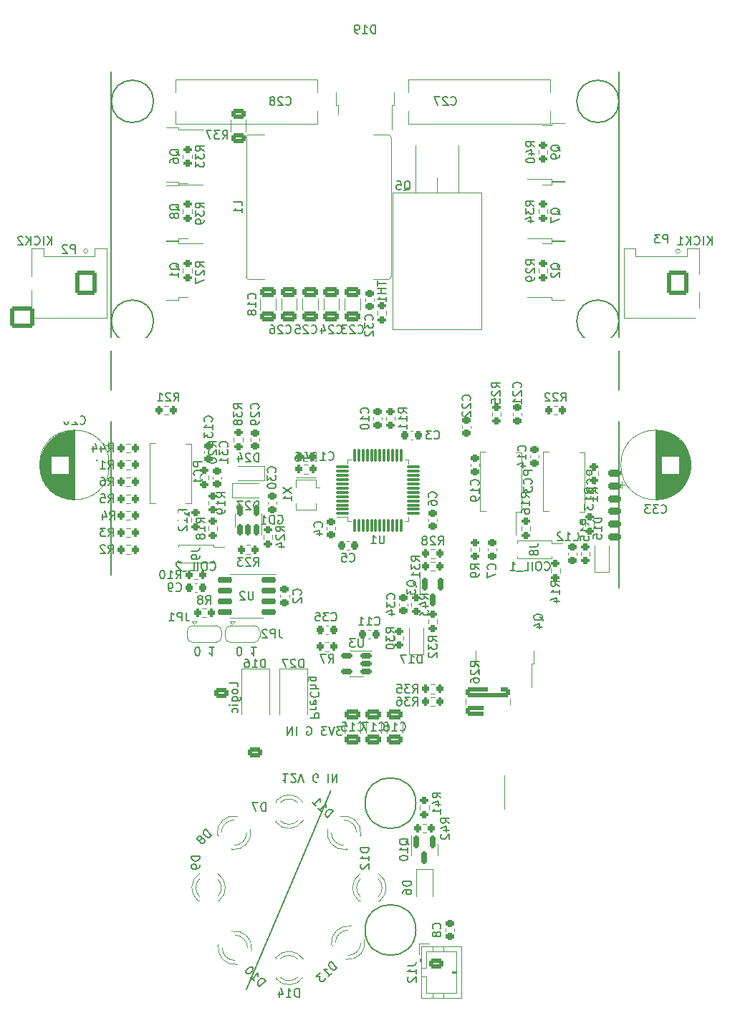
<source format=gbr>
%TF.GenerationSoftware,KiCad,Pcbnew,8.0.6*%
%TF.CreationDate,2024-11-17T22:54:01+09:00*%
%TF.ProjectId,ORION_boost_v5,4f52494f-4e5f-4626-9f6f-73745f76352e,rev?*%
%TF.SameCoordinates,Original*%
%TF.FileFunction,Legend,Bot*%
%TF.FilePolarity,Positive*%
%FSLAX46Y46*%
G04 Gerber Fmt 4.6, Leading zero omitted, Abs format (unit mm)*
G04 Created by KiCad (PCBNEW 8.0.6) date 2024-11-17 22:54:01*
%MOMM*%
%LPD*%
G01*
G04 APERTURE LIST*
G04 Aperture macros list*
%AMRoundRect*
0 Rectangle with rounded corners*
0 $1 Rounding radius*
0 $2 $3 $4 $5 $6 $7 $8 $9 X,Y pos of 4 corners*
0 Add a 4 corners polygon primitive as box body*
4,1,4,$2,$3,$4,$5,$6,$7,$8,$9,$2,$3,0*
0 Add four circle primitives for the rounded corners*
1,1,$1+$1,$2,$3*
1,1,$1+$1,$4,$5*
1,1,$1+$1,$6,$7*
1,1,$1+$1,$8,$9*
0 Add four rect primitives between the rounded corners*
20,1,$1+$1,$2,$3,$4,$5,0*
20,1,$1+$1,$4,$5,$6,$7,0*
20,1,$1+$1,$6,$7,$8,$9,0*
20,1,$1+$1,$8,$9,$2,$3,0*%
%AMRotRect*
0 Rectangle, with rotation*
0 The origin of the aperture is its center*
0 $1 length*
0 $2 width*
0 $3 Rotation angle, in degrees counterclockwise*
0 Add horizontal line*
21,1,$1,$2,0,0,$3*%
%AMFreePoly0*
4,1,19,0.550000,-0.750000,0.000000,-0.750000,0.000000,-0.744911,-0.071157,-0.744911,-0.207708,-0.704816,-0.327430,-0.627875,-0.420627,-0.520320,-0.479746,-0.390866,-0.500000,-0.250000,-0.500000,0.250000,-0.479746,0.390866,-0.420627,0.520320,-0.327430,0.627875,-0.207708,0.704816,-0.071157,0.744911,0.000000,0.744911,0.000000,0.750000,0.550000,0.750000,0.550000,-0.750000,0.550000,-0.750000,
$1*%
%AMFreePoly1*
4,1,19,0.000000,0.744911,0.071157,0.744911,0.207708,0.704816,0.327430,0.627875,0.420627,0.520320,0.479746,0.390866,0.500000,0.250000,0.500000,-0.250000,0.479746,-0.390866,0.420627,-0.520320,0.327430,-0.627875,0.207708,-0.704816,0.071157,-0.744911,0.000000,-0.744911,0.000000,-0.750000,-0.550000,-0.750000,-0.550000,0.750000,0.000000,0.750000,0.000000,0.744911,0.000000,0.744911,
$1*%
G04 Aperture macros list end*
%ADD10C,0.150000*%
%ADD11C,0.200000*%
%ADD12C,0.120000*%
%ADD13O,2.800000X2.460000*%
%ADD14R,3.800000X3.800000*%
%ADD15C,3.800000*%
%ADD16RoundRect,0.250000X0.625000X-0.350000X0.625000X0.350000X-0.625000X0.350000X-0.625000X-0.350000X0*%
%ADD17O,1.750000X1.200000*%
%ADD18C,1.524000*%
%ADD19C,1.600000*%
%ADD20RoundRect,0.250000X-0.575000X0.350000X-0.575000X-0.350000X0.575000X-0.350000X0.575000X0.350000X0*%
%ADD21O,1.650000X1.200000*%
%ADD22R,1.700000X1.700000*%
%ADD23O,1.700000X1.700000*%
%ADD24RoundRect,0.500000X-0.500000X2.000000X-0.500000X-2.000000X0.500000X-2.000000X0.500000X2.000000X0*%
%ADD25RoundRect,0.250000X1.150000X-0.980000X1.150000X0.980000X-1.150000X0.980000X-1.150000X-0.980000X0*%
%ADD26C,4.000000*%
%ADD27RoundRect,0.225000X0.575000X-0.225000X0.575000X0.225000X-0.575000X0.225000X-0.575000X-0.225000X0*%
%ADD28R,1.600000X1.600000*%
%ADD29RoundRect,0.200000X-0.200000X-0.275000X0.200000X-0.275000X0.200000X0.275000X-0.200000X0.275000X0*%
%ADD30R,1.000000X1.000000*%
%ADD31RoundRect,0.250000X-0.625000X0.312500X-0.625000X-0.312500X0.625000X-0.312500X0.625000X0.312500X0*%
%ADD32R,2.580000X1.000000*%
%ADD33R,2.200000X1.200000*%
%ADD34R,6.400000X5.800000*%
%ADD35R,1.200000X1.200000*%
%ADD36R,1.000000X1.200000*%
%ADD37FreePoly0,0.000000*%
%ADD38R,1.000000X1.500000*%
%ADD39FreePoly1,0.000000*%
%ADD40RoundRect,0.200000X0.200000X0.275000X-0.200000X0.275000X-0.200000X-0.275000X0.200000X-0.275000X0*%
%ADD41RoundRect,0.225000X-0.225000X-0.250000X0.225000X-0.250000X0.225000X0.250000X-0.225000X0.250000X0*%
%ADD42RoundRect,0.200000X0.275000X-0.200000X0.275000X0.200000X-0.275000X0.200000X-0.275000X-0.200000X0*%
%ADD43RoundRect,0.150000X0.150000X-0.512500X0.150000X0.512500X-0.150000X0.512500X-0.150000X-0.512500X0*%
%ADD44RoundRect,0.200000X-0.275000X0.200000X-0.275000X-0.200000X0.275000X-0.200000X0.275000X0.200000X0*%
%ADD45RoundRect,0.225000X-0.250000X0.225000X-0.250000X-0.225000X0.250000X-0.225000X0.250000X0.225000X0*%
%ADD46RoundRect,0.250000X0.980000X1.150000X-0.980000X1.150000X-0.980000X-1.150000X0.980000X-1.150000X0*%
%ADD47O,2.460000X2.800000*%
%ADD48RotRect,1.800000X1.800000X45.000000*%
%ADD49C,1.800000*%
%ADD50RoundRect,0.250000X0.650000X-0.325000X0.650000X0.325000X-0.650000X0.325000X-0.650000X-0.325000X0*%
%ADD51RotRect,1.800000X1.800000X135.000000*%
%ADD52RoundRect,0.225000X0.225000X0.250000X-0.225000X0.250000X-0.225000X-0.250000X0.225000X-0.250000X0*%
%ADD53RoundRect,0.225000X0.250000X-0.225000X0.250000X0.225000X-0.250000X0.225000X-0.250000X-0.225000X0*%
%ADD54RoundRect,0.150000X0.512500X0.150000X-0.512500X0.150000X-0.512500X-0.150000X0.512500X-0.150000X0*%
%ADD55R,1.500000X2.400000*%
%ADD56R,1.500000X1.050000*%
%ADD57RoundRect,0.250000X-0.650000X0.325000X-0.650000X-0.325000X0.650000X-0.325000X0.650000X0.325000X0*%
%ADD58R,1.900000X0.400000*%
%ADD59C,2.200000*%
%ADD60R,0.640000X1.900000*%
%ADD61RoundRect,0.150000X0.725000X0.150000X-0.725000X0.150000X-0.725000X-0.150000X0.725000X-0.150000X0*%
%ADD62R,1.800000X1.800000*%
%ADD63RoundRect,0.150000X-0.150000X0.587500X-0.150000X-0.587500X0.150000X-0.587500X0.150000X0.587500X0*%
%ADD64R,1.200000X2.200000*%
%ADD65R,5.800000X6.400000*%
%ADD66R,1.800000X2.500000*%
%ADD67RoundRect,0.250000X2.350000X-0.325000X2.350000X0.325000X-2.350000X0.325000X-2.350000X-0.325000X0*%
%ADD68RoundRect,0.075000X-0.662500X-0.075000X0.662500X-0.075000X0.662500X0.075000X-0.662500X0.075000X0*%
%ADD69RoundRect,0.075000X-0.075000X-0.662500X0.075000X-0.662500X0.075000X0.662500X-0.075000X0.662500X0*%
%ADD70R,12.500000X3.150000*%
%ADD71C,1.905000*%
%ADD72O,1.905000X2.000000*%
%ADD73R,1.905000X2.000000*%
%ADD74RoundRect,0.250000X-0.625000X0.350000X-0.625000X-0.350000X0.625000X-0.350000X0.625000X0.350000X0*%
G04 APERTURE END LIST*
D10*
X131000000Y-136000000D02*
G75*
G02*
X125000000Y-136000000I-3000000J0D01*
G01*
X125000000Y-136000000D02*
G75*
G02*
X131000000Y-136000000I3000000J0D01*
G01*
X131000000Y-151000000D02*
G75*
G02*
X125000000Y-151000000I-3000000J0D01*
G01*
X125000000Y-151000000D02*
G75*
G02*
X131000000Y-151000000I3000000J0D01*
G01*
X155000000Y-79000000D02*
G75*
G02*
X150000000Y-79000000I-2500000J0D01*
G01*
X150000000Y-79000000D02*
G75*
G02*
X155000000Y-79000000I2500000J0D01*
G01*
X121000000Y-134500000D02*
X111000000Y-158000000D01*
X95000000Y-49500000D02*
X95000000Y-109000000D01*
X155000000Y-53000000D02*
G75*
G02*
X150000000Y-53000000I-2500000J0D01*
G01*
X150000000Y-53000000D02*
G75*
G02*
X155000000Y-53000000I2500000J0D01*
G01*
X155000000Y-49500000D02*
X155000000Y-110500000D01*
X100000000Y-79000000D02*
G75*
G02*
X95000000Y-79000000I-2500000J0D01*
G01*
X95000000Y-79000000D02*
G75*
G02*
X100000000Y-79000000I2500000J0D01*
G01*
X100000000Y-53000000D02*
G75*
G02*
X95000000Y-53000000I-2500000J0D01*
G01*
X95000000Y-53000000D02*
G75*
G02*
X100000000Y-53000000I2500000J0D01*
G01*
D11*
X115857142Y-132547780D02*
X115285714Y-132547780D01*
X115571428Y-132547780D02*
X115571428Y-133547780D01*
X115571428Y-133547780D02*
X115476190Y-133404923D01*
X115476190Y-133404923D02*
X115380952Y-133309685D01*
X115380952Y-133309685D02*
X115285714Y-133262066D01*
X116238095Y-133452542D02*
X116285714Y-133500161D01*
X116285714Y-133500161D02*
X116380952Y-133547780D01*
X116380952Y-133547780D02*
X116619047Y-133547780D01*
X116619047Y-133547780D02*
X116714285Y-133500161D01*
X116714285Y-133500161D02*
X116761904Y-133452542D01*
X116761904Y-133452542D02*
X116809523Y-133357304D01*
X116809523Y-133357304D02*
X116809523Y-133262066D01*
X116809523Y-133262066D02*
X116761904Y-133119209D01*
X116761904Y-133119209D02*
X116190476Y-132547780D01*
X116190476Y-132547780D02*
X116809523Y-132547780D01*
X117095238Y-133547780D02*
X117428571Y-132547780D01*
X117428571Y-132547780D02*
X117761904Y-133547780D01*
X119380952Y-133500161D02*
X119285714Y-133547780D01*
X119285714Y-133547780D02*
X119142857Y-133547780D01*
X119142857Y-133547780D02*
X119000000Y-133500161D01*
X119000000Y-133500161D02*
X118904762Y-133404923D01*
X118904762Y-133404923D02*
X118857143Y-133309685D01*
X118857143Y-133309685D02*
X118809524Y-133119209D01*
X118809524Y-133119209D02*
X118809524Y-132976352D01*
X118809524Y-132976352D02*
X118857143Y-132785876D01*
X118857143Y-132785876D02*
X118904762Y-132690638D01*
X118904762Y-132690638D02*
X119000000Y-132595400D01*
X119000000Y-132595400D02*
X119142857Y-132547780D01*
X119142857Y-132547780D02*
X119238095Y-132547780D01*
X119238095Y-132547780D02*
X119380952Y-132595400D01*
X119380952Y-132595400D02*
X119428571Y-132643019D01*
X119428571Y-132643019D02*
X119428571Y-132976352D01*
X119428571Y-132976352D02*
X119238095Y-132976352D01*
X120619048Y-132547780D02*
X120619048Y-133547780D01*
X121095238Y-132547780D02*
X121095238Y-133547780D01*
X121095238Y-133547780D02*
X121666666Y-132547780D01*
X121666666Y-132547780D02*
X121666666Y-133547780D01*
D10*
X118545180Y-125904761D02*
X119545180Y-125904761D01*
X119545180Y-125904761D02*
X119545180Y-125523809D01*
X119545180Y-125523809D02*
X119497561Y-125428571D01*
X119497561Y-125428571D02*
X119449942Y-125380952D01*
X119449942Y-125380952D02*
X119354704Y-125333333D01*
X119354704Y-125333333D02*
X119211847Y-125333333D01*
X119211847Y-125333333D02*
X119116609Y-125380952D01*
X119116609Y-125380952D02*
X119068990Y-125428571D01*
X119068990Y-125428571D02*
X119021371Y-125523809D01*
X119021371Y-125523809D02*
X119021371Y-125904761D01*
X118545180Y-124904761D02*
X119211847Y-124904761D01*
X119021371Y-124904761D02*
X119116609Y-124857142D01*
X119116609Y-124857142D02*
X119164228Y-124809523D01*
X119164228Y-124809523D02*
X119211847Y-124714285D01*
X119211847Y-124714285D02*
X119211847Y-124619047D01*
X118592800Y-123904761D02*
X118545180Y-123999999D01*
X118545180Y-123999999D02*
X118545180Y-124190475D01*
X118545180Y-124190475D02*
X118592800Y-124285713D01*
X118592800Y-124285713D02*
X118688038Y-124333332D01*
X118688038Y-124333332D02*
X119068990Y-124333332D01*
X119068990Y-124333332D02*
X119164228Y-124285713D01*
X119164228Y-124285713D02*
X119211847Y-124190475D01*
X119211847Y-124190475D02*
X119211847Y-123999999D01*
X119211847Y-123999999D02*
X119164228Y-123904761D01*
X119164228Y-123904761D02*
X119068990Y-123857142D01*
X119068990Y-123857142D02*
X118973752Y-123857142D01*
X118973752Y-123857142D02*
X118878514Y-124333332D01*
X118640419Y-122857142D02*
X118592800Y-122904761D01*
X118592800Y-122904761D02*
X118545180Y-123047618D01*
X118545180Y-123047618D02*
X118545180Y-123142856D01*
X118545180Y-123142856D02*
X118592800Y-123285713D01*
X118592800Y-123285713D02*
X118688038Y-123380951D01*
X118688038Y-123380951D02*
X118783276Y-123428570D01*
X118783276Y-123428570D02*
X118973752Y-123476189D01*
X118973752Y-123476189D02*
X119116609Y-123476189D01*
X119116609Y-123476189D02*
X119307085Y-123428570D01*
X119307085Y-123428570D02*
X119402323Y-123380951D01*
X119402323Y-123380951D02*
X119497561Y-123285713D01*
X119497561Y-123285713D02*
X119545180Y-123142856D01*
X119545180Y-123142856D02*
X119545180Y-123047618D01*
X119545180Y-123047618D02*
X119497561Y-122904761D01*
X119497561Y-122904761D02*
X119449942Y-122857142D01*
X118545180Y-122428570D02*
X119545180Y-122428570D01*
X118545180Y-121999999D02*
X119068990Y-121999999D01*
X119068990Y-121999999D02*
X119164228Y-122047618D01*
X119164228Y-122047618D02*
X119211847Y-122142856D01*
X119211847Y-122142856D02*
X119211847Y-122285713D01*
X119211847Y-122285713D02*
X119164228Y-122380951D01*
X119164228Y-122380951D02*
X119116609Y-122428570D01*
X119211847Y-121095237D02*
X118402323Y-121095237D01*
X118402323Y-121095237D02*
X118307085Y-121142856D01*
X118307085Y-121142856D02*
X118259466Y-121190475D01*
X118259466Y-121190475D02*
X118211847Y-121285713D01*
X118211847Y-121285713D02*
X118211847Y-121428570D01*
X118211847Y-121428570D02*
X118259466Y-121523808D01*
X118592800Y-121095237D02*
X118545180Y-121190475D01*
X118545180Y-121190475D02*
X118545180Y-121380951D01*
X118545180Y-121380951D02*
X118592800Y-121476189D01*
X118592800Y-121476189D02*
X118640419Y-121523808D01*
X118640419Y-121523808D02*
X118735657Y-121571427D01*
X118735657Y-121571427D02*
X119021371Y-121571427D01*
X119021371Y-121571427D02*
X119116609Y-121523808D01*
X119116609Y-121523808D02*
X119164228Y-121476189D01*
X119164228Y-121476189D02*
X119211847Y-121380951D01*
X119211847Y-121380951D02*
X119211847Y-121190475D01*
X119211847Y-121190475D02*
X119164228Y-121095237D01*
X106714285Y-108359580D02*
X106761904Y-108407200D01*
X106761904Y-108407200D02*
X106904761Y-108454819D01*
X106904761Y-108454819D02*
X106999999Y-108454819D01*
X106999999Y-108454819D02*
X107142856Y-108407200D01*
X107142856Y-108407200D02*
X107238094Y-108311961D01*
X107238094Y-108311961D02*
X107285713Y-108216723D01*
X107285713Y-108216723D02*
X107333332Y-108026247D01*
X107333332Y-108026247D02*
X107333332Y-107883390D01*
X107333332Y-107883390D02*
X107285713Y-107692914D01*
X107285713Y-107692914D02*
X107238094Y-107597676D01*
X107238094Y-107597676D02*
X107142856Y-107502438D01*
X107142856Y-107502438D02*
X106999999Y-107454819D01*
X106999999Y-107454819D02*
X106904761Y-107454819D01*
X106904761Y-107454819D02*
X106761904Y-107502438D01*
X106761904Y-107502438D02*
X106714285Y-107550057D01*
X106095237Y-107454819D02*
X105904761Y-107454819D01*
X105904761Y-107454819D02*
X105809523Y-107502438D01*
X105809523Y-107502438D02*
X105714285Y-107597676D01*
X105714285Y-107597676D02*
X105666666Y-107788152D01*
X105666666Y-107788152D02*
X105666666Y-108121485D01*
X105666666Y-108121485D02*
X105714285Y-108311961D01*
X105714285Y-108311961D02*
X105809523Y-108407200D01*
X105809523Y-108407200D02*
X105904761Y-108454819D01*
X105904761Y-108454819D02*
X106095237Y-108454819D01*
X106095237Y-108454819D02*
X106190475Y-108407200D01*
X106190475Y-108407200D02*
X106285713Y-108311961D01*
X106285713Y-108311961D02*
X106333332Y-108121485D01*
X106333332Y-108121485D02*
X106333332Y-107788152D01*
X106333332Y-107788152D02*
X106285713Y-107597676D01*
X106285713Y-107597676D02*
X106190475Y-107502438D01*
X106190475Y-107502438D02*
X106095237Y-107454819D01*
X105238094Y-108454819D02*
X105238094Y-107454819D01*
X104285714Y-108454819D02*
X104761904Y-108454819D01*
X104761904Y-108454819D02*
X104761904Y-107454819D01*
X104190476Y-108550057D02*
X103428571Y-108550057D01*
X103238094Y-107550057D02*
X103190475Y-107502438D01*
X103190475Y-107502438D02*
X103095237Y-107454819D01*
X103095237Y-107454819D02*
X102857142Y-107454819D01*
X102857142Y-107454819D02*
X102761904Y-107502438D01*
X102761904Y-107502438D02*
X102714285Y-107550057D01*
X102714285Y-107550057D02*
X102666666Y-107645295D01*
X102666666Y-107645295D02*
X102666666Y-107740533D01*
X102666666Y-107740533D02*
X102714285Y-107883390D01*
X102714285Y-107883390D02*
X103285713Y-108454819D01*
X103285713Y-108454819D02*
X102666666Y-108454819D01*
X165976189Y-69954819D02*
X165976189Y-68954819D01*
X165404761Y-69954819D02*
X165833332Y-69383390D01*
X165404761Y-68954819D02*
X165976189Y-69526247D01*
X164976189Y-69954819D02*
X164976189Y-68954819D01*
X163928571Y-69859580D02*
X163976190Y-69907200D01*
X163976190Y-69907200D02*
X164119047Y-69954819D01*
X164119047Y-69954819D02*
X164214285Y-69954819D01*
X164214285Y-69954819D02*
X164357142Y-69907200D01*
X164357142Y-69907200D02*
X164452380Y-69811961D01*
X164452380Y-69811961D02*
X164499999Y-69716723D01*
X164499999Y-69716723D02*
X164547618Y-69526247D01*
X164547618Y-69526247D02*
X164547618Y-69383390D01*
X164547618Y-69383390D02*
X164499999Y-69192914D01*
X164499999Y-69192914D02*
X164452380Y-69097676D01*
X164452380Y-69097676D02*
X164357142Y-69002438D01*
X164357142Y-69002438D02*
X164214285Y-68954819D01*
X164214285Y-68954819D02*
X164119047Y-68954819D01*
X164119047Y-68954819D02*
X163976190Y-69002438D01*
X163976190Y-69002438D02*
X163928571Y-69050057D01*
X163499999Y-69954819D02*
X163499999Y-68954819D01*
X162928571Y-69954819D02*
X163357142Y-69383390D01*
X162928571Y-68954819D02*
X163499999Y-69526247D01*
X161976190Y-69954819D02*
X162547618Y-69954819D01*
X162261904Y-69954819D02*
X162261904Y-68954819D01*
X162261904Y-68954819D02*
X162357142Y-69097676D01*
X162357142Y-69097676D02*
X162452380Y-69192914D01*
X162452380Y-69192914D02*
X162547618Y-69240533D01*
D11*
X122261904Y-126952219D02*
X121642857Y-126952219D01*
X121642857Y-126952219D02*
X121976190Y-127333171D01*
X121976190Y-127333171D02*
X121833333Y-127333171D01*
X121833333Y-127333171D02*
X121738095Y-127380790D01*
X121738095Y-127380790D02*
X121690476Y-127428409D01*
X121690476Y-127428409D02*
X121642857Y-127523647D01*
X121642857Y-127523647D02*
X121642857Y-127761742D01*
X121642857Y-127761742D02*
X121690476Y-127856980D01*
X121690476Y-127856980D02*
X121738095Y-127904600D01*
X121738095Y-127904600D02*
X121833333Y-127952219D01*
X121833333Y-127952219D02*
X122119047Y-127952219D01*
X122119047Y-127952219D02*
X122214285Y-127904600D01*
X122214285Y-127904600D02*
X122261904Y-127856980D01*
X121357142Y-126952219D02*
X121023809Y-127952219D01*
X121023809Y-127952219D02*
X120690476Y-126952219D01*
X120452380Y-126952219D02*
X119833333Y-126952219D01*
X119833333Y-126952219D02*
X120166666Y-127333171D01*
X120166666Y-127333171D02*
X120023809Y-127333171D01*
X120023809Y-127333171D02*
X119928571Y-127380790D01*
X119928571Y-127380790D02*
X119880952Y-127428409D01*
X119880952Y-127428409D02*
X119833333Y-127523647D01*
X119833333Y-127523647D02*
X119833333Y-127761742D01*
X119833333Y-127761742D02*
X119880952Y-127856980D01*
X119880952Y-127856980D02*
X119928571Y-127904600D01*
X119928571Y-127904600D02*
X120023809Y-127952219D01*
X120023809Y-127952219D02*
X120309523Y-127952219D01*
X120309523Y-127952219D02*
X120404761Y-127904600D01*
X120404761Y-127904600D02*
X120452380Y-127856980D01*
X118119047Y-126999838D02*
X118214285Y-126952219D01*
X118214285Y-126952219D02*
X118357142Y-126952219D01*
X118357142Y-126952219D02*
X118499999Y-126999838D01*
X118499999Y-126999838D02*
X118595237Y-127095076D01*
X118595237Y-127095076D02*
X118642856Y-127190314D01*
X118642856Y-127190314D02*
X118690475Y-127380790D01*
X118690475Y-127380790D02*
X118690475Y-127523647D01*
X118690475Y-127523647D02*
X118642856Y-127714123D01*
X118642856Y-127714123D02*
X118595237Y-127809361D01*
X118595237Y-127809361D02*
X118499999Y-127904600D01*
X118499999Y-127904600D02*
X118357142Y-127952219D01*
X118357142Y-127952219D02*
X118261904Y-127952219D01*
X118261904Y-127952219D02*
X118119047Y-127904600D01*
X118119047Y-127904600D02*
X118071428Y-127856980D01*
X118071428Y-127856980D02*
X118071428Y-127523647D01*
X118071428Y-127523647D02*
X118261904Y-127523647D01*
X116880951Y-127952219D02*
X116880951Y-126952219D01*
X116404761Y-127952219D02*
X116404761Y-126952219D01*
X116404761Y-126952219D02*
X115833333Y-127952219D01*
X115833333Y-127952219D02*
X115833333Y-126952219D01*
D10*
X146214285Y-108359580D02*
X146261904Y-108407200D01*
X146261904Y-108407200D02*
X146404761Y-108454819D01*
X146404761Y-108454819D02*
X146499999Y-108454819D01*
X146499999Y-108454819D02*
X146642856Y-108407200D01*
X146642856Y-108407200D02*
X146738094Y-108311961D01*
X146738094Y-108311961D02*
X146785713Y-108216723D01*
X146785713Y-108216723D02*
X146833332Y-108026247D01*
X146833332Y-108026247D02*
X146833332Y-107883390D01*
X146833332Y-107883390D02*
X146785713Y-107692914D01*
X146785713Y-107692914D02*
X146738094Y-107597676D01*
X146738094Y-107597676D02*
X146642856Y-107502438D01*
X146642856Y-107502438D02*
X146499999Y-107454819D01*
X146499999Y-107454819D02*
X146404761Y-107454819D01*
X146404761Y-107454819D02*
X146261904Y-107502438D01*
X146261904Y-107502438D02*
X146214285Y-107550057D01*
X145595237Y-107454819D02*
X145404761Y-107454819D01*
X145404761Y-107454819D02*
X145309523Y-107502438D01*
X145309523Y-107502438D02*
X145214285Y-107597676D01*
X145214285Y-107597676D02*
X145166666Y-107788152D01*
X145166666Y-107788152D02*
X145166666Y-108121485D01*
X145166666Y-108121485D02*
X145214285Y-108311961D01*
X145214285Y-108311961D02*
X145309523Y-108407200D01*
X145309523Y-108407200D02*
X145404761Y-108454819D01*
X145404761Y-108454819D02*
X145595237Y-108454819D01*
X145595237Y-108454819D02*
X145690475Y-108407200D01*
X145690475Y-108407200D02*
X145785713Y-108311961D01*
X145785713Y-108311961D02*
X145833332Y-108121485D01*
X145833332Y-108121485D02*
X145833332Y-107788152D01*
X145833332Y-107788152D02*
X145785713Y-107597676D01*
X145785713Y-107597676D02*
X145690475Y-107502438D01*
X145690475Y-107502438D02*
X145595237Y-107454819D01*
X144738094Y-108454819D02*
X144738094Y-107454819D01*
X143785714Y-108454819D02*
X144261904Y-108454819D01*
X144261904Y-108454819D02*
X144261904Y-107454819D01*
X143690476Y-108550057D02*
X142928571Y-108550057D01*
X142166666Y-108454819D02*
X142738094Y-108454819D01*
X142452380Y-108454819D02*
X142452380Y-107454819D01*
X142452380Y-107454819D02*
X142547618Y-107597676D01*
X142547618Y-107597676D02*
X142642856Y-107692914D01*
X142642856Y-107692914D02*
X142738094Y-107740533D01*
X105119047Y-118545180D02*
X105214285Y-118545180D01*
X105214285Y-118545180D02*
X105309523Y-118497561D01*
X105309523Y-118497561D02*
X105357142Y-118449942D01*
X105357142Y-118449942D02*
X105404761Y-118354704D01*
X105404761Y-118354704D02*
X105452380Y-118164228D01*
X105452380Y-118164228D02*
X105452380Y-117926133D01*
X105452380Y-117926133D02*
X105404761Y-117735657D01*
X105404761Y-117735657D02*
X105357142Y-117640419D01*
X105357142Y-117640419D02*
X105309523Y-117592800D01*
X105309523Y-117592800D02*
X105214285Y-117545180D01*
X105214285Y-117545180D02*
X105119047Y-117545180D01*
X105119047Y-117545180D02*
X105023809Y-117592800D01*
X105023809Y-117592800D02*
X104976190Y-117640419D01*
X104976190Y-117640419D02*
X104928571Y-117735657D01*
X104928571Y-117735657D02*
X104880952Y-117926133D01*
X104880952Y-117926133D02*
X104880952Y-118164228D01*
X104880952Y-118164228D02*
X104928571Y-118354704D01*
X104928571Y-118354704D02*
X104976190Y-118449942D01*
X104976190Y-118449942D02*
X105023809Y-118497561D01*
X105023809Y-118497561D02*
X105119047Y-118545180D01*
X107166666Y-117545180D02*
X106595238Y-117545180D01*
X106880952Y-117545180D02*
X106880952Y-118545180D01*
X106880952Y-118545180D02*
X106785714Y-118402323D01*
X106785714Y-118402323D02*
X106690476Y-118307085D01*
X106690476Y-118307085D02*
X106595238Y-118259466D01*
X110071429Y-118545180D02*
X110166667Y-118545180D01*
X110166667Y-118545180D02*
X110261905Y-118497561D01*
X110261905Y-118497561D02*
X110309524Y-118449942D01*
X110309524Y-118449942D02*
X110357143Y-118354704D01*
X110357143Y-118354704D02*
X110404762Y-118164228D01*
X110404762Y-118164228D02*
X110404762Y-117926133D01*
X110404762Y-117926133D02*
X110357143Y-117735657D01*
X110357143Y-117735657D02*
X110309524Y-117640419D01*
X110309524Y-117640419D02*
X110261905Y-117592800D01*
X110261905Y-117592800D02*
X110166667Y-117545180D01*
X110166667Y-117545180D02*
X110071429Y-117545180D01*
X110071429Y-117545180D02*
X109976191Y-117592800D01*
X109976191Y-117592800D02*
X109928572Y-117640419D01*
X109928572Y-117640419D02*
X109880953Y-117735657D01*
X109880953Y-117735657D02*
X109833334Y-117926133D01*
X109833334Y-117926133D02*
X109833334Y-118164228D01*
X109833334Y-118164228D02*
X109880953Y-118354704D01*
X109880953Y-118354704D02*
X109928572Y-118449942D01*
X109928572Y-118449942D02*
X109976191Y-118497561D01*
X109976191Y-118497561D02*
X110071429Y-118545180D01*
X112119048Y-117545180D02*
X111547620Y-117545180D01*
X111833334Y-117545180D02*
X111833334Y-118545180D01*
X111833334Y-118545180D02*
X111738096Y-118402323D01*
X111738096Y-118402323D02*
X111642858Y-118307085D01*
X111642858Y-118307085D02*
X111547620Y-118259466D01*
X109954819Y-122238095D02*
X109954819Y-121761905D01*
X109954819Y-121761905D02*
X108954819Y-121761905D01*
X109954819Y-122714286D02*
X109907200Y-122619048D01*
X109907200Y-122619048D02*
X109859580Y-122571429D01*
X109859580Y-122571429D02*
X109764342Y-122523810D01*
X109764342Y-122523810D02*
X109478628Y-122523810D01*
X109478628Y-122523810D02*
X109383390Y-122571429D01*
X109383390Y-122571429D02*
X109335771Y-122619048D01*
X109335771Y-122619048D02*
X109288152Y-122714286D01*
X109288152Y-122714286D02*
X109288152Y-122857143D01*
X109288152Y-122857143D02*
X109335771Y-122952381D01*
X109335771Y-122952381D02*
X109383390Y-123000000D01*
X109383390Y-123000000D02*
X109478628Y-123047619D01*
X109478628Y-123047619D02*
X109764342Y-123047619D01*
X109764342Y-123047619D02*
X109859580Y-123000000D01*
X109859580Y-123000000D02*
X109907200Y-122952381D01*
X109907200Y-122952381D02*
X109954819Y-122857143D01*
X109954819Y-122857143D02*
X109954819Y-122714286D01*
X109288152Y-123904762D02*
X110097676Y-123904762D01*
X110097676Y-123904762D02*
X110192914Y-123857143D01*
X110192914Y-123857143D02*
X110240533Y-123809524D01*
X110240533Y-123809524D02*
X110288152Y-123714286D01*
X110288152Y-123714286D02*
X110288152Y-123571429D01*
X110288152Y-123571429D02*
X110240533Y-123476191D01*
X109907200Y-123904762D02*
X109954819Y-123809524D01*
X109954819Y-123809524D02*
X109954819Y-123619048D01*
X109954819Y-123619048D02*
X109907200Y-123523810D01*
X109907200Y-123523810D02*
X109859580Y-123476191D01*
X109859580Y-123476191D02*
X109764342Y-123428572D01*
X109764342Y-123428572D02*
X109478628Y-123428572D01*
X109478628Y-123428572D02*
X109383390Y-123476191D01*
X109383390Y-123476191D02*
X109335771Y-123523810D01*
X109335771Y-123523810D02*
X109288152Y-123619048D01*
X109288152Y-123619048D02*
X109288152Y-123809524D01*
X109288152Y-123809524D02*
X109335771Y-123904762D01*
X109954819Y-124380953D02*
X109288152Y-124380953D01*
X108954819Y-124380953D02*
X109002438Y-124333334D01*
X109002438Y-124333334D02*
X109050057Y-124380953D01*
X109050057Y-124380953D02*
X109002438Y-124428572D01*
X109002438Y-124428572D02*
X108954819Y-124380953D01*
X108954819Y-124380953D02*
X109050057Y-124380953D01*
X109907200Y-125285714D02*
X109954819Y-125190476D01*
X109954819Y-125190476D02*
X109954819Y-125000000D01*
X109954819Y-125000000D02*
X109907200Y-124904762D01*
X109907200Y-124904762D02*
X109859580Y-124857143D01*
X109859580Y-124857143D02*
X109764342Y-124809524D01*
X109764342Y-124809524D02*
X109478628Y-124809524D01*
X109478628Y-124809524D02*
X109383390Y-124857143D01*
X109383390Y-124857143D02*
X109335771Y-124904762D01*
X109335771Y-124904762D02*
X109288152Y-125000000D01*
X109288152Y-125000000D02*
X109288152Y-125190476D01*
X109288152Y-125190476D02*
X109335771Y-125285714D01*
X87976189Y-69954819D02*
X87976189Y-68954819D01*
X87404761Y-69954819D02*
X87833332Y-69383390D01*
X87404761Y-68954819D02*
X87976189Y-69526247D01*
X86976189Y-69954819D02*
X86976189Y-68954819D01*
X85928571Y-69859580D02*
X85976190Y-69907200D01*
X85976190Y-69907200D02*
X86119047Y-69954819D01*
X86119047Y-69954819D02*
X86214285Y-69954819D01*
X86214285Y-69954819D02*
X86357142Y-69907200D01*
X86357142Y-69907200D02*
X86452380Y-69811961D01*
X86452380Y-69811961D02*
X86499999Y-69716723D01*
X86499999Y-69716723D02*
X86547618Y-69526247D01*
X86547618Y-69526247D02*
X86547618Y-69383390D01*
X86547618Y-69383390D02*
X86499999Y-69192914D01*
X86499999Y-69192914D02*
X86452380Y-69097676D01*
X86452380Y-69097676D02*
X86357142Y-69002438D01*
X86357142Y-69002438D02*
X86214285Y-68954819D01*
X86214285Y-68954819D02*
X86119047Y-68954819D01*
X86119047Y-68954819D02*
X85976190Y-69002438D01*
X85976190Y-69002438D02*
X85928571Y-69050057D01*
X85499999Y-69954819D02*
X85499999Y-68954819D01*
X84928571Y-69954819D02*
X85357142Y-69383390D01*
X84928571Y-68954819D02*
X85499999Y-69526247D01*
X84547618Y-69050057D02*
X84499999Y-69002438D01*
X84499999Y-69002438D02*
X84404761Y-68954819D01*
X84404761Y-68954819D02*
X84166666Y-68954819D01*
X84166666Y-68954819D02*
X84071428Y-69002438D01*
X84071428Y-69002438D02*
X84023809Y-69050057D01*
X84023809Y-69050057D02*
X83976190Y-69145295D01*
X83976190Y-69145295D02*
X83976190Y-69240533D01*
X83976190Y-69240533D02*
X84023809Y-69383390D01*
X84023809Y-69383390D02*
X84595237Y-69954819D01*
X84595237Y-69954819D02*
X83976190Y-69954819D01*
X91295508Y-91109580D02*
X91343127Y-91157200D01*
X91343127Y-91157200D02*
X91485984Y-91204819D01*
X91485984Y-91204819D02*
X91581222Y-91204819D01*
X91581222Y-91204819D02*
X91724079Y-91157200D01*
X91724079Y-91157200D02*
X91819317Y-91061961D01*
X91819317Y-91061961D02*
X91866936Y-90966723D01*
X91866936Y-90966723D02*
X91914555Y-90776247D01*
X91914555Y-90776247D02*
X91914555Y-90633390D01*
X91914555Y-90633390D02*
X91866936Y-90442914D01*
X91866936Y-90442914D02*
X91819317Y-90347676D01*
X91819317Y-90347676D02*
X91724079Y-90252438D01*
X91724079Y-90252438D02*
X91581222Y-90204819D01*
X91581222Y-90204819D02*
X91485984Y-90204819D01*
X91485984Y-90204819D02*
X91343127Y-90252438D01*
X91343127Y-90252438D02*
X91295508Y-90300057D01*
X90914555Y-90300057D02*
X90866936Y-90252438D01*
X90866936Y-90252438D02*
X90771698Y-90204819D01*
X90771698Y-90204819D02*
X90533603Y-90204819D01*
X90533603Y-90204819D02*
X90438365Y-90252438D01*
X90438365Y-90252438D02*
X90390746Y-90300057D01*
X90390746Y-90300057D02*
X90343127Y-90395295D01*
X90343127Y-90395295D02*
X90343127Y-90490533D01*
X90343127Y-90490533D02*
X90390746Y-90633390D01*
X90390746Y-90633390D02*
X90962174Y-91204819D01*
X90962174Y-91204819D02*
X90343127Y-91204819D01*
X89724079Y-90204819D02*
X89628841Y-90204819D01*
X89628841Y-90204819D02*
X89533603Y-90252438D01*
X89533603Y-90252438D02*
X89485984Y-90300057D01*
X89485984Y-90300057D02*
X89438365Y-90395295D01*
X89438365Y-90395295D02*
X89390746Y-90585771D01*
X89390746Y-90585771D02*
X89390746Y-90823866D01*
X89390746Y-90823866D02*
X89438365Y-91014342D01*
X89438365Y-91014342D02*
X89485984Y-91109580D01*
X89485984Y-91109580D02*
X89533603Y-91157200D01*
X89533603Y-91157200D02*
X89628841Y-91204819D01*
X89628841Y-91204819D02*
X89724079Y-91204819D01*
X89724079Y-91204819D02*
X89819317Y-91157200D01*
X89819317Y-91157200D02*
X89866936Y-91109580D01*
X89866936Y-91109580D02*
X89914555Y-91014342D01*
X89914555Y-91014342D02*
X89962174Y-90823866D01*
X89962174Y-90823866D02*
X89962174Y-90585771D01*
X89962174Y-90585771D02*
X89914555Y-90395295D01*
X89914555Y-90395295D02*
X89866936Y-90300057D01*
X89866936Y-90300057D02*
X89819317Y-90252438D01*
X89819317Y-90252438D02*
X89724079Y-90204819D01*
X102642857Y-109454819D02*
X102976190Y-108978628D01*
X103214285Y-109454819D02*
X103214285Y-108454819D01*
X103214285Y-108454819D02*
X102833333Y-108454819D01*
X102833333Y-108454819D02*
X102738095Y-108502438D01*
X102738095Y-108502438D02*
X102690476Y-108550057D01*
X102690476Y-108550057D02*
X102642857Y-108645295D01*
X102642857Y-108645295D02*
X102642857Y-108788152D01*
X102642857Y-108788152D02*
X102690476Y-108883390D01*
X102690476Y-108883390D02*
X102738095Y-108931009D01*
X102738095Y-108931009D02*
X102833333Y-108978628D01*
X102833333Y-108978628D02*
X103214285Y-108978628D01*
X101690476Y-109454819D02*
X102261904Y-109454819D01*
X101976190Y-109454819D02*
X101976190Y-108454819D01*
X101976190Y-108454819D02*
X102071428Y-108597676D01*
X102071428Y-108597676D02*
X102166666Y-108692914D01*
X102166666Y-108692914D02*
X102261904Y-108740533D01*
X101071428Y-108454819D02*
X100976190Y-108454819D01*
X100976190Y-108454819D02*
X100880952Y-108502438D01*
X100880952Y-108502438D02*
X100833333Y-108550057D01*
X100833333Y-108550057D02*
X100785714Y-108645295D01*
X100785714Y-108645295D02*
X100738095Y-108835771D01*
X100738095Y-108835771D02*
X100738095Y-109073866D01*
X100738095Y-109073866D02*
X100785714Y-109264342D01*
X100785714Y-109264342D02*
X100833333Y-109359580D01*
X100833333Y-109359580D02*
X100880952Y-109407200D01*
X100880952Y-109407200D02*
X100976190Y-109454819D01*
X100976190Y-109454819D02*
X101071428Y-109454819D01*
X101071428Y-109454819D02*
X101166666Y-109407200D01*
X101166666Y-109407200D02*
X101214285Y-109359580D01*
X101214285Y-109359580D02*
X101261904Y-109264342D01*
X101261904Y-109264342D02*
X101309523Y-109073866D01*
X101309523Y-109073866D02*
X101309523Y-108835771D01*
X101309523Y-108835771D02*
X101261904Y-108645295D01*
X101261904Y-108645295D02*
X101214285Y-108550057D01*
X101214285Y-108550057D02*
X101166666Y-108502438D01*
X101166666Y-108502438D02*
X101071428Y-108454819D01*
X131714285Y-119454819D02*
X131714285Y-118454819D01*
X131714285Y-118454819D02*
X131476190Y-118454819D01*
X131476190Y-118454819D02*
X131333333Y-118502438D01*
X131333333Y-118502438D02*
X131238095Y-118597676D01*
X131238095Y-118597676D02*
X131190476Y-118692914D01*
X131190476Y-118692914D02*
X131142857Y-118883390D01*
X131142857Y-118883390D02*
X131142857Y-119026247D01*
X131142857Y-119026247D02*
X131190476Y-119216723D01*
X131190476Y-119216723D02*
X131238095Y-119311961D01*
X131238095Y-119311961D02*
X131333333Y-119407200D01*
X131333333Y-119407200D02*
X131476190Y-119454819D01*
X131476190Y-119454819D02*
X131714285Y-119454819D01*
X130190476Y-119454819D02*
X130761904Y-119454819D01*
X130476190Y-119454819D02*
X130476190Y-118454819D01*
X130476190Y-118454819D02*
X130571428Y-118597676D01*
X130571428Y-118597676D02*
X130666666Y-118692914D01*
X130666666Y-118692914D02*
X130761904Y-118740533D01*
X129857142Y-118454819D02*
X129190476Y-118454819D01*
X129190476Y-118454819D02*
X129619047Y-119454819D01*
X108142857Y-57454819D02*
X108476190Y-56978628D01*
X108714285Y-57454819D02*
X108714285Y-56454819D01*
X108714285Y-56454819D02*
X108333333Y-56454819D01*
X108333333Y-56454819D02*
X108238095Y-56502438D01*
X108238095Y-56502438D02*
X108190476Y-56550057D01*
X108190476Y-56550057D02*
X108142857Y-56645295D01*
X108142857Y-56645295D02*
X108142857Y-56788152D01*
X108142857Y-56788152D02*
X108190476Y-56883390D01*
X108190476Y-56883390D02*
X108238095Y-56931009D01*
X108238095Y-56931009D02*
X108333333Y-56978628D01*
X108333333Y-56978628D02*
X108714285Y-56978628D01*
X107809523Y-56454819D02*
X107190476Y-56454819D01*
X107190476Y-56454819D02*
X107523809Y-56835771D01*
X107523809Y-56835771D02*
X107380952Y-56835771D01*
X107380952Y-56835771D02*
X107285714Y-56883390D01*
X107285714Y-56883390D02*
X107238095Y-56931009D01*
X107238095Y-56931009D02*
X107190476Y-57026247D01*
X107190476Y-57026247D02*
X107190476Y-57264342D01*
X107190476Y-57264342D02*
X107238095Y-57359580D01*
X107238095Y-57359580D02*
X107285714Y-57407200D01*
X107285714Y-57407200D02*
X107380952Y-57454819D01*
X107380952Y-57454819D02*
X107666666Y-57454819D01*
X107666666Y-57454819D02*
X107761904Y-57407200D01*
X107761904Y-57407200D02*
X107809523Y-57359580D01*
X106857142Y-56454819D02*
X106190476Y-56454819D01*
X106190476Y-56454819D02*
X106619047Y-57454819D01*
X104454819Y-106166666D02*
X105169104Y-106166666D01*
X105169104Y-106166666D02*
X105311961Y-106119047D01*
X105311961Y-106119047D02*
X105407200Y-106023809D01*
X105407200Y-106023809D02*
X105454819Y-105880952D01*
X105454819Y-105880952D02*
X105454819Y-105785714D01*
X105454819Y-106690476D02*
X105454819Y-106880952D01*
X105454819Y-106880952D02*
X105407200Y-106976190D01*
X105407200Y-106976190D02*
X105359580Y-107023809D01*
X105359580Y-107023809D02*
X105216723Y-107119047D01*
X105216723Y-107119047D02*
X105026247Y-107166666D01*
X105026247Y-107166666D02*
X104645295Y-107166666D01*
X104645295Y-107166666D02*
X104550057Y-107119047D01*
X104550057Y-107119047D02*
X104502438Y-107071428D01*
X104502438Y-107071428D02*
X104454819Y-106976190D01*
X104454819Y-106976190D02*
X104454819Y-106785714D01*
X104454819Y-106785714D02*
X104502438Y-106690476D01*
X104502438Y-106690476D02*
X104550057Y-106642857D01*
X104550057Y-106642857D02*
X104645295Y-106595238D01*
X104645295Y-106595238D02*
X104883390Y-106595238D01*
X104883390Y-106595238D02*
X104978628Y-106642857D01*
X104978628Y-106642857D02*
X105026247Y-106690476D01*
X105026247Y-106690476D02*
X105073866Y-106785714D01*
X105073866Y-106785714D02*
X105073866Y-106976190D01*
X105073866Y-106976190D02*
X105026247Y-107071428D01*
X105026247Y-107071428D02*
X104978628Y-107119047D01*
X104978628Y-107119047D02*
X104883390Y-107166666D01*
X103050057Y-72904761D02*
X103002438Y-72809523D01*
X103002438Y-72809523D02*
X102907200Y-72714285D01*
X102907200Y-72714285D02*
X102764342Y-72571428D01*
X102764342Y-72571428D02*
X102716723Y-72476190D01*
X102716723Y-72476190D02*
X102716723Y-72380952D01*
X102954819Y-72428571D02*
X102907200Y-72333333D01*
X102907200Y-72333333D02*
X102811961Y-72238095D01*
X102811961Y-72238095D02*
X102621485Y-72190476D01*
X102621485Y-72190476D02*
X102288152Y-72190476D01*
X102288152Y-72190476D02*
X102097676Y-72238095D01*
X102097676Y-72238095D02*
X102002438Y-72333333D01*
X102002438Y-72333333D02*
X101954819Y-72428571D01*
X101954819Y-72428571D02*
X101954819Y-72619047D01*
X101954819Y-72619047D02*
X102002438Y-72714285D01*
X102002438Y-72714285D02*
X102097676Y-72809523D01*
X102097676Y-72809523D02*
X102288152Y-72857142D01*
X102288152Y-72857142D02*
X102621485Y-72857142D01*
X102621485Y-72857142D02*
X102811961Y-72809523D01*
X102811961Y-72809523D02*
X102907200Y-72714285D01*
X102907200Y-72714285D02*
X102954819Y-72619047D01*
X102954819Y-72619047D02*
X102954819Y-72428571D01*
X102954819Y-73809523D02*
X102954819Y-73238095D01*
X102954819Y-73523809D02*
X101954819Y-73523809D01*
X101954819Y-73523809D02*
X102097676Y-73428571D01*
X102097676Y-73428571D02*
X102192914Y-73333333D01*
X102192914Y-73333333D02*
X102240533Y-73238095D01*
X130642857Y-124454819D02*
X130976190Y-123978628D01*
X131214285Y-124454819D02*
X131214285Y-123454819D01*
X131214285Y-123454819D02*
X130833333Y-123454819D01*
X130833333Y-123454819D02*
X130738095Y-123502438D01*
X130738095Y-123502438D02*
X130690476Y-123550057D01*
X130690476Y-123550057D02*
X130642857Y-123645295D01*
X130642857Y-123645295D02*
X130642857Y-123788152D01*
X130642857Y-123788152D02*
X130690476Y-123883390D01*
X130690476Y-123883390D02*
X130738095Y-123931009D01*
X130738095Y-123931009D02*
X130833333Y-123978628D01*
X130833333Y-123978628D02*
X131214285Y-123978628D01*
X130309523Y-123454819D02*
X129690476Y-123454819D01*
X129690476Y-123454819D02*
X130023809Y-123835771D01*
X130023809Y-123835771D02*
X129880952Y-123835771D01*
X129880952Y-123835771D02*
X129785714Y-123883390D01*
X129785714Y-123883390D02*
X129738095Y-123931009D01*
X129738095Y-123931009D02*
X129690476Y-124026247D01*
X129690476Y-124026247D02*
X129690476Y-124264342D01*
X129690476Y-124264342D02*
X129738095Y-124359580D01*
X129738095Y-124359580D02*
X129785714Y-124407200D01*
X129785714Y-124407200D02*
X129880952Y-124454819D01*
X129880952Y-124454819D02*
X130166666Y-124454819D01*
X130166666Y-124454819D02*
X130261904Y-124407200D01*
X130261904Y-124407200D02*
X130309523Y-124359580D01*
X128833333Y-123454819D02*
X129023809Y-123454819D01*
X129023809Y-123454819D02*
X129119047Y-123502438D01*
X129119047Y-123502438D02*
X129166666Y-123550057D01*
X129166666Y-123550057D02*
X129261904Y-123692914D01*
X129261904Y-123692914D02*
X129309523Y-123883390D01*
X129309523Y-123883390D02*
X129309523Y-124264342D01*
X129309523Y-124264342D02*
X129261904Y-124359580D01*
X129261904Y-124359580D02*
X129214285Y-124407200D01*
X129214285Y-124407200D02*
X129119047Y-124454819D01*
X129119047Y-124454819D02*
X128928571Y-124454819D01*
X128928571Y-124454819D02*
X128833333Y-124407200D01*
X128833333Y-124407200D02*
X128785714Y-124359580D01*
X128785714Y-124359580D02*
X128738095Y-124264342D01*
X128738095Y-124264342D02*
X128738095Y-124026247D01*
X128738095Y-124026247D02*
X128785714Y-123931009D01*
X128785714Y-123931009D02*
X128833333Y-123883390D01*
X128833333Y-123883390D02*
X128928571Y-123835771D01*
X128928571Y-123835771D02*
X129119047Y-123835771D01*
X129119047Y-123835771D02*
X129214285Y-123883390D01*
X129214285Y-123883390D02*
X129261904Y-123931009D01*
X129261904Y-123931009D02*
X129309523Y-124026247D01*
X114833333Y-115454819D02*
X114833333Y-116169104D01*
X114833333Y-116169104D02*
X114880952Y-116311961D01*
X114880952Y-116311961D02*
X114976190Y-116407200D01*
X114976190Y-116407200D02*
X115119047Y-116454819D01*
X115119047Y-116454819D02*
X115214285Y-116454819D01*
X114357142Y-116454819D02*
X114357142Y-115454819D01*
X114357142Y-115454819D02*
X113976190Y-115454819D01*
X113976190Y-115454819D02*
X113880952Y-115502438D01*
X113880952Y-115502438D02*
X113833333Y-115550057D01*
X113833333Y-115550057D02*
X113785714Y-115645295D01*
X113785714Y-115645295D02*
X113785714Y-115788152D01*
X113785714Y-115788152D02*
X113833333Y-115883390D01*
X113833333Y-115883390D02*
X113880952Y-115931009D01*
X113880952Y-115931009D02*
X113976190Y-115978628D01*
X113976190Y-115978628D02*
X114357142Y-115978628D01*
X113404761Y-115550057D02*
X113357142Y-115502438D01*
X113357142Y-115502438D02*
X113261904Y-115454819D01*
X113261904Y-115454819D02*
X113023809Y-115454819D01*
X113023809Y-115454819D02*
X112928571Y-115502438D01*
X112928571Y-115502438D02*
X112880952Y-115550057D01*
X112880952Y-115550057D02*
X112833333Y-115645295D01*
X112833333Y-115645295D02*
X112833333Y-115740533D01*
X112833333Y-115740533D02*
X112880952Y-115883390D01*
X112880952Y-115883390D02*
X113452380Y-116454819D01*
X113452380Y-116454819D02*
X112833333Y-116454819D01*
X94666666Y-104454819D02*
X94999999Y-103978628D01*
X95238094Y-104454819D02*
X95238094Y-103454819D01*
X95238094Y-103454819D02*
X94857142Y-103454819D01*
X94857142Y-103454819D02*
X94761904Y-103502438D01*
X94761904Y-103502438D02*
X94714285Y-103550057D01*
X94714285Y-103550057D02*
X94666666Y-103645295D01*
X94666666Y-103645295D02*
X94666666Y-103788152D01*
X94666666Y-103788152D02*
X94714285Y-103883390D01*
X94714285Y-103883390D02*
X94761904Y-103931009D01*
X94761904Y-103931009D02*
X94857142Y-103978628D01*
X94857142Y-103978628D02*
X95238094Y-103978628D01*
X94333332Y-103454819D02*
X93714285Y-103454819D01*
X93714285Y-103454819D02*
X94047618Y-103835771D01*
X94047618Y-103835771D02*
X93904761Y-103835771D01*
X93904761Y-103835771D02*
X93809523Y-103883390D01*
X93809523Y-103883390D02*
X93761904Y-103931009D01*
X93761904Y-103931009D02*
X93714285Y-104026247D01*
X93714285Y-104026247D02*
X93714285Y-104264342D01*
X93714285Y-104264342D02*
X93761904Y-104359580D01*
X93761904Y-104359580D02*
X93809523Y-104407200D01*
X93809523Y-104407200D02*
X93904761Y-104454819D01*
X93904761Y-104454819D02*
X94190475Y-104454819D01*
X94190475Y-104454819D02*
X94285713Y-104407200D01*
X94285713Y-104407200D02*
X94333332Y-104359580D01*
X120666666Y-95359580D02*
X120714285Y-95407200D01*
X120714285Y-95407200D02*
X120857142Y-95454819D01*
X120857142Y-95454819D02*
X120952380Y-95454819D01*
X120952380Y-95454819D02*
X121095237Y-95407200D01*
X121095237Y-95407200D02*
X121190475Y-95311961D01*
X121190475Y-95311961D02*
X121238094Y-95216723D01*
X121238094Y-95216723D02*
X121285713Y-95026247D01*
X121285713Y-95026247D02*
X121285713Y-94883390D01*
X121285713Y-94883390D02*
X121238094Y-94692914D01*
X121238094Y-94692914D02*
X121190475Y-94597676D01*
X121190475Y-94597676D02*
X121095237Y-94502438D01*
X121095237Y-94502438D02*
X120952380Y-94454819D01*
X120952380Y-94454819D02*
X120857142Y-94454819D01*
X120857142Y-94454819D02*
X120714285Y-94502438D01*
X120714285Y-94502438D02*
X120666666Y-94550057D01*
X119714285Y-95454819D02*
X120285713Y-95454819D01*
X119999999Y-95454819D02*
X119999999Y-94454819D01*
X119999999Y-94454819D02*
X120095237Y-94597676D01*
X120095237Y-94597676D02*
X120190475Y-94692914D01*
X120190475Y-94692914D02*
X120285713Y-94740533D01*
X159990206Y-101609580D02*
X160037825Y-101657200D01*
X160037825Y-101657200D02*
X160180682Y-101704819D01*
X160180682Y-101704819D02*
X160275920Y-101704819D01*
X160275920Y-101704819D02*
X160418777Y-101657200D01*
X160418777Y-101657200D02*
X160514015Y-101561961D01*
X160514015Y-101561961D02*
X160561634Y-101466723D01*
X160561634Y-101466723D02*
X160609253Y-101276247D01*
X160609253Y-101276247D02*
X160609253Y-101133390D01*
X160609253Y-101133390D02*
X160561634Y-100942914D01*
X160561634Y-100942914D02*
X160514015Y-100847676D01*
X160514015Y-100847676D02*
X160418777Y-100752438D01*
X160418777Y-100752438D02*
X160275920Y-100704819D01*
X160275920Y-100704819D02*
X160180682Y-100704819D01*
X160180682Y-100704819D02*
X160037825Y-100752438D01*
X160037825Y-100752438D02*
X159990206Y-100800057D01*
X159656872Y-100704819D02*
X159037825Y-100704819D01*
X159037825Y-100704819D02*
X159371158Y-101085771D01*
X159371158Y-101085771D02*
X159228301Y-101085771D01*
X159228301Y-101085771D02*
X159133063Y-101133390D01*
X159133063Y-101133390D02*
X159085444Y-101181009D01*
X159085444Y-101181009D02*
X159037825Y-101276247D01*
X159037825Y-101276247D02*
X159037825Y-101514342D01*
X159037825Y-101514342D02*
X159085444Y-101609580D01*
X159085444Y-101609580D02*
X159133063Y-101657200D01*
X159133063Y-101657200D02*
X159228301Y-101704819D01*
X159228301Y-101704819D02*
X159514015Y-101704819D01*
X159514015Y-101704819D02*
X159609253Y-101657200D01*
X159609253Y-101657200D02*
X159656872Y-101609580D01*
X158704491Y-100704819D02*
X158085444Y-100704819D01*
X158085444Y-100704819D02*
X158418777Y-101085771D01*
X158418777Y-101085771D02*
X158275920Y-101085771D01*
X158275920Y-101085771D02*
X158180682Y-101133390D01*
X158180682Y-101133390D02*
X158133063Y-101181009D01*
X158133063Y-101181009D02*
X158085444Y-101276247D01*
X158085444Y-101276247D02*
X158085444Y-101514342D01*
X158085444Y-101514342D02*
X158133063Y-101609580D01*
X158133063Y-101609580D02*
X158180682Y-101657200D01*
X158180682Y-101657200D02*
X158275920Y-101704819D01*
X158275920Y-101704819D02*
X158561634Y-101704819D01*
X158561634Y-101704819D02*
X158656872Y-101657200D01*
X158656872Y-101657200D02*
X158704491Y-101609580D01*
X138454819Y-108333333D02*
X137978628Y-108000000D01*
X138454819Y-107761905D02*
X137454819Y-107761905D01*
X137454819Y-107761905D02*
X137454819Y-108142857D01*
X137454819Y-108142857D02*
X137502438Y-108238095D01*
X137502438Y-108238095D02*
X137550057Y-108285714D01*
X137550057Y-108285714D02*
X137645295Y-108333333D01*
X137645295Y-108333333D02*
X137788152Y-108333333D01*
X137788152Y-108333333D02*
X137883390Y-108285714D01*
X137883390Y-108285714D02*
X137931009Y-108238095D01*
X137931009Y-108238095D02*
X137978628Y-108142857D01*
X137978628Y-108142857D02*
X137978628Y-107761905D01*
X138454819Y-108809524D02*
X138454819Y-109000000D01*
X138454819Y-109000000D02*
X138407200Y-109095238D01*
X138407200Y-109095238D02*
X138359580Y-109142857D01*
X138359580Y-109142857D02*
X138216723Y-109238095D01*
X138216723Y-109238095D02*
X138026247Y-109285714D01*
X138026247Y-109285714D02*
X137645295Y-109285714D01*
X137645295Y-109285714D02*
X137550057Y-109238095D01*
X137550057Y-109238095D02*
X137502438Y-109190476D01*
X137502438Y-109190476D02*
X137454819Y-109095238D01*
X137454819Y-109095238D02*
X137454819Y-108904762D01*
X137454819Y-108904762D02*
X137502438Y-108809524D01*
X137502438Y-108809524D02*
X137550057Y-108761905D01*
X137550057Y-108761905D02*
X137645295Y-108714286D01*
X137645295Y-108714286D02*
X137883390Y-108714286D01*
X137883390Y-108714286D02*
X137978628Y-108761905D01*
X137978628Y-108761905D02*
X138026247Y-108809524D01*
X138026247Y-108809524D02*
X138073866Y-108904762D01*
X138073866Y-108904762D02*
X138073866Y-109095238D01*
X138073866Y-109095238D02*
X138026247Y-109190476D01*
X138026247Y-109190476D02*
X137978628Y-109238095D01*
X137978628Y-109238095D02*
X137883390Y-109285714D01*
X103932319Y-101857142D02*
X103456128Y-101523809D01*
X103932319Y-101285714D02*
X102932319Y-101285714D01*
X102932319Y-101285714D02*
X102932319Y-101666666D01*
X102932319Y-101666666D02*
X102979938Y-101761904D01*
X102979938Y-101761904D02*
X103027557Y-101809523D01*
X103027557Y-101809523D02*
X103122795Y-101857142D01*
X103122795Y-101857142D02*
X103265652Y-101857142D01*
X103265652Y-101857142D02*
X103360890Y-101809523D01*
X103360890Y-101809523D02*
X103408509Y-101761904D01*
X103408509Y-101761904D02*
X103456128Y-101666666D01*
X103456128Y-101666666D02*
X103456128Y-101285714D01*
X103932319Y-102809523D02*
X103932319Y-102238095D01*
X103932319Y-102523809D02*
X102932319Y-102523809D01*
X102932319Y-102523809D02*
X103075176Y-102428571D01*
X103075176Y-102428571D02*
X103170414Y-102333333D01*
X103170414Y-102333333D02*
X103218033Y-102238095D01*
X103027557Y-103190476D02*
X102979938Y-103238095D01*
X102979938Y-103238095D02*
X102932319Y-103333333D01*
X102932319Y-103333333D02*
X102932319Y-103571428D01*
X102932319Y-103571428D02*
X102979938Y-103666666D01*
X102979938Y-103666666D02*
X103027557Y-103714285D01*
X103027557Y-103714285D02*
X103122795Y-103761904D01*
X103122795Y-103761904D02*
X103218033Y-103761904D01*
X103218033Y-103761904D02*
X103360890Y-103714285D01*
X103360890Y-103714285D02*
X103932319Y-103142857D01*
X103932319Y-103142857D02*
X103932319Y-103761904D01*
X114714285Y-102002438D02*
X114809523Y-101954819D01*
X114809523Y-101954819D02*
X114952380Y-101954819D01*
X114952380Y-101954819D02*
X115095237Y-102002438D01*
X115095237Y-102002438D02*
X115190475Y-102097676D01*
X115190475Y-102097676D02*
X115238094Y-102192914D01*
X115238094Y-102192914D02*
X115285713Y-102383390D01*
X115285713Y-102383390D02*
X115285713Y-102526247D01*
X115285713Y-102526247D02*
X115238094Y-102716723D01*
X115238094Y-102716723D02*
X115190475Y-102811961D01*
X115190475Y-102811961D02*
X115095237Y-102907200D01*
X115095237Y-102907200D02*
X114952380Y-102954819D01*
X114952380Y-102954819D02*
X114857142Y-102954819D01*
X114857142Y-102954819D02*
X114714285Y-102907200D01*
X114714285Y-102907200D02*
X114666666Y-102859580D01*
X114666666Y-102859580D02*
X114666666Y-102526247D01*
X114666666Y-102526247D02*
X114857142Y-102526247D01*
X114238094Y-102954819D02*
X114238094Y-101954819D01*
X114238094Y-101954819D02*
X113999999Y-101954819D01*
X113999999Y-101954819D02*
X113857142Y-102002438D01*
X113857142Y-102002438D02*
X113761904Y-102097676D01*
X113761904Y-102097676D02*
X113714285Y-102192914D01*
X113714285Y-102192914D02*
X113666666Y-102383390D01*
X113666666Y-102383390D02*
X113666666Y-102526247D01*
X113666666Y-102526247D02*
X113714285Y-102716723D01*
X113714285Y-102716723D02*
X113761904Y-102811961D01*
X113761904Y-102811961D02*
X113857142Y-102907200D01*
X113857142Y-102907200D02*
X113999999Y-102954819D01*
X113999999Y-102954819D02*
X114238094Y-102954819D01*
X112714285Y-102954819D02*
X113285713Y-102954819D01*
X112999999Y-102954819D02*
X112999999Y-101954819D01*
X112999999Y-101954819D02*
X113095237Y-102097676D01*
X113095237Y-102097676D02*
X113190475Y-102192914D01*
X113190475Y-102192914D02*
X113285713Y-102240533D01*
X108454819Y-99857142D02*
X107978628Y-99523809D01*
X108454819Y-99285714D02*
X107454819Y-99285714D01*
X107454819Y-99285714D02*
X107454819Y-99666666D01*
X107454819Y-99666666D02*
X107502438Y-99761904D01*
X107502438Y-99761904D02*
X107550057Y-99809523D01*
X107550057Y-99809523D02*
X107645295Y-99857142D01*
X107645295Y-99857142D02*
X107788152Y-99857142D01*
X107788152Y-99857142D02*
X107883390Y-99809523D01*
X107883390Y-99809523D02*
X107931009Y-99761904D01*
X107931009Y-99761904D02*
X107978628Y-99666666D01*
X107978628Y-99666666D02*
X107978628Y-99285714D01*
X108454819Y-100809523D02*
X108454819Y-100238095D01*
X108454819Y-100523809D02*
X107454819Y-100523809D01*
X107454819Y-100523809D02*
X107597676Y-100428571D01*
X107597676Y-100428571D02*
X107692914Y-100333333D01*
X107692914Y-100333333D02*
X107740533Y-100238095D01*
X108454819Y-101285714D02*
X108454819Y-101476190D01*
X108454819Y-101476190D02*
X108407200Y-101571428D01*
X108407200Y-101571428D02*
X108359580Y-101619047D01*
X108359580Y-101619047D02*
X108216723Y-101714285D01*
X108216723Y-101714285D02*
X108026247Y-101761904D01*
X108026247Y-101761904D02*
X107645295Y-101761904D01*
X107645295Y-101761904D02*
X107550057Y-101714285D01*
X107550057Y-101714285D02*
X107502438Y-101666666D01*
X107502438Y-101666666D02*
X107454819Y-101571428D01*
X107454819Y-101571428D02*
X107454819Y-101380952D01*
X107454819Y-101380952D02*
X107502438Y-101285714D01*
X107502438Y-101285714D02*
X107550057Y-101238095D01*
X107550057Y-101238095D02*
X107645295Y-101190476D01*
X107645295Y-101190476D02*
X107883390Y-101190476D01*
X107883390Y-101190476D02*
X107978628Y-101238095D01*
X107978628Y-101238095D02*
X108026247Y-101285714D01*
X108026247Y-101285714D02*
X108073866Y-101380952D01*
X108073866Y-101380952D02*
X108073866Y-101571428D01*
X108073866Y-101571428D02*
X108026247Y-101666666D01*
X108026247Y-101666666D02*
X107978628Y-101714285D01*
X107978628Y-101714285D02*
X107883390Y-101761904D01*
X94841666Y-102454819D02*
X95174999Y-101978628D01*
X95413094Y-102454819D02*
X95413094Y-101454819D01*
X95413094Y-101454819D02*
X95032142Y-101454819D01*
X95032142Y-101454819D02*
X94936904Y-101502438D01*
X94936904Y-101502438D02*
X94889285Y-101550057D01*
X94889285Y-101550057D02*
X94841666Y-101645295D01*
X94841666Y-101645295D02*
X94841666Y-101788152D01*
X94841666Y-101788152D02*
X94889285Y-101883390D01*
X94889285Y-101883390D02*
X94936904Y-101931009D01*
X94936904Y-101931009D02*
X95032142Y-101978628D01*
X95032142Y-101978628D02*
X95413094Y-101978628D01*
X93984523Y-101788152D02*
X93984523Y-102454819D01*
X94222618Y-101407200D02*
X94460713Y-102121485D01*
X94460713Y-102121485D02*
X93841666Y-102121485D01*
X111842857Y-107954819D02*
X112176190Y-107478628D01*
X112414285Y-107954819D02*
X112414285Y-106954819D01*
X112414285Y-106954819D02*
X112033333Y-106954819D01*
X112033333Y-106954819D02*
X111938095Y-107002438D01*
X111938095Y-107002438D02*
X111890476Y-107050057D01*
X111890476Y-107050057D02*
X111842857Y-107145295D01*
X111842857Y-107145295D02*
X111842857Y-107288152D01*
X111842857Y-107288152D02*
X111890476Y-107383390D01*
X111890476Y-107383390D02*
X111938095Y-107431009D01*
X111938095Y-107431009D02*
X112033333Y-107478628D01*
X112033333Y-107478628D02*
X112414285Y-107478628D01*
X111461904Y-107050057D02*
X111414285Y-107002438D01*
X111414285Y-107002438D02*
X111319047Y-106954819D01*
X111319047Y-106954819D02*
X111080952Y-106954819D01*
X111080952Y-106954819D02*
X110985714Y-107002438D01*
X110985714Y-107002438D02*
X110938095Y-107050057D01*
X110938095Y-107050057D02*
X110890476Y-107145295D01*
X110890476Y-107145295D02*
X110890476Y-107240533D01*
X110890476Y-107240533D02*
X110938095Y-107383390D01*
X110938095Y-107383390D02*
X111509523Y-107954819D01*
X111509523Y-107954819D02*
X110890476Y-107954819D01*
X110557142Y-106954819D02*
X109938095Y-106954819D01*
X109938095Y-106954819D02*
X110271428Y-107335771D01*
X110271428Y-107335771D02*
X110128571Y-107335771D01*
X110128571Y-107335771D02*
X110033333Y-107383390D01*
X110033333Y-107383390D02*
X109985714Y-107431009D01*
X109985714Y-107431009D02*
X109938095Y-107526247D01*
X109938095Y-107526247D02*
X109938095Y-107764342D01*
X109938095Y-107764342D02*
X109985714Y-107859580D01*
X109985714Y-107859580D02*
X110033333Y-107907200D01*
X110033333Y-107907200D02*
X110128571Y-107954819D01*
X110128571Y-107954819D02*
X110414285Y-107954819D01*
X110414285Y-107954819D02*
X110509523Y-107907200D01*
X110509523Y-107907200D02*
X110557142Y-107859580D01*
X133359580Y-99833333D02*
X133407200Y-99785714D01*
X133407200Y-99785714D02*
X133454819Y-99642857D01*
X133454819Y-99642857D02*
X133454819Y-99547619D01*
X133454819Y-99547619D02*
X133407200Y-99404762D01*
X133407200Y-99404762D02*
X133311961Y-99309524D01*
X133311961Y-99309524D02*
X133216723Y-99261905D01*
X133216723Y-99261905D02*
X133026247Y-99214286D01*
X133026247Y-99214286D02*
X132883390Y-99214286D01*
X132883390Y-99214286D02*
X132692914Y-99261905D01*
X132692914Y-99261905D02*
X132597676Y-99309524D01*
X132597676Y-99309524D02*
X132502438Y-99404762D01*
X132502438Y-99404762D02*
X132454819Y-99547619D01*
X132454819Y-99547619D02*
X132454819Y-99642857D01*
X132454819Y-99642857D02*
X132502438Y-99785714D01*
X132502438Y-99785714D02*
X132550057Y-99833333D01*
X132454819Y-100690476D02*
X132454819Y-100500000D01*
X132454819Y-100500000D02*
X132502438Y-100404762D01*
X132502438Y-100404762D02*
X132550057Y-100357143D01*
X132550057Y-100357143D02*
X132692914Y-100261905D01*
X132692914Y-100261905D02*
X132883390Y-100214286D01*
X132883390Y-100214286D02*
X133264342Y-100214286D01*
X133264342Y-100214286D02*
X133359580Y-100261905D01*
X133359580Y-100261905D02*
X133407200Y-100309524D01*
X133407200Y-100309524D02*
X133454819Y-100404762D01*
X133454819Y-100404762D02*
X133454819Y-100595238D01*
X133454819Y-100595238D02*
X133407200Y-100690476D01*
X133407200Y-100690476D02*
X133359580Y-100738095D01*
X133359580Y-100738095D02*
X133264342Y-100785714D01*
X133264342Y-100785714D02*
X133026247Y-100785714D01*
X133026247Y-100785714D02*
X132931009Y-100738095D01*
X132931009Y-100738095D02*
X132883390Y-100690476D01*
X132883390Y-100690476D02*
X132835771Y-100595238D01*
X132835771Y-100595238D02*
X132835771Y-100404762D01*
X132835771Y-100404762D02*
X132883390Y-100309524D01*
X132883390Y-100309524D02*
X132931009Y-100261905D01*
X132931009Y-100261905D02*
X133026247Y-100214286D01*
X90738094Y-70954819D02*
X90738094Y-69954819D01*
X90738094Y-69954819D02*
X90357142Y-69954819D01*
X90357142Y-69954819D02*
X90261904Y-70002438D01*
X90261904Y-70002438D02*
X90214285Y-70050057D01*
X90214285Y-70050057D02*
X90166666Y-70145295D01*
X90166666Y-70145295D02*
X90166666Y-70288152D01*
X90166666Y-70288152D02*
X90214285Y-70383390D01*
X90214285Y-70383390D02*
X90261904Y-70431009D01*
X90261904Y-70431009D02*
X90357142Y-70478628D01*
X90357142Y-70478628D02*
X90738094Y-70478628D01*
X89785713Y-70050057D02*
X89738094Y-70002438D01*
X89738094Y-70002438D02*
X89642856Y-69954819D01*
X89642856Y-69954819D02*
X89404761Y-69954819D01*
X89404761Y-69954819D02*
X89309523Y-70002438D01*
X89309523Y-70002438D02*
X89261904Y-70050057D01*
X89261904Y-70050057D02*
X89214285Y-70145295D01*
X89214285Y-70145295D02*
X89214285Y-70240533D01*
X89214285Y-70240533D02*
X89261904Y-70383390D01*
X89261904Y-70383390D02*
X89833332Y-70954819D01*
X89833332Y-70954819D02*
X89214285Y-70954819D01*
X106843517Y-139799693D02*
X106136410Y-139092587D01*
X106136410Y-139092587D02*
X105968051Y-139260945D01*
X105968051Y-139260945D02*
X105900708Y-139395632D01*
X105900708Y-139395632D02*
X105900708Y-139530319D01*
X105900708Y-139530319D02*
X105934380Y-139631335D01*
X105934380Y-139631335D02*
X106035395Y-139799693D01*
X106035395Y-139799693D02*
X106136410Y-139900709D01*
X106136410Y-139900709D02*
X106304769Y-140001724D01*
X106304769Y-140001724D02*
X106405784Y-140035396D01*
X106405784Y-140035396D02*
X106540471Y-140035396D01*
X106540471Y-140035396D02*
X106675158Y-139968052D01*
X106675158Y-139968052D02*
X106843517Y-139799693D01*
X105631334Y-140203754D02*
X105665006Y-140102739D01*
X105665006Y-140102739D02*
X105665006Y-140035396D01*
X105665006Y-140035396D02*
X105631334Y-139934380D01*
X105631334Y-139934380D02*
X105597662Y-139900709D01*
X105597662Y-139900709D02*
X105496647Y-139867037D01*
X105496647Y-139867037D02*
X105429303Y-139867037D01*
X105429303Y-139867037D02*
X105328288Y-139900709D01*
X105328288Y-139900709D02*
X105193601Y-140035396D01*
X105193601Y-140035396D02*
X105159929Y-140136411D01*
X105159929Y-140136411D02*
X105159929Y-140203754D01*
X105159929Y-140203754D02*
X105193601Y-140304770D01*
X105193601Y-140304770D02*
X105227273Y-140338441D01*
X105227273Y-140338441D02*
X105328288Y-140372113D01*
X105328288Y-140372113D02*
X105395632Y-140372113D01*
X105395632Y-140372113D02*
X105496647Y-140338441D01*
X105496647Y-140338441D02*
X105631334Y-140203754D01*
X105631334Y-140203754D02*
X105732349Y-140170083D01*
X105732349Y-140170083D02*
X105799693Y-140170083D01*
X105799693Y-140170083D02*
X105900708Y-140203754D01*
X105900708Y-140203754D02*
X106035395Y-140338441D01*
X106035395Y-140338441D02*
X106069067Y-140439457D01*
X106069067Y-140439457D02*
X106069067Y-140506800D01*
X106069067Y-140506800D02*
X106035395Y-140607815D01*
X106035395Y-140607815D02*
X105900708Y-140742502D01*
X105900708Y-140742502D02*
X105799693Y-140776174D01*
X105799693Y-140776174D02*
X105732349Y-140776174D01*
X105732349Y-140776174D02*
X105631334Y-140742502D01*
X105631334Y-140742502D02*
X105496647Y-140607815D01*
X105496647Y-140607815D02*
X105462975Y-140506800D01*
X105462975Y-140506800D02*
X105462975Y-140439457D01*
X105462975Y-140439457D02*
X105496647Y-140338441D01*
X124142857Y-127359580D02*
X124190476Y-127407200D01*
X124190476Y-127407200D02*
X124333333Y-127454819D01*
X124333333Y-127454819D02*
X124428571Y-127454819D01*
X124428571Y-127454819D02*
X124571428Y-127407200D01*
X124571428Y-127407200D02*
X124666666Y-127311961D01*
X124666666Y-127311961D02*
X124714285Y-127216723D01*
X124714285Y-127216723D02*
X124761904Y-127026247D01*
X124761904Y-127026247D02*
X124761904Y-126883390D01*
X124761904Y-126883390D02*
X124714285Y-126692914D01*
X124714285Y-126692914D02*
X124666666Y-126597676D01*
X124666666Y-126597676D02*
X124571428Y-126502438D01*
X124571428Y-126502438D02*
X124428571Y-126454819D01*
X124428571Y-126454819D02*
X124333333Y-126454819D01*
X124333333Y-126454819D02*
X124190476Y-126502438D01*
X124190476Y-126502438D02*
X124142857Y-126550057D01*
X123190476Y-127454819D02*
X123761904Y-127454819D01*
X123476190Y-127454819D02*
X123476190Y-126454819D01*
X123476190Y-126454819D02*
X123571428Y-126597676D01*
X123571428Y-126597676D02*
X123666666Y-126692914D01*
X123666666Y-126692914D02*
X123761904Y-126740533D01*
X122285714Y-126454819D02*
X122761904Y-126454819D01*
X122761904Y-126454819D02*
X122809523Y-126931009D01*
X122809523Y-126931009D02*
X122761904Y-126883390D01*
X122761904Y-126883390D02*
X122666666Y-126835771D01*
X122666666Y-126835771D02*
X122428571Y-126835771D01*
X122428571Y-126835771D02*
X122333333Y-126883390D01*
X122333333Y-126883390D02*
X122285714Y-126931009D01*
X122285714Y-126931009D02*
X122238095Y-127026247D01*
X122238095Y-127026247D02*
X122238095Y-127264342D01*
X122238095Y-127264342D02*
X122285714Y-127359580D01*
X122285714Y-127359580D02*
X122333333Y-127407200D01*
X122333333Y-127407200D02*
X122428571Y-127454819D01*
X122428571Y-127454819D02*
X122666666Y-127454819D01*
X122666666Y-127454819D02*
X122761904Y-127407200D01*
X122761904Y-127407200D02*
X122809523Y-127359580D01*
X147954819Y-110357142D02*
X147478628Y-110023809D01*
X147954819Y-109785714D02*
X146954819Y-109785714D01*
X146954819Y-109785714D02*
X146954819Y-110166666D01*
X146954819Y-110166666D02*
X147002438Y-110261904D01*
X147002438Y-110261904D02*
X147050057Y-110309523D01*
X147050057Y-110309523D02*
X147145295Y-110357142D01*
X147145295Y-110357142D02*
X147288152Y-110357142D01*
X147288152Y-110357142D02*
X147383390Y-110309523D01*
X147383390Y-110309523D02*
X147431009Y-110261904D01*
X147431009Y-110261904D02*
X147478628Y-110166666D01*
X147478628Y-110166666D02*
X147478628Y-109785714D01*
X147954819Y-111309523D02*
X147954819Y-110738095D01*
X147954819Y-111023809D02*
X146954819Y-111023809D01*
X146954819Y-111023809D02*
X147097676Y-110928571D01*
X147097676Y-110928571D02*
X147192914Y-110833333D01*
X147192914Y-110833333D02*
X147240533Y-110738095D01*
X147288152Y-112166666D02*
X147954819Y-112166666D01*
X146907200Y-111928571D02*
X147621485Y-111690476D01*
X147621485Y-111690476D02*
X147621485Y-112309523D01*
X120537024Y-137680235D02*
X121244130Y-136973128D01*
X121244130Y-136973128D02*
X121075772Y-136804769D01*
X121075772Y-136804769D02*
X120941085Y-136737426D01*
X120941085Y-136737426D02*
X120806398Y-136737426D01*
X120806398Y-136737426D02*
X120705382Y-136771098D01*
X120705382Y-136771098D02*
X120537024Y-136872113D01*
X120537024Y-136872113D02*
X120436008Y-136973128D01*
X120436008Y-136973128D02*
X120334993Y-137141487D01*
X120334993Y-137141487D02*
X120301321Y-137242502D01*
X120301321Y-137242502D02*
X120301321Y-137377189D01*
X120301321Y-137377189D02*
X120368665Y-137511876D01*
X120368665Y-137511876D02*
X120537024Y-137680235D01*
X119459528Y-136602739D02*
X119863589Y-137006800D01*
X119661558Y-136804769D02*
X120368665Y-136097663D01*
X120368665Y-136097663D02*
X120334993Y-136266021D01*
X120334993Y-136266021D02*
X120334993Y-136400708D01*
X120334993Y-136400708D02*
X120368665Y-136501724D01*
X118786092Y-135929304D02*
X119190153Y-136333365D01*
X118988123Y-136131334D02*
X119695230Y-135424227D01*
X119695230Y-135424227D02*
X119661558Y-135592586D01*
X119661558Y-135592586D02*
X119661558Y-135727273D01*
X119661558Y-135727273D02*
X119695230Y-135828288D01*
X140359580Y-108333333D02*
X140407200Y-108285714D01*
X140407200Y-108285714D02*
X140454819Y-108142857D01*
X140454819Y-108142857D02*
X140454819Y-108047619D01*
X140454819Y-108047619D02*
X140407200Y-107904762D01*
X140407200Y-107904762D02*
X140311961Y-107809524D01*
X140311961Y-107809524D02*
X140216723Y-107761905D01*
X140216723Y-107761905D02*
X140026247Y-107714286D01*
X140026247Y-107714286D02*
X139883390Y-107714286D01*
X139883390Y-107714286D02*
X139692914Y-107761905D01*
X139692914Y-107761905D02*
X139597676Y-107809524D01*
X139597676Y-107809524D02*
X139502438Y-107904762D01*
X139502438Y-107904762D02*
X139454819Y-108047619D01*
X139454819Y-108047619D02*
X139454819Y-108142857D01*
X139454819Y-108142857D02*
X139502438Y-108285714D01*
X139502438Y-108285714D02*
X139550057Y-108333333D01*
X139454819Y-108666667D02*
X139454819Y-109333333D01*
X139454819Y-109333333D02*
X140454819Y-108904762D01*
X126142857Y-114859580D02*
X126190476Y-114907200D01*
X126190476Y-114907200D02*
X126333333Y-114954819D01*
X126333333Y-114954819D02*
X126428571Y-114954819D01*
X126428571Y-114954819D02*
X126571428Y-114907200D01*
X126571428Y-114907200D02*
X126666666Y-114811961D01*
X126666666Y-114811961D02*
X126714285Y-114716723D01*
X126714285Y-114716723D02*
X126761904Y-114526247D01*
X126761904Y-114526247D02*
X126761904Y-114383390D01*
X126761904Y-114383390D02*
X126714285Y-114192914D01*
X126714285Y-114192914D02*
X126666666Y-114097676D01*
X126666666Y-114097676D02*
X126571428Y-114002438D01*
X126571428Y-114002438D02*
X126428571Y-113954819D01*
X126428571Y-113954819D02*
X126333333Y-113954819D01*
X126333333Y-113954819D02*
X126190476Y-114002438D01*
X126190476Y-114002438D02*
X126142857Y-114050057D01*
X125190476Y-114954819D02*
X125761904Y-114954819D01*
X125476190Y-114954819D02*
X125476190Y-113954819D01*
X125476190Y-113954819D02*
X125571428Y-114097676D01*
X125571428Y-114097676D02*
X125666666Y-114192914D01*
X125666666Y-114192914D02*
X125761904Y-114240533D01*
X124238095Y-114954819D02*
X124809523Y-114954819D01*
X124523809Y-114954819D02*
X124523809Y-113954819D01*
X124523809Y-113954819D02*
X124619047Y-114097676D01*
X124619047Y-114097676D02*
X124714285Y-114192914D01*
X124714285Y-114192914D02*
X124809523Y-114240533D01*
X148050057Y-58904761D02*
X148002438Y-58809523D01*
X148002438Y-58809523D02*
X147907200Y-58714285D01*
X147907200Y-58714285D02*
X147764342Y-58571428D01*
X147764342Y-58571428D02*
X147716723Y-58476190D01*
X147716723Y-58476190D02*
X147716723Y-58380952D01*
X147954819Y-58428571D02*
X147907200Y-58333333D01*
X147907200Y-58333333D02*
X147811961Y-58238095D01*
X147811961Y-58238095D02*
X147621485Y-58190476D01*
X147621485Y-58190476D02*
X147288152Y-58190476D01*
X147288152Y-58190476D02*
X147097676Y-58238095D01*
X147097676Y-58238095D02*
X147002438Y-58333333D01*
X147002438Y-58333333D02*
X146954819Y-58428571D01*
X146954819Y-58428571D02*
X146954819Y-58619047D01*
X146954819Y-58619047D02*
X147002438Y-58714285D01*
X147002438Y-58714285D02*
X147097676Y-58809523D01*
X147097676Y-58809523D02*
X147288152Y-58857142D01*
X147288152Y-58857142D02*
X147621485Y-58857142D01*
X147621485Y-58857142D02*
X147811961Y-58809523D01*
X147811961Y-58809523D02*
X147907200Y-58714285D01*
X147907200Y-58714285D02*
X147954819Y-58619047D01*
X147954819Y-58619047D02*
X147954819Y-58428571D01*
X147954819Y-59333333D02*
X147954819Y-59523809D01*
X147954819Y-59523809D02*
X147907200Y-59619047D01*
X147907200Y-59619047D02*
X147859580Y-59666666D01*
X147859580Y-59666666D02*
X147716723Y-59761904D01*
X147716723Y-59761904D02*
X147526247Y-59809523D01*
X147526247Y-59809523D02*
X147145295Y-59809523D01*
X147145295Y-59809523D02*
X147050057Y-59761904D01*
X147050057Y-59761904D02*
X147002438Y-59714285D01*
X147002438Y-59714285D02*
X146954819Y-59619047D01*
X146954819Y-59619047D02*
X146954819Y-59428571D01*
X146954819Y-59428571D02*
X147002438Y-59333333D01*
X147002438Y-59333333D02*
X147050057Y-59285714D01*
X147050057Y-59285714D02*
X147145295Y-59238095D01*
X147145295Y-59238095D02*
X147383390Y-59238095D01*
X147383390Y-59238095D02*
X147478628Y-59285714D01*
X147478628Y-59285714D02*
X147526247Y-59333333D01*
X147526247Y-59333333D02*
X147573866Y-59428571D01*
X147573866Y-59428571D02*
X147573866Y-59619047D01*
X147573866Y-59619047D02*
X147526247Y-59714285D01*
X147526247Y-59714285D02*
X147478628Y-59761904D01*
X147478628Y-59761904D02*
X147383390Y-59809523D01*
X129954819Y-89857142D02*
X129478628Y-89523809D01*
X129954819Y-89285714D02*
X128954819Y-89285714D01*
X128954819Y-89285714D02*
X128954819Y-89666666D01*
X128954819Y-89666666D02*
X129002438Y-89761904D01*
X129002438Y-89761904D02*
X129050057Y-89809523D01*
X129050057Y-89809523D02*
X129145295Y-89857142D01*
X129145295Y-89857142D02*
X129288152Y-89857142D01*
X129288152Y-89857142D02*
X129383390Y-89809523D01*
X129383390Y-89809523D02*
X129431009Y-89761904D01*
X129431009Y-89761904D02*
X129478628Y-89666666D01*
X129478628Y-89666666D02*
X129478628Y-89285714D01*
X129954819Y-90809523D02*
X129954819Y-90238095D01*
X129954819Y-90523809D02*
X128954819Y-90523809D01*
X128954819Y-90523809D02*
X129097676Y-90428571D01*
X129097676Y-90428571D02*
X129192914Y-90333333D01*
X129192914Y-90333333D02*
X129240533Y-90238095D01*
X129954819Y-91761904D02*
X129954819Y-91190476D01*
X129954819Y-91476190D02*
X128954819Y-91476190D01*
X128954819Y-91476190D02*
X129097676Y-91380952D01*
X129097676Y-91380952D02*
X129192914Y-91285714D01*
X129192914Y-91285714D02*
X129240533Y-91190476D01*
X133166666Y-92859580D02*
X133214285Y-92907200D01*
X133214285Y-92907200D02*
X133357142Y-92954819D01*
X133357142Y-92954819D02*
X133452380Y-92954819D01*
X133452380Y-92954819D02*
X133595237Y-92907200D01*
X133595237Y-92907200D02*
X133690475Y-92811961D01*
X133690475Y-92811961D02*
X133738094Y-92716723D01*
X133738094Y-92716723D02*
X133785713Y-92526247D01*
X133785713Y-92526247D02*
X133785713Y-92383390D01*
X133785713Y-92383390D02*
X133738094Y-92192914D01*
X133738094Y-92192914D02*
X133690475Y-92097676D01*
X133690475Y-92097676D02*
X133595237Y-92002438D01*
X133595237Y-92002438D02*
X133452380Y-91954819D01*
X133452380Y-91954819D02*
X133357142Y-91954819D01*
X133357142Y-91954819D02*
X133214285Y-92002438D01*
X133214285Y-92002438D02*
X133166666Y-92050057D01*
X132833332Y-91954819D02*
X132214285Y-91954819D01*
X132214285Y-91954819D02*
X132547618Y-92335771D01*
X132547618Y-92335771D02*
X132404761Y-92335771D01*
X132404761Y-92335771D02*
X132309523Y-92383390D01*
X132309523Y-92383390D02*
X132261904Y-92431009D01*
X132261904Y-92431009D02*
X132214285Y-92526247D01*
X132214285Y-92526247D02*
X132214285Y-92764342D01*
X132214285Y-92764342D02*
X132261904Y-92859580D01*
X132261904Y-92859580D02*
X132309523Y-92907200D01*
X132309523Y-92907200D02*
X132404761Y-92954819D01*
X132404761Y-92954819D02*
X132690475Y-92954819D01*
X132690475Y-92954819D02*
X132785713Y-92907200D01*
X132785713Y-92907200D02*
X132833332Y-92859580D01*
X133642857Y-105454819D02*
X133976190Y-104978628D01*
X134214285Y-105454819D02*
X134214285Y-104454819D01*
X134214285Y-104454819D02*
X133833333Y-104454819D01*
X133833333Y-104454819D02*
X133738095Y-104502438D01*
X133738095Y-104502438D02*
X133690476Y-104550057D01*
X133690476Y-104550057D02*
X133642857Y-104645295D01*
X133642857Y-104645295D02*
X133642857Y-104788152D01*
X133642857Y-104788152D02*
X133690476Y-104883390D01*
X133690476Y-104883390D02*
X133738095Y-104931009D01*
X133738095Y-104931009D02*
X133833333Y-104978628D01*
X133833333Y-104978628D02*
X134214285Y-104978628D01*
X133261904Y-104550057D02*
X133214285Y-104502438D01*
X133214285Y-104502438D02*
X133119047Y-104454819D01*
X133119047Y-104454819D02*
X132880952Y-104454819D01*
X132880952Y-104454819D02*
X132785714Y-104502438D01*
X132785714Y-104502438D02*
X132738095Y-104550057D01*
X132738095Y-104550057D02*
X132690476Y-104645295D01*
X132690476Y-104645295D02*
X132690476Y-104740533D01*
X132690476Y-104740533D02*
X132738095Y-104883390D01*
X132738095Y-104883390D02*
X133309523Y-105454819D01*
X133309523Y-105454819D02*
X132690476Y-105454819D01*
X132119047Y-104883390D02*
X132214285Y-104835771D01*
X132214285Y-104835771D02*
X132261904Y-104788152D01*
X132261904Y-104788152D02*
X132309523Y-104692914D01*
X132309523Y-104692914D02*
X132309523Y-104645295D01*
X132309523Y-104645295D02*
X132261904Y-104550057D01*
X132261904Y-104550057D02*
X132214285Y-104502438D01*
X132214285Y-104502438D02*
X132119047Y-104454819D01*
X132119047Y-104454819D02*
X131928571Y-104454819D01*
X131928571Y-104454819D02*
X131833333Y-104502438D01*
X131833333Y-104502438D02*
X131785714Y-104550057D01*
X131785714Y-104550057D02*
X131738095Y-104645295D01*
X131738095Y-104645295D02*
X131738095Y-104692914D01*
X131738095Y-104692914D02*
X131785714Y-104788152D01*
X131785714Y-104788152D02*
X131833333Y-104835771D01*
X131833333Y-104835771D02*
X131928571Y-104883390D01*
X131928571Y-104883390D02*
X132119047Y-104883390D01*
X132119047Y-104883390D02*
X132214285Y-104931009D01*
X132214285Y-104931009D02*
X132261904Y-104978628D01*
X132261904Y-104978628D02*
X132309523Y-105073866D01*
X132309523Y-105073866D02*
X132309523Y-105264342D01*
X132309523Y-105264342D02*
X132261904Y-105359580D01*
X132261904Y-105359580D02*
X132214285Y-105407200D01*
X132214285Y-105407200D02*
X132119047Y-105454819D01*
X132119047Y-105454819D02*
X131928571Y-105454819D01*
X131928571Y-105454819D02*
X131833333Y-105407200D01*
X131833333Y-105407200D02*
X131785714Y-105359580D01*
X131785714Y-105359580D02*
X131738095Y-105264342D01*
X131738095Y-105264342D02*
X131738095Y-105073866D01*
X131738095Y-105073866D02*
X131785714Y-104978628D01*
X131785714Y-104978628D02*
X131833333Y-104931009D01*
X131833333Y-104931009D02*
X131928571Y-104883390D01*
X118642857Y-95524819D02*
X118976190Y-95048628D01*
X119214285Y-95524819D02*
X119214285Y-94524819D01*
X119214285Y-94524819D02*
X118833333Y-94524819D01*
X118833333Y-94524819D02*
X118738095Y-94572438D01*
X118738095Y-94572438D02*
X118690476Y-94620057D01*
X118690476Y-94620057D02*
X118642857Y-94715295D01*
X118642857Y-94715295D02*
X118642857Y-94858152D01*
X118642857Y-94858152D02*
X118690476Y-94953390D01*
X118690476Y-94953390D02*
X118738095Y-95001009D01*
X118738095Y-95001009D02*
X118833333Y-95048628D01*
X118833333Y-95048628D02*
X119214285Y-95048628D01*
X117785714Y-94858152D02*
X117785714Y-95524819D01*
X118023809Y-94477200D02*
X118261904Y-95191485D01*
X118261904Y-95191485D02*
X117642857Y-95191485D01*
X116785714Y-94524819D02*
X117261904Y-94524819D01*
X117261904Y-94524819D02*
X117309523Y-95001009D01*
X117309523Y-95001009D02*
X117261904Y-94953390D01*
X117261904Y-94953390D02*
X117166666Y-94905771D01*
X117166666Y-94905771D02*
X116928571Y-94905771D01*
X116928571Y-94905771D02*
X116833333Y-94953390D01*
X116833333Y-94953390D02*
X116785714Y-95001009D01*
X116785714Y-95001009D02*
X116738095Y-95096247D01*
X116738095Y-95096247D02*
X116738095Y-95334342D01*
X116738095Y-95334342D02*
X116785714Y-95429580D01*
X116785714Y-95429580D02*
X116833333Y-95477200D01*
X116833333Y-95477200D02*
X116928571Y-95524819D01*
X116928571Y-95524819D02*
X117166666Y-95524819D01*
X117166666Y-95524819D02*
X117261904Y-95477200D01*
X117261904Y-95477200D02*
X117309523Y-95429580D01*
X105954819Y-65594400D02*
X105478628Y-65261067D01*
X105954819Y-65022972D02*
X104954819Y-65022972D01*
X104954819Y-65022972D02*
X104954819Y-65403924D01*
X104954819Y-65403924D02*
X105002438Y-65499162D01*
X105002438Y-65499162D02*
X105050057Y-65546781D01*
X105050057Y-65546781D02*
X105145295Y-65594400D01*
X105145295Y-65594400D02*
X105288152Y-65594400D01*
X105288152Y-65594400D02*
X105383390Y-65546781D01*
X105383390Y-65546781D02*
X105431009Y-65499162D01*
X105431009Y-65499162D02*
X105478628Y-65403924D01*
X105478628Y-65403924D02*
X105478628Y-65022972D01*
X104954819Y-65927734D02*
X104954819Y-66546781D01*
X104954819Y-66546781D02*
X105335771Y-66213448D01*
X105335771Y-66213448D02*
X105335771Y-66356305D01*
X105335771Y-66356305D02*
X105383390Y-66451543D01*
X105383390Y-66451543D02*
X105431009Y-66499162D01*
X105431009Y-66499162D02*
X105526247Y-66546781D01*
X105526247Y-66546781D02*
X105764342Y-66546781D01*
X105764342Y-66546781D02*
X105859580Y-66499162D01*
X105859580Y-66499162D02*
X105907200Y-66451543D01*
X105907200Y-66451543D02*
X105954819Y-66356305D01*
X105954819Y-66356305D02*
X105954819Y-66070591D01*
X105954819Y-66070591D02*
X105907200Y-65975353D01*
X105907200Y-65975353D02*
X105859580Y-65927734D01*
X105954819Y-67022972D02*
X105954819Y-67213448D01*
X105954819Y-67213448D02*
X105907200Y-67308686D01*
X105907200Y-67308686D02*
X105859580Y-67356305D01*
X105859580Y-67356305D02*
X105716723Y-67451543D01*
X105716723Y-67451543D02*
X105526247Y-67499162D01*
X105526247Y-67499162D02*
X105145295Y-67499162D01*
X105145295Y-67499162D02*
X105050057Y-67451543D01*
X105050057Y-67451543D02*
X105002438Y-67403924D01*
X105002438Y-67403924D02*
X104954819Y-67308686D01*
X104954819Y-67308686D02*
X104954819Y-67118210D01*
X104954819Y-67118210D02*
X105002438Y-67022972D01*
X105002438Y-67022972D02*
X105050057Y-66975353D01*
X105050057Y-66975353D02*
X105145295Y-66927734D01*
X105145295Y-66927734D02*
X105383390Y-66927734D01*
X105383390Y-66927734D02*
X105478628Y-66975353D01*
X105478628Y-66975353D02*
X105526247Y-67022972D01*
X105526247Y-67022972D02*
X105573866Y-67118210D01*
X105573866Y-67118210D02*
X105573866Y-67308686D01*
X105573866Y-67308686D02*
X105526247Y-67403924D01*
X105526247Y-67403924D02*
X105478628Y-67451543D01*
X105478628Y-67451543D02*
X105383390Y-67499162D01*
X133454819Y-116857142D02*
X132978628Y-116523809D01*
X133454819Y-116285714D02*
X132454819Y-116285714D01*
X132454819Y-116285714D02*
X132454819Y-116666666D01*
X132454819Y-116666666D02*
X132502438Y-116761904D01*
X132502438Y-116761904D02*
X132550057Y-116809523D01*
X132550057Y-116809523D02*
X132645295Y-116857142D01*
X132645295Y-116857142D02*
X132788152Y-116857142D01*
X132788152Y-116857142D02*
X132883390Y-116809523D01*
X132883390Y-116809523D02*
X132931009Y-116761904D01*
X132931009Y-116761904D02*
X132978628Y-116666666D01*
X132978628Y-116666666D02*
X132978628Y-116285714D01*
X132454819Y-117190476D02*
X132454819Y-117809523D01*
X132454819Y-117809523D02*
X132835771Y-117476190D01*
X132835771Y-117476190D02*
X132835771Y-117619047D01*
X132835771Y-117619047D02*
X132883390Y-117714285D01*
X132883390Y-117714285D02*
X132931009Y-117761904D01*
X132931009Y-117761904D02*
X133026247Y-117809523D01*
X133026247Y-117809523D02*
X133264342Y-117809523D01*
X133264342Y-117809523D02*
X133359580Y-117761904D01*
X133359580Y-117761904D02*
X133407200Y-117714285D01*
X133407200Y-117714285D02*
X133454819Y-117619047D01*
X133454819Y-117619047D02*
X133454819Y-117333333D01*
X133454819Y-117333333D02*
X133407200Y-117238095D01*
X133407200Y-117238095D02*
X133359580Y-117190476D01*
X132550057Y-118190476D02*
X132502438Y-118238095D01*
X132502438Y-118238095D02*
X132454819Y-118333333D01*
X132454819Y-118333333D02*
X132454819Y-118571428D01*
X132454819Y-118571428D02*
X132502438Y-118666666D01*
X132502438Y-118666666D02*
X132550057Y-118714285D01*
X132550057Y-118714285D02*
X132645295Y-118761904D01*
X132645295Y-118761904D02*
X132740533Y-118761904D01*
X132740533Y-118761904D02*
X132883390Y-118714285D01*
X132883390Y-118714285D02*
X133454819Y-118142857D01*
X133454819Y-118142857D02*
X133454819Y-118761904D01*
X125859580Y-78857142D02*
X125907200Y-78809523D01*
X125907200Y-78809523D02*
X125954819Y-78666666D01*
X125954819Y-78666666D02*
X125954819Y-78571428D01*
X125954819Y-78571428D02*
X125907200Y-78428571D01*
X125907200Y-78428571D02*
X125811961Y-78333333D01*
X125811961Y-78333333D02*
X125716723Y-78285714D01*
X125716723Y-78285714D02*
X125526247Y-78238095D01*
X125526247Y-78238095D02*
X125383390Y-78238095D01*
X125383390Y-78238095D02*
X125192914Y-78285714D01*
X125192914Y-78285714D02*
X125097676Y-78333333D01*
X125097676Y-78333333D02*
X125002438Y-78428571D01*
X125002438Y-78428571D02*
X124954819Y-78571428D01*
X124954819Y-78571428D02*
X124954819Y-78666666D01*
X124954819Y-78666666D02*
X125002438Y-78809523D01*
X125002438Y-78809523D02*
X125050057Y-78857142D01*
X124954819Y-79190476D02*
X124954819Y-79809523D01*
X124954819Y-79809523D02*
X125335771Y-79476190D01*
X125335771Y-79476190D02*
X125335771Y-79619047D01*
X125335771Y-79619047D02*
X125383390Y-79714285D01*
X125383390Y-79714285D02*
X125431009Y-79761904D01*
X125431009Y-79761904D02*
X125526247Y-79809523D01*
X125526247Y-79809523D02*
X125764342Y-79809523D01*
X125764342Y-79809523D02*
X125859580Y-79761904D01*
X125859580Y-79761904D02*
X125907200Y-79714285D01*
X125907200Y-79714285D02*
X125954819Y-79619047D01*
X125954819Y-79619047D02*
X125954819Y-79333333D01*
X125954819Y-79333333D02*
X125907200Y-79238095D01*
X125907200Y-79238095D02*
X125859580Y-79190476D01*
X125050057Y-80190476D02*
X125002438Y-80238095D01*
X125002438Y-80238095D02*
X124954819Y-80333333D01*
X124954819Y-80333333D02*
X124954819Y-80571428D01*
X124954819Y-80571428D02*
X125002438Y-80666666D01*
X125002438Y-80666666D02*
X125050057Y-80714285D01*
X125050057Y-80714285D02*
X125145295Y-80761904D01*
X125145295Y-80761904D02*
X125240533Y-80761904D01*
X125240533Y-80761904D02*
X125383390Y-80714285D01*
X125383390Y-80714285D02*
X125954819Y-80142857D01*
X125954819Y-80142857D02*
X125954819Y-80761904D01*
X124761904Y-116554819D02*
X124761904Y-117364342D01*
X124761904Y-117364342D02*
X124714285Y-117459580D01*
X124714285Y-117459580D02*
X124666666Y-117507200D01*
X124666666Y-117507200D02*
X124571428Y-117554819D01*
X124571428Y-117554819D02*
X124380952Y-117554819D01*
X124380952Y-117554819D02*
X124285714Y-117507200D01*
X124285714Y-117507200D02*
X124238095Y-117459580D01*
X124238095Y-117459580D02*
X124190476Y-117364342D01*
X124190476Y-117364342D02*
X124190476Y-116554819D01*
X123809523Y-116554819D02*
X123190476Y-116554819D01*
X123190476Y-116554819D02*
X123523809Y-116935771D01*
X123523809Y-116935771D02*
X123380952Y-116935771D01*
X123380952Y-116935771D02*
X123285714Y-116983390D01*
X123285714Y-116983390D02*
X123238095Y-117031009D01*
X123238095Y-117031009D02*
X123190476Y-117126247D01*
X123190476Y-117126247D02*
X123190476Y-117364342D01*
X123190476Y-117364342D02*
X123238095Y-117459580D01*
X123238095Y-117459580D02*
X123285714Y-117507200D01*
X123285714Y-117507200D02*
X123380952Y-117554819D01*
X123380952Y-117554819D02*
X123666666Y-117554819D01*
X123666666Y-117554819D02*
X123761904Y-117507200D01*
X123761904Y-117507200D02*
X123809523Y-117459580D01*
X130454819Y-145261905D02*
X129454819Y-145261905D01*
X129454819Y-145261905D02*
X129454819Y-145500000D01*
X129454819Y-145500000D02*
X129502438Y-145642857D01*
X129502438Y-145642857D02*
X129597676Y-145738095D01*
X129597676Y-145738095D02*
X129692914Y-145785714D01*
X129692914Y-145785714D02*
X129883390Y-145833333D01*
X129883390Y-145833333D02*
X130026247Y-145833333D01*
X130026247Y-145833333D02*
X130216723Y-145785714D01*
X130216723Y-145785714D02*
X130311961Y-145738095D01*
X130311961Y-145738095D02*
X130407200Y-145642857D01*
X130407200Y-145642857D02*
X130454819Y-145500000D01*
X130454819Y-145500000D02*
X130454819Y-145261905D01*
X129454819Y-146690476D02*
X129454819Y-146500000D01*
X129454819Y-146500000D02*
X129502438Y-146404762D01*
X129502438Y-146404762D02*
X129550057Y-146357143D01*
X129550057Y-146357143D02*
X129692914Y-146261905D01*
X129692914Y-146261905D02*
X129883390Y-146214286D01*
X129883390Y-146214286D02*
X130264342Y-146214286D01*
X130264342Y-146214286D02*
X130359580Y-146261905D01*
X130359580Y-146261905D02*
X130407200Y-146309524D01*
X130407200Y-146309524D02*
X130454819Y-146404762D01*
X130454819Y-146404762D02*
X130454819Y-146595238D01*
X130454819Y-146595238D02*
X130407200Y-146690476D01*
X130407200Y-146690476D02*
X130359580Y-146738095D01*
X130359580Y-146738095D02*
X130264342Y-146785714D01*
X130264342Y-146785714D02*
X130026247Y-146785714D01*
X130026247Y-146785714D02*
X129931009Y-146738095D01*
X129931009Y-146738095D02*
X129883390Y-146690476D01*
X129883390Y-146690476D02*
X129835771Y-146595238D01*
X129835771Y-146595238D02*
X129835771Y-146404762D01*
X129835771Y-146404762D02*
X129883390Y-146309524D01*
X129883390Y-146309524D02*
X129931009Y-146261905D01*
X129931009Y-146261905D02*
X130026247Y-146214286D01*
X94666666Y-100454819D02*
X94999999Y-99978628D01*
X95238094Y-100454819D02*
X95238094Y-99454819D01*
X95238094Y-99454819D02*
X94857142Y-99454819D01*
X94857142Y-99454819D02*
X94761904Y-99502438D01*
X94761904Y-99502438D02*
X94714285Y-99550057D01*
X94714285Y-99550057D02*
X94666666Y-99645295D01*
X94666666Y-99645295D02*
X94666666Y-99788152D01*
X94666666Y-99788152D02*
X94714285Y-99883390D01*
X94714285Y-99883390D02*
X94761904Y-99931009D01*
X94761904Y-99931009D02*
X94857142Y-99978628D01*
X94857142Y-99978628D02*
X95238094Y-99978628D01*
X93761904Y-99454819D02*
X94238094Y-99454819D01*
X94238094Y-99454819D02*
X94285713Y-99931009D01*
X94285713Y-99931009D02*
X94238094Y-99883390D01*
X94238094Y-99883390D02*
X94142856Y-99835771D01*
X94142856Y-99835771D02*
X93904761Y-99835771D01*
X93904761Y-99835771D02*
X93809523Y-99883390D01*
X93809523Y-99883390D02*
X93761904Y-99931009D01*
X93761904Y-99931009D02*
X93714285Y-100026247D01*
X93714285Y-100026247D02*
X93714285Y-100264342D01*
X93714285Y-100264342D02*
X93761904Y-100359580D01*
X93761904Y-100359580D02*
X93809523Y-100407200D01*
X93809523Y-100407200D02*
X93904761Y-100454819D01*
X93904761Y-100454819D02*
X94142856Y-100454819D01*
X94142856Y-100454819D02*
X94238094Y-100407200D01*
X94238094Y-100407200D02*
X94285713Y-100359580D01*
X128454819Y-115857142D02*
X127978628Y-115523809D01*
X128454819Y-115285714D02*
X127454819Y-115285714D01*
X127454819Y-115285714D02*
X127454819Y-115666666D01*
X127454819Y-115666666D02*
X127502438Y-115761904D01*
X127502438Y-115761904D02*
X127550057Y-115809523D01*
X127550057Y-115809523D02*
X127645295Y-115857142D01*
X127645295Y-115857142D02*
X127788152Y-115857142D01*
X127788152Y-115857142D02*
X127883390Y-115809523D01*
X127883390Y-115809523D02*
X127931009Y-115761904D01*
X127931009Y-115761904D02*
X127978628Y-115666666D01*
X127978628Y-115666666D02*
X127978628Y-115285714D01*
X127454819Y-116190476D02*
X127454819Y-116809523D01*
X127454819Y-116809523D02*
X127835771Y-116476190D01*
X127835771Y-116476190D02*
X127835771Y-116619047D01*
X127835771Y-116619047D02*
X127883390Y-116714285D01*
X127883390Y-116714285D02*
X127931009Y-116761904D01*
X127931009Y-116761904D02*
X128026247Y-116809523D01*
X128026247Y-116809523D02*
X128264342Y-116809523D01*
X128264342Y-116809523D02*
X128359580Y-116761904D01*
X128359580Y-116761904D02*
X128407200Y-116714285D01*
X128407200Y-116714285D02*
X128454819Y-116619047D01*
X128454819Y-116619047D02*
X128454819Y-116333333D01*
X128454819Y-116333333D02*
X128407200Y-116238095D01*
X128407200Y-116238095D02*
X128359580Y-116190476D01*
X127454819Y-117428571D02*
X127454819Y-117523809D01*
X127454819Y-117523809D02*
X127502438Y-117619047D01*
X127502438Y-117619047D02*
X127550057Y-117666666D01*
X127550057Y-117666666D02*
X127645295Y-117714285D01*
X127645295Y-117714285D02*
X127835771Y-117761904D01*
X127835771Y-117761904D02*
X128073866Y-117761904D01*
X128073866Y-117761904D02*
X128264342Y-117714285D01*
X128264342Y-117714285D02*
X128359580Y-117666666D01*
X128359580Y-117666666D02*
X128407200Y-117619047D01*
X128407200Y-117619047D02*
X128454819Y-117523809D01*
X128454819Y-117523809D02*
X128454819Y-117428571D01*
X128454819Y-117428571D02*
X128407200Y-117333333D01*
X128407200Y-117333333D02*
X128359580Y-117285714D01*
X128359580Y-117285714D02*
X128264342Y-117238095D01*
X128264342Y-117238095D02*
X128073866Y-117190476D01*
X128073866Y-117190476D02*
X127835771Y-117190476D01*
X127835771Y-117190476D02*
X127645295Y-117238095D01*
X127645295Y-117238095D02*
X127550057Y-117285714D01*
X127550057Y-117285714D02*
X127502438Y-117333333D01*
X127502438Y-117333333D02*
X127454819Y-117428571D01*
X145024819Y-72357142D02*
X144548628Y-72023809D01*
X145024819Y-71785714D02*
X144024819Y-71785714D01*
X144024819Y-71785714D02*
X144024819Y-72166666D01*
X144024819Y-72166666D02*
X144072438Y-72261904D01*
X144072438Y-72261904D02*
X144120057Y-72309523D01*
X144120057Y-72309523D02*
X144215295Y-72357142D01*
X144215295Y-72357142D02*
X144358152Y-72357142D01*
X144358152Y-72357142D02*
X144453390Y-72309523D01*
X144453390Y-72309523D02*
X144501009Y-72261904D01*
X144501009Y-72261904D02*
X144548628Y-72166666D01*
X144548628Y-72166666D02*
X144548628Y-71785714D01*
X144120057Y-72738095D02*
X144072438Y-72785714D01*
X144072438Y-72785714D02*
X144024819Y-72880952D01*
X144024819Y-72880952D02*
X144024819Y-73119047D01*
X144024819Y-73119047D02*
X144072438Y-73214285D01*
X144072438Y-73214285D02*
X144120057Y-73261904D01*
X144120057Y-73261904D02*
X144215295Y-73309523D01*
X144215295Y-73309523D02*
X144310533Y-73309523D01*
X144310533Y-73309523D02*
X144453390Y-73261904D01*
X144453390Y-73261904D02*
X145024819Y-72690476D01*
X145024819Y-72690476D02*
X145024819Y-73309523D01*
X145024819Y-73785714D02*
X145024819Y-73976190D01*
X145024819Y-73976190D02*
X144977200Y-74071428D01*
X144977200Y-74071428D02*
X144929580Y-74119047D01*
X144929580Y-74119047D02*
X144786723Y-74214285D01*
X144786723Y-74214285D02*
X144596247Y-74261904D01*
X144596247Y-74261904D02*
X144215295Y-74261904D01*
X144215295Y-74261904D02*
X144120057Y-74214285D01*
X144120057Y-74214285D02*
X144072438Y-74166666D01*
X144072438Y-74166666D02*
X144024819Y-74071428D01*
X144024819Y-74071428D02*
X144024819Y-73880952D01*
X144024819Y-73880952D02*
X144072438Y-73785714D01*
X144072438Y-73785714D02*
X144120057Y-73738095D01*
X144120057Y-73738095D02*
X144215295Y-73690476D01*
X144215295Y-73690476D02*
X144453390Y-73690476D01*
X144453390Y-73690476D02*
X144548628Y-73738095D01*
X144548628Y-73738095D02*
X144596247Y-73785714D01*
X144596247Y-73785714D02*
X144643866Y-73880952D01*
X144643866Y-73880952D02*
X144643866Y-74071428D01*
X144643866Y-74071428D02*
X144596247Y-74166666D01*
X144596247Y-74166666D02*
X144548628Y-74214285D01*
X144548628Y-74214285D02*
X144453390Y-74261904D01*
X140954819Y-86857142D02*
X140478628Y-86523809D01*
X140954819Y-86285714D02*
X139954819Y-86285714D01*
X139954819Y-86285714D02*
X139954819Y-86666666D01*
X139954819Y-86666666D02*
X140002438Y-86761904D01*
X140002438Y-86761904D02*
X140050057Y-86809523D01*
X140050057Y-86809523D02*
X140145295Y-86857142D01*
X140145295Y-86857142D02*
X140288152Y-86857142D01*
X140288152Y-86857142D02*
X140383390Y-86809523D01*
X140383390Y-86809523D02*
X140431009Y-86761904D01*
X140431009Y-86761904D02*
X140478628Y-86666666D01*
X140478628Y-86666666D02*
X140478628Y-86285714D01*
X140050057Y-87238095D02*
X140002438Y-87285714D01*
X140002438Y-87285714D02*
X139954819Y-87380952D01*
X139954819Y-87380952D02*
X139954819Y-87619047D01*
X139954819Y-87619047D02*
X140002438Y-87714285D01*
X140002438Y-87714285D02*
X140050057Y-87761904D01*
X140050057Y-87761904D02*
X140145295Y-87809523D01*
X140145295Y-87809523D02*
X140240533Y-87809523D01*
X140240533Y-87809523D02*
X140383390Y-87761904D01*
X140383390Y-87761904D02*
X140954819Y-87190476D01*
X140954819Y-87190476D02*
X140954819Y-87809523D01*
X139954819Y-88714285D02*
X139954819Y-88238095D01*
X139954819Y-88238095D02*
X140431009Y-88190476D01*
X140431009Y-88190476D02*
X140383390Y-88238095D01*
X140383390Y-88238095D02*
X140335771Y-88333333D01*
X140335771Y-88333333D02*
X140335771Y-88571428D01*
X140335771Y-88571428D02*
X140383390Y-88666666D01*
X140383390Y-88666666D02*
X140431009Y-88714285D01*
X140431009Y-88714285D02*
X140526247Y-88761904D01*
X140526247Y-88761904D02*
X140764342Y-88761904D01*
X140764342Y-88761904D02*
X140859580Y-88714285D01*
X140859580Y-88714285D02*
X140907200Y-88666666D01*
X140907200Y-88666666D02*
X140954819Y-88571428D01*
X140954819Y-88571428D02*
X140954819Y-88333333D01*
X140954819Y-88333333D02*
X140907200Y-88238095D01*
X140907200Y-88238095D02*
X140859580Y-88190476D01*
X102666666Y-110859580D02*
X102714285Y-110907200D01*
X102714285Y-110907200D02*
X102857142Y-110954819D01*
X102857142Y-110954819D02*
X102952380Y-110954819D01*
X102952380Y-110954819D02*
X103095237Y-110907200D01*
X103095237Y-110907200D02*
X103190475Y-110811961D01*
X103190475Y-110811961D02*
X103238094Y-110716723D01*
X103238094Y-110716723D02*
X103285713Y-110526247D01*
X103285713Y-110526247D02*
X103285713Y-110383390D01*
X103285713Y-110383390D02*
X103238094Y-110192914D01*
X103238094Y-110192914D02*
X103190475Y-110097676D01*
X103190475Y-110097676D02*
X103095237Y-110002438D01*
X103095237Y-110002438D02*
X102952380Y-109954819D01*
X102952380Y-109954819D02*
X102857142Y-109954819D01*
X102857142Y-109954819D02*
X102714285Y-110002438D01*
X102714285Y-110002438D02*
X102666666Y-110050057D01*
X102190475Y-110954819D02*
X101999999Y-110954819D01*
X101999999Y-110954819D02*
X101904761Y-110907200D01*
X101904761Y-110907200D02*
X101857142Y-110859580D01*
X101857142Y-110859580D02*
X101761904Y-110716723D01*
X101761904Y-110716723D02*
X101714285Y-110526247D01*
X101714285Y-110526247D02*
X101714285Y-110145295D01*
X101714285Y-110145295D02*
X101761904Y-110050057D01*
X101761904Y-110050057D02*
X101809523Y-110002438D01*
X101809523Y-110002438D02*
X101904761Y-109954819D01*
X101904761Y-109954819D02*
X102095237Y-109954819D01*
X102095237Y-109954819D02*
X102190475Y-110002438D01*
X102190475Y-110002438D02*
X102238094Y-110050057D01*
X102238094Y-110050057D02*
X102285713Y-110145295D01*
X102285713Y-110145295D02*
X102285713Y-110383390D01*
X102285713Y-110383390D02*
X102238094Y-110478628D01*
X102238094Y-110478628D02*
X102190475Y-110526247D01*
X102190475Y-110526247D02*
X102095237Y-110573866D01*
X102095237Y-110573866D02*
X101904761Y-110573866D01*
X101904761Y-110573866D02*
X101809523Y-110526247D01*
X101809523Y-110526247D02*
X101761904Y-110478628D01*
X101761904Y-110478628D02*
X101714285Y-110383390D01*
X118642857Y-80359580D02*
X118690476Y-80407200D01*
X118690476Y-80407200D02*
X118833333Y-80454819D01*
X118833333Y-80454819D02*
X118928571Y-80454819D01*
X118928571Y-80454819D02*
X119071428Y-80407200D01*
X119071428Y-80407200D02*
X119166666Y-80311961D01*
X119166666Y-80311961D02*
X119214285Y-80216723D01*
X119214285Y-80216723D02*
X119261904Y-80026247D01*
X119261904Y-80026247D02*
X119261904Y-79883390D01*
X119261904Y-79883390D02*
X119214285Y-79692914D01*
X119214285Y-79692914D02*
X119166666Y-79597676D01*
X119166666Y-79597676D02*
X119071428Y-79502438D01*
X119071428Y-79502438D02*
X118928571Y-79454819D01*
X118928571Y-79454819D02*
X118833333Y-79454819D01*
X118833333Y-79454819D02*
X118690476Y-79502438D01*
X118690476Y-79502438D02*
X118642857Y-79550057D01*
X118261904Y-79550057D02*
X118214285Y-79502438D01*
X118214285Y-79502438D02*
X118119047Y-79454819D01*
X118119047Y-79454819D02*
X117880952Y-79454819D01*
X117880952Y-79454819D02*
X117785714Y-79502438D01*
X117785714Y-79502438D02*
X117738095Y-79550057D01*
X117738095Y-79550057D02*
X117690476Y-79645295D01*
X117690476Y-79645295D02*
X117690476Y-79740533D01*
X117690476Y-79740533D02*
X117738095Y-79883390D01*
X117738095Y-79883390D02*
X118309523Y-80454819D01*
X118309523Y-80454819D02*
X117690476Y-80454819D01*
X116785714Y-79454819D02*
X117261904Y-79454819D01*
X117261904Y-79454819D02*
X117309523Y-79931009D01*
X117309523Y-79931009D02*
X117261904Y-79883390D01*
X117261904Y-79883390D02*
X117166666Y-79835771D01*
X117166666Y-79835771D02*
X116928571Y-79835771D01*
X116928571Y-79835771D02*
X116833333Y-79883390D01*
X116833333Y-79883390D02*
X116785714Y-79931009D01*
X116785714Y-79931009D02*
X116738095Y-80026247D01*
X116738095Y-80026247D02*
X116738095Y-80264342D01*
X116738095Y-80264342D02*
X116785714Y-80359580D01*
X116785714Y-80359580D02*
X116833333Y-80407200D01*
X116833333Y-80407200D02*
X116928571Y-80454819D01*
X116928571Y-80454819D02*
X117166666Y-80454819D01*
X117166666Y-80454819D02*
X117261904Y-80407200D01*
X117261904Y-80407200D02*
X117309523Y-80359580D01*
X103050057Y-59404761D02*
X103002438Y-59309523D01*
X103002438Y-59309523D02*
X102907200Y-59214285D01*
X102907200Y-59214285D02*
X102764342Y-59071428D01*
X102764342Y-59071428D02*
X102716723Y-58976190D01*
X102716723Y-58976190D02*
X102716723Y-58880952D01*
X102954819Y-58928571D02*
X102907200Y-58833333D01*
X102907200Y-58833333D02*
X102811961Y-58738095D01*
X102811961Y-58738095D02*
X102621485Y-58690476D01*
X102621485Y-58690476D02*
X102288152Y-58690476D01*
X102288152Y-58690476D02*
X102097676Y-58738095D01*
X102097676Y-58738095D02*
X102002438Y-58833333D01*
X102002438Y-58833333D02*
X101954819Y-58928571D01*
X101954819Y-58928571D02*
X101954819Y-59119047D01*
X101954819Y-59119047D02*
X102002438Y-59214285D01*
X102002438Y-59214285D02*
X102097676Y-59309523D01*
X102097676Y-59309523D02*
X102288152Y-59357142D01*
X102288152Y-59357142D02*
X102621485Y-59357142D01*
X102621485Y-59357142D02*
X102811961Y-59309523D01*
X102811961Y-59309523D02*
X102907200Y-59214285D01*
X102907200Y-59214285D02*
X102954819Y-59119047D01*
X102954819Y-59119047D02*
X102954819Y-58928571D01*
X101954819Y-60214285D02*
X101954819Y-60023809D01*
X101954819Y-60023809D02*
X102002438Y-59928571D01*
X102002438Y-59928571D02*
X102050057Y-59880952D01*
X102050057Y-59880952D02*
X102192914Y-59785714D01*
X102192914Y-59785714D02*
X102383390Y-59738095D01*
X102383390Y-59738095D02*
X102764342Y-59738095D01*
X102764342Y-59738095D02*
X102859580Y-59785714D01*
X102859580Y-59785714D02*
X102907200Y-59833333D01*
X102907200Y-59833333D02*
X102954819Y-59928571D01*
X102954819Y-59928571D02*
X102954819Y-60119047D01*
X102954819Y-60119047D02*
X102907200Y-60214285D01*
X102907200Y-60214285D02*
X102859580Y-60261904D01*
X102859580Y-60261904D02*
X102764342Y-60309523D01*
X102764342Y-60309523D02*
X102526247Y-60309523D01*
X102526247Y-60309523D02*
X102431009Y-60261904D01*
X102431009Y-60261904D02*
X102383390Y-60214285D01*
X102383390Y-60214285D02*
X102335771Y-60119047D01*
X102335771Y-60119047D02*
X102335771Y-59928571D01*
X102335771Y-59928571D02*
X102383390Y-59833333D01*
X102383390Y-59833333D02*
X102431009Y-59785714D01*
X102431009Y-59785714D02*
X102526247Y-59738095D01*
X119859580Y-103333333D02*
X119907200Y-103285714D01*
X119907200Y-103285714D02*
X119954819Y-103142857D01*
X119954819Y-103142857D02*
X119954819Y-103047619D01*
X119954819Y-103047619D02*
X119907200Y-102904762D01*
X119907200Y-102904762D02*
X119811961Y-102809524D01*
X119811961Y-102809524D02*
X119716723Y-102761905D01*
X119716723Y-102761905D02*
X119526247Y-102714286D01*
X119526247Y-102714286D02*
X119383390Y-102714286D01*
X119383390Y-102714286D02*
X119192914Y-102761905D01*
X119192914Y-102761905D02*
X119097676Y-102809524D01*
X119097676Y-102809524D02*
X119002438Y-102904762D01*
X119002438Y-102904762D02*
X118954819Y-103047619D01*
X118954819Y-103047619D02*
X118954819Y-103142857D01*
X118954819Y-103142857D02*
X119002438Y-103285714D01*
X119002438Y-103285714D02*
X119050057Y-103333333D01*
X119288152Y-104190476D02*
X119954819Y-104190476D01*
X118907200Y-103952381D02*
X119621485Y-103714286D01*
X119621485Y-103714286D02*
X119621485Y-104333333D01*
X103050057Y-65904761D02*
X103002438Y-65809523D01*
X103002438Y-65809523D02*
X102907200Y-65714285D01*
X102907200Y-65714285D02*
X102764342Y-65571428D01*
X102764342Y-65571428D02*
X102716723Y-65476190D01*
X102716723Y-65476190D02*
X102716723Y-65380952D01*
X102954819Y-65428571D02*
X102907200Y-65333333D01*
X102907200Y-65333333D02*
X102811961Y-65238095D01*
X102811961Y-65238095D02*
X102621485Y-65190476D01*
X102621485Y-65190476D02*
X102288152Y-65190476D01*
X102288152Y-65190476D02*
X102097676Y-65238095D01*
X102097676Y-65238095D02*
X102002438Y-65333333D01*
X102002438Y-65333333D02*
X101954819Y-65428571D01*
X101954819Y-65428571D02*
X101954819Y-65619047D01*
X101954819Y-65619047D02*
X102002438Y-65714285D01*
X102002438Y-65714285D02*
X102097676Y-65809523D01*
X102097676Y-65809523D02*
X102288152Y-65857142D01*
X102288152Y-65857142D02*
X102621485Y-65857142D01*
X102621485Y-65857142D02*
X102811961Y-65809523D01*
X102811961Y-65809523D02*
X102907200Y-65714285D01*
X102907200Y-65714285D02*
X102954819Y-65619047D01*
X102954819Y-65619047D02*
X102954819Y-65428571D01*
X102383390Y-66428571D02*
X102335771Y-66333333D01*
X102335771Y-66333333D02*
X102288152Y-66285714D01*
X102288152Y-66285714D02*
X102192914Y-66238095D01*
X102192914Y-66238095D02*
X102145295Y-66238095D01*
X102145295Y-66238095D02*
X102050057Y-66285714D01*
X102050057Y-66285714D02*
X102002438Y-66333333D01*
X102002438Y-66333333D02*
X101954819Y-66428571D01*
X101954819Y-66428571D02*
X101954819Y-66619047D01*
X101954819Y-66619047D02*
X102002438Y-66714285D01*
X102002438Y-66714285D02*
X102050057Y-66761904D01*
X102050057Y-66761904D02*
X102145295Y-66809523D01*
X102145295Y-66809523D02*
X102192914Y-66809523D01*
X102192914Y-66809523D02*
X102288152Y-66761904D01*
X102288152Y-66761904D02*
X102335771Y-66714285D01*
X102335771Y-66714285D02*
X102383390Y-66619047D01*
X102383390Y-66619047D02*
X102383390Y-66428571D01*
X102383390Y-66428571D02*
X102431009Y-66333333D01*
X102431009Y-66333333D02*
X102478628Y-66285714D01*
X102478628Y-66285714D02*
X102573866Y-66238095D01*
X102573866Y-66238095D02*
X102764342Y-66238095D01*
X102764342Y-66238095D02*
X102859580Y-66285714D01*
X102859580Y-66285714D02*
X102907200Y-66333333D01*
X102907200Y-66333333D02*
X102954819Y-66428571D01*
X102954819Y-66428571D02*
X102954819Y-66619047D01*
X102954819Y-66619047D02*
X102907200Y-66714285D01*
X102907200Y-66714285D02*
X102859580Y-66761904D01*
X102859580Y-66761904D02*
X102764342Y-66809523D01*
X102764342Y-66809523D02*
X102573866Y-66809523D01*
X102573866Y-66809523D02*
X102478628Y-66761904D01*
X102478628Y-66761904D02*
X102431009Y-66714285D01*
X102431009Y-66714285D02*
X102383390Y-66619047D01*
X106859580Y-90857142D02*
X106907200Y-90809523D01*
X106907200Y-90809523D02*
X106954819Y-90666666D01*
X106954819Y-90666666D02*
X106954819Y-90571428D01*
X106954819Y-90571428D02*
X106907200Y-90428571D01*
X106907200Y-90428571D02*
X106811961Y-90333333D01*
X106811961Y-90333333D02*
X106716723Y-90285714D01*
X106716723Y-90285714D02*
X106526247Y-90238095D01*
X106526247Y-90238095D02*
X106383390Y-90238095D01*
X106383390Y-90238095D02*
X106192914Y-90285714D01*
X106192914Y-90285714D02*
X106097676Y-90333333D01*
X106097676Y-90333333D02*
X106002438Y-90428571D01*
X106002438Y-90428571D02*
X105954819Y-90571428D01*
X105954819Y-90571428D02*
X105954819Y-90666666D01*
X105954819Y-90666666D02*
X106002438Y-90809523D01*
X106002438Y-90809523D02*
X106050057Y-90857142D01*
X106954819Y-91809523D02*
X106954819Y-91238095D01*
X106954819Y-91523809D02*
X105954819Y-91523809D01*
X105954819Y-91523809D02*
X106097676Y-91428571D01*
X106097676Y-91428571D02*
X106192914Y-91333333D01*
X106192914Y-91333333D02*
X106240533Y-91238095D01*
X105954819Y-92142857D02*
X105954819Y-92761904D01*
X105954819Y-92761904D02*
X106335771Y-92428571D01*
X106335771Y-92428571D02*
X106335771Y-92571428D01*
X106335771Y-92571428D02*
X106383390Y-92666666D01*
X106383390Y-92666666D02*
X106431009Y-92714285D01*
X106431009Y-92714285D02*
X106526247Y-92761904D01*
X106526247Y-92761904D02*
X106764342Y-92761904D01*
X106764342Y-92761904D02*
X106859580Y-92714285D01*
X106859580Y-92714285D02*
X106907200Y-92666666D01*
X106907200Y-92666666D02*
X106954819Y-92571428D01*
X106954819Y-92571428D02*
X106954819Y-92285714D01*
X106954819Y-92285714D02*
X106907200Y-92190476D01*
X106907200Y-92190476D02*
X106859580Y-92142857D01*
X94642857Y-94454819D02*
X94976190Y-93978628D01*
X95214285Y-94454819D02*
X95214285Y-93454819D01*
X95214285Y-93454819D02*
X94833333Y-93454819D01*
X94833333Y-93454819D02*
X94738095Y-93502438D01*
X94738095Y-93502438D02*
X94690476Y-93550057D01*
X94690476Y-93550057D02*
X94642857Y-93645295D01*
X94642857Y-93645295D02*
X94642857Y-93788152D01*
X94642857Y-93788152D02*
X94690476Y-93883390D01*
X94690476Y-93883390D02*
X94738095Y-93931009D01*
X94738095Y-93931009D02*
X94833333Y-93978628D01*
X94833333Y-93978628D02*
X95214285Y-93978628D01*
X93785714Y-93788152D02*
X93785714Y-94454819D01*
X94023809Y-93407200D02*
X94261904Y-94121485D01*
X94261904Y-94121485D02*
X93642857Y-94121485D01*
X92833333Y-93788152D02*
X92833333Y-94454819D01*
X93071428Y-93407200D02*
X93309523Y-94121485D01*
X93309523Y-94121485D02*
X92690476Y-94121485D01*
X115298143Y-98655121D02*
X116298143Y-99321787D01*
X115298143Y-99321787D02*
X116298143Y-98655121D01*
X116298143Y-100226549D02*
X116298143Y-99655121D01*
X116298143Y-99940835D02*
X115298143Y-99940835D01*
X115298143Y-99940835D02*
X115441000Y-99845597D01*
X115441000Y-99845597D02*
X115536238Y-99750359D01*
X115536238Y-99750359D02*
X115583857Y-99655121D01*
X133954819Y-135357142D02*
X133478628Y-135023809D01*
X133954819Y-134785714D02*
X132954819Y-134785714D01*
X132954819Y-134785714D02*
X132954819Y-135166666D01*
X132954819Y-135166666D02*
X133002438Y-135261904D01*
X133002438Y-135261904D02*
X133050057Y-135309523D01*
X133050057Y-135309523D02*
X133145295Y-135357142D01*
X133145295Y-135357142D02*
X133288152Y-135357142D01*
X133288152Y-135357142D02*
X133383390Y-135309523D01*
X133383390Y-135309523D02*
X133431009Y-135261904D01*
X133431009Y-135261904D02*
X133478628Y-135166666D01*
X133478628Y-135166666D02*
X133478628Y-134785714D01*
X133288152Y-136214285D02*
X133954819Y-136214285D01*
X132907200Y-135976190D02*
X133621485Y-135738095D01*
X133621485Y-135738095D02*
X133621485Y-136357142D01*
X133954819Y-137261904D02*
X133954819Y-136690476D01*
X133954819Y-136976190D02*
X132954819Y-136976190D01*
X132954819Y-136976190D02*
X133097676Y-136880952D01*
X133097676Y-136880952D02*
X133192914Y-136785714D01*
X133192914Y-136785714D02*
X133240533Y-136690476D01*
X135142857Y-53359580D02*
X135190476Y-53407200D01*
X135190476Y-53407200D02*
X135333333Y-53454819D01*
X135333333Y-53454819D02*
X135428571Y-53454819D01*
X135428571Y-53454819D02*
X135571428Y-53407200D01*
X135571428Y-53407200D02*
X135666666Y-53311961D01*
X135666666Y-53311961D02*
X135714285Y-53216723D01*
X135714285Y-53216723D02*
X135761904Y-53026247D01*
X135761904Y-53026247D02*
X135761904Y-52883390D01*
X135761904Y-52883390D02*
X135714285Y-52692914D01*
X135714285Y-52692914D02*
X135666666Y-52597676D01*
X135666666Y-52597676D02*
X135571428Y-52502438D01*
X135571428Y-52502438D02*
X135428571Y-52454819D01*
X135428571Y-52454819D02*
X135333333Y-52454819D01*
X135333333Y-52454819D02*
X135190476Y-52502438D01*
X135190476Y-52502438D02*
X135142857Y-52550057D01*
X134761904Y-52550057D02*
X134714285Y-52502438D01*
X134714285Y-52502438D02*
X134619047Y-52454819D01*
X134619047Y-52454819D02*
X134380952Y-52454819D01*
X134380952Y-52454819D02*
X134285714Y-52502438D01*
X134285714Y-52502438D02*
X134238095Y-52550057D01*
X134238095Y-52550057D02*
X134190476Y-52645295D01*
X134190476Y-52645295D02*
X134190476Y-52740533D01*
X134190476Y-52740533D02*
X134238095Y-52883390D01*
X134238095Y-52883390D02*
X134809523Y-53454819D01*
X134809523Y-53454819D02*
X134190476Y-53454819D01*
X133857142Y-52454819D02*
X133190476Y-52454819D01*
X133190476Y-52454819D02*
X133619047Y-53454819D01*
X152219819Y-96661905D02*
X151219819Y-96661905D01*
X151219819Y-96661905D02*
X151219819Y-97042857D01*
X151219819Y-97042857D02*
X151267438Y-97138095D01*
X151267438Y-97138095D02*
X151315057Y-97185714D01*
X151315057Y-97185714D02*
X151410295Y-97233333D01*
X151410295Y-97233333D02*
X151553152Y-97233333D01*
X151553152Y-97233333D02*
X151648390Y-97185714D01*
X151648390Y-97185714D02*
X151696009Y-97138095D01*
X151696009Y-97138095D02*
X151743628Y-97042857D01*
X151743628Y-97042857D02*
X151743628Y-96661905D01*
X152124580Y-98233333D02*
X152172200Y-98185714D01*
X152172200Y-98185714D02*
X152219819Y-98042857D01*
X152219819Y-98042857D02*
X152219819Y-97947619D01*
X152219819Y-97947619D02*
X152172200Y-97804762D01*
X152172200Y-97804762D02*
X152076961Y-97709524D01*
X152076961Y-97709524D02*
X151981723Y-97661905D01*
X151981723Y-97661905D02*
X151791247Y-97614286D01*
X151791247Y-97614286D02*
X151648390Y-97614286D01*
X151648390Y-97614286D02*
X151457914Y-97661905D01*
X151457914Y-97661905D02*
X151362676Y-97709524D01*
X151362676Y-97709524D02*
X151267438Y-97804762D01*
X151267438Y-97804762D02*
X151219819Y-97947619D01*
X151219819Y-97947619D02*
X151219819Y-98042857D01*
X151219819Y-98042857D02*
X151267438Y-98185714D01*
X151267438Y-98185714D02*
X151315057Y-98233333D01*
X151315057Y-98614286D02*
X151267438Y-98661905D01*
X151267438Y-98661905D02*
X151219819Y-98757143D01*
X151219819Y-98757143D02*
X151219819Y-98995238D01*
X151219819Y-98995238D02*
X151267438Y-99090476D01*
X151267438Y-99090476D02*
X151315057Y-99138095D01*
X151315057Y-99138095D02*
X151410295Y-99185714D01*
X151410295Y-99185714D02*
X151505533Y-99185714D01*
X151505533Y-99185714D02*
X151648390Y-99138095D01*
X151648390Y-99138095D02*
X152219819Y-98566667D01*
X152219819Y-98566667D02*
X152219819Y-99185714D01*
X148142857Y-88454819D02*
X148476190Y-87978628D01*
X148714285Y-88454819D02*
X148714285Y-87454819D01*
X148714285Y-87454819D02*
X148333333Y-87454819D01*
X148333333Y-87454819D02*
X148238095Y-87502438D01*
X148238095Y-87502438D02*
X148190476Y-87550057D01*
X148190476Y-87550057D02*
X148142857Y-87645295D01*
X148142857Y-87645295D02*
X148142857Y-87788152D01*
X148142857Y-87788152D02*
X148190476Y-87883390D01*
X148190476Y-87883390D02*
X148238095Y-87931009D01*
X148238095Y-87931009D02*
X148333333Y-87978628D01*
X148333333Y-87978628D02*
X148714285Y-87978628D01*
X147761904Y-87550057D02*
X147714285Y-87502438D01*
X147714285Y-87502438D02*
X147619047Y-87454819D01*
X147619047Y-87454819D02*
X147380952Y-87454819D01*
X147380952Y-87454819D02*
X147285714Y-87502438D01*
X147285714Y-87502438D02*
X147238095Y-87550057D01*
X147238095Y-87550057D02*
X147190476Y-87645295D01*
X147190476Y-87645295D02*
X147190476Y-87740533D01*
X147190476Y-87740533D02*
X147238095Y-87883390D01*
X147238095Y-87883390D02*
X147809523Y-88454819D01*
X147809523Y-88454819D02*
X147190476Y-88454819D01*
X146809523Y-87550057D02*
X146761904Y-87502438D01*
X146761904Y-87502438D02*
X146666666Y-87454819D01*
X146666666Y-87454819D02*
X146428571Y-87454819D01*
X146428571Y-87454819D02*
X146333333Y-87502438D01*
X146333333Y-87502438D02*
X146285714Y-87550057D01*
X146285714Y-87550057D02*
X146238095Y-87645295D01*
X146238095Y-87645295D02*
X146238095Y-87740533D01*
X146238095Y-87740533D02*
X146285714Y-87883390D01*
X146285714Y-87883390D02*
X146857142Y-88454819D01*
X146857142Y-88454819D02*
X146238095Y-88454819D01*
X143359580Y-86857142D02*
X143407200Y-86809523D01*
X143407200Y-86809523D02*
X143454819Y-86666666D01*
X143454819Y-86666666D02*
X143454819Y-86571428D01*
X143454819Y-86571428D02*
X143407200Y-86428571D01*
X143407200Y-86428571D02*
X143311961Y-86333333D01*
X143311961Y-86333333D02*
X143216723Y-86285714D01*
X143216723Y-86285714D02*
X143026247Y-86238095D01*
X143026247Y-86238095D02*
X142883390Y-86238095D01*
X142883390Y-86238095D02*
X142692914Y-86285714D01*
X142692914Y-86285714D02*
X142597676Y-86333333D01*
X142597676Y-86333333D02*
X142502438Y-86428571D01*
X142502438Y-86428571D02*
X142454819Y-86571428D01*
X142454819Y-86571428D02*
X142454819Y-86666666D01*
X142454819Y-86666666D02*
X142502438Y-86809523D01*
X142502438Y-86809523D02*
X142550057Y-86857142D01*
X142550057Y-87238095D02*
X142502438Y-87285714D01*
X142502438Y-87285714D02*
X142454819Y-87380952D01*
X142454819Y-87380952D02*
X142454819Y-87619047D01*
X142454819Y-87619047D02*
X142502438Y-87714285D01*
X142502438Y-87714285D02*
X142550057Y-87761904D01*
X142550057Y-87761904D02*
X142645295Y-87809523D01*
X142645295Y-87809523D02*
X142740533Y-87809523D01*
X142740533Y-87809523D02*
X142883390Y-87761904D01*
X142883390Y-87761904D02*
X143454819Y-87190476D01*
X143454819Y-87190476D02*
X143454819Y-87809523D01*
X143454819Y-88761904D02*
X143454819Y-88190476D01*
X143454819Y-88476190D02*
X142454819Y-88476190D01*
X142454819Y-88476190D02*
X142597676Y-88380952D01*
X142597676Y-88380952D02*
X142692914Y-88285714D01*
X142692914Y-88285714D02*
X142740533Y-88190476D01*
X137359580Y-88357142D02*
X137407200Y-88309523D01*
X137407200Y-88309523D02*
X137454819Y-88166666D01*
X137454819Y-88166666D02*
X137454819Y-88071428D01*
X137454819Y-88071428D02*
X137407200Y-87928571D01*
X137407200Y-87928571D02*
X137311961Y-87833333D01*
X137311961Y-87833333D02*
X137216723Y-87785714D01*
X137216723Y-87785714D02*
X137026247Y-87738095D01*
X137026247Y-87738095D02*
X136883390Y-87738095D01*
X136883390Y-87738095D02*
X136692914Y-87785714D01*
X136692914Y-87785714D02*
X136597676Y-87833333D01*
X136597676Y-87833333D02*
X136502438Y-87928571D01*
X136502438Y-87928571D02*
X136454819Y-88071428D01*
X136454819Y-88071428D02*
X136454819Y-88166666D01*
X136454819Y-88166666D02*
X136502438Y-88309523D01*
X136502438Y-88309523D02*
X136550057Y-88357142D01*
X136550057Y-88738095D02*
X136502438Y-88785714D01*
X136502438Y-88785714D02*
X136454819Y-88880952D01*
X136454819Y-88880952D02*
X136454819Y-89119047D01*
X136454819Y-89119047D02*
X136502438Y-89214285D01*
X136502438Y-89214285D02*
X136550057Y-89261904D01*
X136550057Y-89261904D02*
X136645295Y-89309523D01*
X136645295Y-89309523D02*
X136740533Y-89309523D01*
X136740533Y-89309523D02*
X136883390Y-89261904D01*
X136883390Y-89261904D02*
X137454819Y-88690476D01*
X137454819Y-88690476D02*
X137454819Y-89309523D01*
X136550057Y-89690476D02*
X136502438Y-89738095D01*
X136502438Y-89738095D02*
X136454819Y-89833333D01*
X136454819Y-89833333D02*
X136454819Y-90071428D01*
X136454819Y-90071428D02*
X136502438Y-90166666D01*
X136502438Y-90166666D02*
X136550057Y-90214285D01*
X136550057Y-90214285D02*
X136645295Y-90261904D01*
X136645295Y-90261904D02*
X136740533Y-90261904D01*
X136740533Y-90261904D02*
X136883390Y-90214285D01*
X136883390Y-90214285D02*
X137454819Y-89642857D01*
X137454819Y-89642857D02*
X137454819Y-90261904D01*
X125359580Y-89857142D02*
X125407200Y-89809523D01*
X125407200Y-89809523D02*
X125454819Y-89666666D01*
X125454819Y-89666666D02*
X125454819Y-89571428D01*
X125454819Y-89571428D02*
X125407200Y-89428571D01*
X125407200Y-89428571D02*
X125311961Y-89333333D01*
X125311961Y-89333333D02*
X125216723Y-89285714D01*
X125216723Y-89285714D02*
X125026247Y-89238095D01*
X125026247Y-89238095D02*
X124883390Y-89238095D01*
X124883390Y-89238095D02*
X124692914Y-89285714D01*
X124692914Y-89285714D02*
X124597676Y-89333333D01*
X124597676Y-89333333D02*
X124502438Y-89428571D01*
X124502438Y-89428571D02*
X124454819Y-89571428D01*
X124454819Y-89571428D02*
X124454819Y-89666666D01*
X124454819Y-89666666D02*
X124502438Y-89809523D01*
X124502438Y-89809523D02*
X124550057Y-89857142D01*
X125454819Y-90809523D02*
X125454819Y-90238095D01*
X125454819Y-90523809D02*
X124454819Y-90523809D01*
X124454819Y-90523809D02*
X124597676Y-90428571D01*
X124597676Y-90428571D02*
X124692914Y-90333333D01*
X124692914Y-90333333D02*
X124740533Y-90238095D01*
X124454819Y-91428571D02*
X124454819Y-91523809D01*
X124454819Y-91523809D02*
X124502438Y-91619047D01*
X124502438Y-91619047D02*
X124550057Y-91666666D01*
X124550057Y-91666666D02*
X124645295Y-91714285D01*
X124645295Y-91714285D02*
X124835771Y-91761904D01*
X124835771Y-91761904D02*
X125073866Y-91761904D01*
X125073866Y-91761904D02*
X125264342Y-91714285D01*
X125264342Y-91714285D02*
X125359580Y-91666666D01*
X125359580Y-91666666D02*
X125407200Y-91619047D01*
X125407200Y-91619047D02*
X125454819Y-91523809D01*
X125454819Y-91523809D02*
X125454819Y-91428571D01*
X125454819Y-91428571D02*
X125407200Y-91333333D01*
X125407200Y-91333333D02*
X125359580Y-91285714D01*
X125359580Y-91285714D02*
X125264342Y-91238095D01*
X125264342Y-91238095D02*
X125073866Y-91190476D01*
X125073866Y-91190476D02*
X124835771Y-91190476D01*
X124835771Y-91190476D02*
X124645295Y-91238095D01*
X124645295Y-91238095D02*
X124550057Y-91285714D01*
X124550057Y-91285714D02*
X124502438Y-91333333D01*
X124502438Y-91333333D02*
X124454819Y-91428571D01*
X106024819Y-102857142D02*
X105548628Y-102523809D01*
X106024819Y-102285714D02*
X105024819Y-102285714D01*
X105024819Y-102285714D02*
X105024819Y-102666666D01*
X105024819Y-102666666D02*
X105072438Y-102761904D01*
X105072438Y-102761904D02*
X105120057Y-102809523D01*
X105120057Y-102809523D02*
X105215295Y-102857142D01*
X105215295Y-102857142D02*
X105358152Y-102857142D01*
X105358152Y-102857142D02*
X105453390Y-102809523D01*
X105453390Y-102809523D02*
X105501009Y-102761904D01*
X105501009Y-102761904D02*
X105548628Y-102666666D01*
X105548628Y-102666666D02*
X105548628Y-102285714D01*
X106024819Y-103809523D02*
X106024819Y-103238095D01*
X106024819Y-103523809D02*
X105024819Y-103523809D01*
X105024819Y-103523809D02*
X105167676Y-103428571D01*
X105167676Y-103428571D02*
X105262914Y-103333333D01*
X105262914Y-103333333D02*
X105310533Y-103238095D01*
X105453390Y-104380952D02*
X105405771Y-104285714D01*
X105405771Y-104285714D02*
X105358152Y-104238095D01*
X105358152Y-104238095D02*
X105262914Y-104190476D01*
X105262914Y-104190476D02*
X105215295Y-104190476D01*
X105215295Y-104190476D02*
X105120057Y-104238095D01*
X105120057Y-104238095D02*
X105072438Y-104285714D01*
X105072438Y-104285714D02*
X105024819Y-104380952D01*
X105024819Y-104380952D02*
X105024819Y-104571428D01*
X105024819Y-104571428D02*
X105072438Y-104666666D01*
X105072438Y-104666666D02*
X105120057Y-104714285D01*
X105120057Y-104714285D02*
X105215295Y-104761904D01*
X105215295Y-104761904D02*
X105262914Y-104761904D01*
X105262914Y-104761904D02*
X105358152Y-104714285D01*
X105358152Y-104714285D02*
X105405771Y-104666666D01*
X105405771Y-104666666D02*
X105453390Y-104571428D01*
X105453390Y-104571428D02*
X105453390Y-104380952D01*
X105453390Y-104380952D02*
X105501009Y-104285714D01*
X105501009Y-104285714D02*
X105548628Y-104238095D01*
X105548628Y-104238095D02*
X105643866Y-104190476D01*
X105643866Y-104190476D02*
X105834342Y-104190476D01*
X105834342Y-104190476D02*
X105929580Y-104238095D01*
X105929580Y-104238095D02*
X105977200Y-104285714D01*
X105977200Y-104285714D02*
X106024819Y-104380952D01*
X106024819Y-104380952D02*
X106024819Y-104571428D01*
X106024819Y-104571428D02*
X105977200Y-104666666D01*
X105977200Y-104666666D02*
X105929580Y-104714285D01*
X105929580Y-104714285D02*
X105834342Y-104761904D01*
X105834342Y-104761904D02*
X105643866Y-104761904D01*
X105643866Y-104761904D02*
X105548628Y-104714285D01*
X105548628Y-104714285D02*
X105501009Y-104666666D01*
X105501009Y-104666666D02*
X105453390Y-104571428D01*
X111761904Y-110954819D02*
X111761904Y-111764342D01*
X111761904Y-111764342D02*
X111714285Y-111859580D01*
X111714285Y-111859580D02*
X111666666Y-111907200D01*
X111666666Y-111907200D02*
X111571428Y-111954819D01*
X111571428Y-111954819D02*
X111380952Y-111954819D01*
X111380952Y-111954819D02*
X111285714Y-111907200D01*
X111285714Y-111907200D02*
X111238095Y-111859580D01*
X111238095Y-111859580D02*
X111190476Y-111764342D01*
X111190476Y-111764342D02*
X111190476Y-110954819D01*
X110761904Y-111050057D02*
X110714285Y-111002438D01*
X110714285Y-111002438D02*
X110619047Y-110954819D01*
X110619047Y-110954819D02*
X110380952Y-110954819D01*
X110380952Y-110954819D02*
X110285714Y-111002438D01*
X110285714Y-111002438D02*
X110238095Y-111050057D01*
X110238095Y-111050057D02*
X110190476Y-111145295D01*
X110190476Y-111145295D02*
X110190476Y-111240533D01*
X110190476Y-111240533D02*
X110238095Y-111383390D01*
X110238095Y-111383390D02*
X110809523Y-111954819D01*
X110809523Y-111954819D02*
X110190476Y-111954819D01*
X105454819Y-142261905D02*
X104454819Y-142261905D01*
X104454819Y-142261905D02*
X104454819Y-142500000D01*
X104454819Y-142500000D02*
X104502438Y-142642857D01*
X104502438Y-142642857D02*
X104597676Y-142738095D01*
X104597676Y-142738095D02*
X104692914Y-142785714D01*
X104692914Y-142785714D02*
X104883390Y-142833333D01*
X104883390Y-142833333D02*
X105026247Y-142833333D01*
X105026247Y-142833333D02*
X105216723Y-142785714D01*
X105216723Y-142785714D02*
X105311961Y-142738095D01*
X105311961Y-142738095D02*
X105407200Y-142642857D01*
X105407200Y-142642857D02*
X105454819Y-142500000D01*
X105454819Y-142500000D02*
X105454819Y-142261905D01*
X105454819Y-143309524D02*
X105454819Y-143500000D01*
X105454819Y-143500000D02*
X105407200Y-143595238D01*
X105407200Y-143595238D02*
X105359580Y-143642857D01*
X105359580Y-143642857D02*
X105216723Y-143738095D01*
X105216723Y-143738095D02*
X105026247Y-143785714D01*
X105026247Y-143785714D02*
X104645295Y-143785714D01*
X104645295Y-143785714D02*
X104550057Y-143738095D01*
X104550057Y-143738095D02*
X104502438Y-143690476D01*
X104502438Y-143690476D02*
X104454819Y-143595238D01*
X104454819Y-143595238D02*
X104454819Y-143404762D01*
X104454819Y-143404762D02*
X104502438Y-143309524D01*
X104502438Y-143309524D02*
X104550057Y-143261905D01*
X104550057Y-143261905D02*
X104645295Y-143214286D01*
X104645295Y-143214286D02*
X104883390Y-143214286D01*
X104883390Y-143214286D02*
X104978628Y-143261905D01*
X104978628Y-143261905D02*
X105026247Y-143309524D01*
X105026247Y-143309524D02*
X105073866Y-143404762D01*
X105073866Y-143404762D02*
X105073866Y-143595238D01*
X105073866Y-143595238D02*
X105026247Y-143690476D01*
X105026247Y-143690476D02*
X104978628Y-143738095D01*
X104978628Y-143738095D02*
X104883390Y-143785714D01*
X133859580Y-150833333D02*
X133907200Y-150785714D01*
X133907200Y-150785714D02*
X133954819Y-150642857D01*
X133954819Y-150642857D02*
X133954819Y-150547619D01*
X133954819Y-150547619D02*
X133907200Y-150404762D01*
X133907200Y-150404762D02*
X133811961Y-150309524D01*
X133811961Y-150309524D02*
X133716723Y-150261905D01*
X133716723Y-150261905D02*
X133526247Y-150214286D01*
X133526247Y-150214286D02*
X133383390Y-150214286D01*
X133383390Y-150214286D02*
X133192914Y-150261905D01*
X133192914Y-150261905D02*
X133097676Y-150309524D01*
X133097676Y-150309524D02*
X133002438Y-150404762D01*
X133002438Y-150404762D02*
X132954819Y-150547619D01*
X132954819Y-150547619D02*
X132954819Y-150642857D01*
X132954819Y-150642857D02*
X133002438Y-150785714D01*
X133002438Y-150785714D02*
X133050057Y-150833333D01*
X133383390Y-151404762D02*
X133335771Y-151309524D01*
X133335771Y-151309524D02*
X133288152Y-151261905D01*
X133288152Y-151261905D02*
X133192914Y-151214286D01*
X133192914Y-151214286D02*
X133145295Y-151214286D01*
X133145295Y-151214286D02*
X133050057Y-151261905D01*
X133050057Y-151261905D02*
X133002438Y-151309524D01*
X133002438Y-151309524D02*
X132954819Y-151404762D01*
X132954819Y-151404762D02*
X132954819Y-151595238D01*
X132954819Y-151595238D02*
X133002438Y-151690476D01*
X133002438Y-151690476D02*
X133050057Y-151738095D01*
X133050057Y-151738095D02*
X133145295Y-151785714D01*
X133145295Y-151785714D02*
X133192914Y-151785714D01*
X133192914Y-151785714D02*
X133288152Y-151738095D01*
X133288152Y-151738095D02*
X133335771Y-151690476D01*
X133335771Y-151690476D02*
X133383390Y-151595238D01*
X133383390Y-151595238D02*
X133383390Y-151404762D01*
X133383390Y-151404762D02*
X133431009Y-151309524D01*
X133431009Y-151309524D02*
X133478628Y-151261905D01*
X133478628Y-151261905D02*
X133573866Y-151214286D01*
X133573866Y-151214286D02*
X133764342Y-151214286D01*
X133764342Y-151214286D02*
X133859580Y-151261905D01*
X133859580Y-151261905D02*
X133907200Y-151309524D01*
X133907200Y-151309524D02*
X133954819Y-151404762D01*
X133954819Y-151404762D02*
X133954819Y-151595238D01*
X133954819Y-151595238D02*
X133907200Y-151690476D01*
X133907200Y-151690476D02*
X133859580Y-151738095D01*
X133859580Y-151738095D02*
X133764342Y-151785714D01*
X133764342Y-151785714D02*
X133573866Y-151785714D01*
X133573866Y-151785714D02*
X133478628Y-151738095D01*
X133478628Y-151738095D02*
X133431009Y-151690476D01*
X133431009Y-151690476D02*
X133383390Y-151595238D01*
X110454819Y-89357142D02*
X109978628Y-89023809D01*
X110454819Y-88785714D02*
X109454819Y-88785714D01*
X109454819Y-88785714D02*
X109454819Y-89166666D01*
X109454819Y-89166666D02*
X109502438Y-89261904D01*
X109502438Y-89261904D02*
X109550057Y-89309523D01*
X109550057Y-89309523D02*
X109645295Y-89357142D01*
X109645295Y-89357142D02*
X109788152Y-89357142D01*
X109788152Y-89357142D02*
X109883390Y-89309523D01*
X109883390Y-89309523D02*
X109931009Y-89261904D01*
X109931009Y-89261904D02*
X109978628Y-89166666D01*
X109978628Y-89166666D02*
X109978628Y-88785714D01*
X109454819Y-89690476D02*
X109454819Y-90309523D01*
X109454819Y-90309523D02*
X109835771Y-89976190D01*
X109835771Y-89976190D02*
X109835771Y-90119047D01*
X109835771Y-90119047D02*
X109883390Y-90214285D01*
X109883390Y-90214285D02*
X109931009Y-90261904D01*
X109931009Y-90261904D02*
X110026247Y-90309523D01*
X110026247Y-90309523D02*
X110264342Y-90309523D01*
X110264342Y-90309523D02*
X110359580Y-90261904D01*
X110359580Y-90261904D02*
X110407200Y-90214285D01*
X110407200Y-90214285D02*
X110454819Y-90119047D01*
X110454819Y-90119047D02*
X110454819Y-89833333D01*
X110454819Y-89833333D02*
X110407200Y-89738095D01*
X110407200Y-89738095D02*
X110359580Y-89690476D01*
X109883390Y-90880952D02*
X109835771Y-90785714D01*
X109835771Y-90785714D02*
X109788152Y-90738095D01*
X109788152Y-90738095D02*
X109692914Y-90690476D01*
X109692914Y-90690476D02*
X109645295Y-90690476D01*
X109645295Y-90690476D02*
X109550057Y-90738095D01*
X109550057Y-90738095D02*
X109502438Y-90785714D01*
X109502438Y-90785714D02*
X109454819Y-90880952D01*
X109454819Y-90880952D02*
X109454819Y-91071428D01*
X109454819Y-91071428D02*
X109502438Y-91166666D01*
X109502438Y-91166666D02*
X109550057Y-91214285D01*
X109550057Y-91214285D02*
X109645295Y-91261904D01*
X109645295Y-91261904D02*
X109692914Y-91261904D01*
X109692914Y-91261904D02*
X109788152Y-91214285D01*
X109788152Y-91214285D02*
X109835771Y-91166666D01*
X109835771Y-91166666D02*
X109883390Y-91071428D01*
X109883390Y-91071428D02*
X109883390Y-90880952D01*
X109883390Y-90880952D02*
X109931009Y-90785714D01*
X109931009Y-90785714D02*
X109978628Y-90738095D01*
X109978628Y-90738095D02*
X110073866Y-90690476D01*
X110073866Y-90690476D02*
X110264342Y-90690476D01*
X110264342Y-90690476D02*
X110359580Y-90738095D01*
X110359580Y-90738095D02*
X110407200Y-90785714D01*
X110407200Y-90785714D02*
X110454819Y-90880952D01*
X110454819Y-90880952D02*
X110454819Y-91071428D01*
X110454819Y-91071428D02*
X110407200Y-91166666D01*
X110407200Y-91166666D02*
X110359580Y-91214285D01*
X110359580Y-91214285D02*
X110264342Y-91261904D01*
X110264342Y-91261904D02*
X110073866Y-91261904D01*
X110073866Y-91261904D02*
X109978628Y-91214285D01*
X109978628Y-91214285D02*
X109931009Y-91166666D01*
X109931009Y-91166666D02*
X109883390Y-91071428D01*
X131050057Y-110404761D02*
X131002438Y-110309523D01*
X131002438Y-110309523D02*
X130907200Y-110214285D01*
X130907200Y-110214285D02*
X130764342Y-110071428D01*
X130764342Y-110071428D02*
X130716723Y-109976190D01*
X130716723Y-109976190D02*
X130716723Y-109880952D01*
X130954819Y-109928571D02*
X130907200Y-109833333D01*
X130907200Y-109833333D02*
X130811961Y-109738095D01*
X130811961Y-109738095D02*
X130621485Y-109690476D01*
X130621485Y-109690476D02*
X130288152Y-109690476D01*
X130288152Y-109690476D02*
X130097676Y-109738095D01*
X130097676Y-109738095D02*
X130002438Y-109833333D01*
X130002438Y-109833333D02*
X129954819Y-109928571D01*
X129954819Y-109928571D02*
X129954819Y-110119047D01*
X129954819Y-110119047D02*
X130002438Y-110214285D01*
X130002438Y-110214285D02*
X130097676Y-110309523D01*
X130097676Y-110309523D02*
X130288152Y-110357142D01*
X130288152Y-110357142D02*
X130621485Y-110357142D01*
X130621485Y-110357142D02*
X130811961Y-110309523D01*
X130811961Y-110309523D02*
X130907200Y-110214285D01*
X130907200Y-110214285D02*
X130954819Y-110119047D01*
X130954819Y-110119047D02*
X130954819Y-109928571D01*
X129954819Y-110690476D02*
X129954819Y-111309523D01*
X129954819Y-111309523D02*
X130335771Y-110976190D01*
X130335771Y-110976190D02*
X130335771Y-111119047D01*
X130335771Y-111119047D02*
X130383390Y-111214285D01*
X130383390Y-111214285D02*
X130431009Y-111261904D01*
X130431009Y-111261904D02*
X130526247Y-111309523D01*
X130526247Y-111309523D02*
X130764342Y-111309523D01*
X130764342Y-111309523D02*
X130859580Y-111261904D01*
X130859580Y-111261904D02*
X130907200Y-111214285D01*
X130907200Y-111214285D02*
X130954819Y-111119047D01*
X130954819Y-111119047D02*
X130954819Y-110833333D01*
X130954819Y-110833333D02*
X130907200Y-110738095D01*
X130907200Y-110738095D02*
X130859580Y-110690476D01*
X146050057Y-114404761D02*
X146002438Y-114309523D01*
X146002438Y-114309523D02*
X145907200Y-114214285D01*
X145907200Y-114214285D02*
X145764342Y-114071428D01*
X145764342Y-114071428D02*
X145716723Y-113976190D01*
X145716723Y-113976190D02*
X145716723Y-113880952D01*
X145954819Y-113928571D02*
X145907200Y-113833333D01*
X145907200Y-113833333D02*
X145811961Y-113738095D01*
X145811961Y-113738095D02*
X145621485Y-113690476D01*
X145621485Y-113690476D02*
X145288152Y-113690476D01*
X145288152Y-113690476D02*
X145097676Y-113738095D01*
X145097676Y-113738095D02*
X145002438Y-113833333D01*
X145002438Y-113833333D02*
X144954819Y-113928571D01*
X144954819Y-113928571D02*
X144954819Y-114119047D01*
X144954819Y-114119047D02*
X145002438Y-114214285D01*
X145002438Y-114214285D02*
X145097676Y-114309523D01*
X145097676Y-114309523D02*
X145288152Y-114357142D01*
X145288152Y-114357142D02*
X145621485Y-114357142D01*
X145621485Y-114357142D02*
X145811961Y-114309523D01*
X145811961Y-114309523D02*
X145907200Y-114214285D01*
X145907200Y-114214285D02*
X145954819Y-114119047D01*
X145954819Y-114119047D02*
X145954819Y-113928571D01*
X145288152Y-115214285D02*
X145954819Y-115214285D01*
X144907200Y-114976190D02*
X145621485Y-114738095D01*
X145621485Y-114738095D02*
X145621485Y-115357142D01*
X138359580Y-98357142D02*
X138407200Y-98309523D01*
X138407200Y-98309523D02*
X138454819Y-98166666D01*
X138454819Y-98166666D02*
X138454819Y-98071428D01*
X138454819Y-98071428D02*
X138407200Y-97928571D01*
X138407200Y-97928571D02*
X138311961Y-97833333D01*
X138311961Y-97833333D02*
X138216723Y-97785714D01*
X138216723Y-97785714D02*
X138026247Y-97738095D01*
X138026247Y-97738095D02*
X137883390Y-97738095D01*
X137883390Y-97738095D02*
X137692914Y-97785714D01*
X137692914Y-97785714D02*
X137597676Y-97833333D01*
X137597676Y-97833333D02*
X137502438Y-97928571D01*
X137502438Y-97928571D02*
X137454819Y-98071428D01*
X137454819Y-98071428D02*
X137454819Y-98166666D01*
X137454819Y-98166666D02*
X137502438Y-98309523D01*
X137502438Y-98309523D02*
X137550057Y-98357142D01*
X138454819Y-99309523D02*
X138454819Y-98738095D01*
X138454819Y-99023809D02*
X137454819Y-99023809D01*
X137454819Y-99023809D02*
X137597676Y-98928571D01*
X137597676Y-98928571D02*
X137692914Y-98833333D01*
X137692914Y-98833333D02*
X137740533Y-98738095D01*
X138454819Y-99785714D02*
X138454819Y-99976190D01*
X138454819Y-99976190D02*
X138407200Y-100071428D01*
X138407200Y-100071428D02*
X138359580Y-100119047D01*
X138359580Y-100119047D02*
X138216723Y-100214285D01*
X138216723Y-100214285D02*
X138026247Y-100261904D01*
X138026247Y-100261904D02*
X137645295Y-100261904D01*
X137645295Y-100261904D02*
X137550057Y-100214285D01*
X137550057Y-100214285D02*
X137502438Y-100166666D01*
X137502438Y-100166666D02*
X137454819Y-100071428D01*
X137454819Y-100071428D02*
X137454819Y-99880952D01*
X137454819Y-99880952D02*
X137502438Y-99785714D01*
X137502438Y-99785714D02*
X137550057Y-99738095D01*
X137550057Y-99738095D02*
X137645295Y-99690476D01*
X137645295Y-99690476D02*
X137883390Y-99690476D01*
X137883390Y-99690476D02*
X137978628Y-99738095D01*
X137978628Y-99738095D02*
X138026247Y-99785714D01*
X138026247Y-99785714D02*
X138073866Y-99880952D01*
X138073866Y-99880952D02*
X138073866Y-100071428D01*
X138073866Y-100071428D02*
X138026247Y-100166666D01*
X138026247Y-100166666D02*
X137978628Y-100214285D01*
X137978628Y-100214285D02*
X137883390Y-100261904D01*
X145024819Y-58357142D02*
X144548628Y-58023809D01*
X145024819Y-57785714D02*
X144024819Y-57785714D01*
X144024819Y-57785714D02*
X144024819Y-58166666D01*
X144024819Y-58166666D02*
X144072438Y-58261904D01*
X144072438Y-58261904D02*
X144120057Y-58309523D01*
X144120057Y-58309523D02*
X144215295Y-58357142D01*
X144215295Y-58357142D02*
X144358152Y-58357142D01*
X144358152Y-58357142D02*
X144453390Y-58309523D01*
X144453390Y-58309523D02*
X144501009Y-58261904D01*
X144501009Y-58261904D02*
X144548628Y-58166666D01*
X144548628Y-58166666D02*
X144548628Y-57785714D01*
X144358152Y-59214285D02*
X145024819Y-59214285D01*
X143977200Y-58976190D02*
X144691485Y-58738095D01*
X144691485Y-58738095D02*
X144691485Y-59357142D01*
X144024819Y-59928571D02*
X144024819Y-60023809D01*
X144024819Y-60023809D02*
X144072438Y-60119047D01*
X144072438Y-60119047D02*
X144120057Y-60166666D01*
X144120057Y-60166666D02*
X144215295Y-60214285D01*
X144215295Y-60214285D02*
X144405771Y-60261904D01*
X144405771Y-60261904D02*
X144643866Y-60261904D01*
X144643866Y-60261904D02*
X144834342Y-60214285D01*
X144834342Y-60214285D02*
X144929580Y-60166666D01*
X144929580Y-60166666D02*
X144977200Y-60119047D01*
X144977200Y-60119047D02*
X145024819Y-60023809D01*
X145024819Y-60023809D02*
X145024819Y-59928571D01*
X145024819Y-59928571D02*
X144977200Y-59833333D01*
X144977200Y-59833333D02*
X144929580Y-59785714D01*
X144929580Y-59785714D02*
X144834342Y-59738095D01*
X144834342Y-59738095D02*
X144643866Y-59690476D01*
X144643866Y-59690476D02*
X144405771Y-59690476D01*
X144405771Y-59690476D02*
X144215295Y-59738095D01*
X144215295Y-59738095D02*
X144120057Y-59785714D01*
X144120057Y-59785714D02*
X144072438Y-59833333D01*
X144072438Y-59833333D02*
X144024819Y-59928571D01*
X113214285Y-119954819D02*
X113214285Y-118954819D01*
X113214285Y-118954819D02*
X112976190Y-118954819D01*
X112976190Y-118954819D02*
X112833333Y-119002438D01*
X112833333Y-119002438D02*
X112738095Y-119097676D01*
X112738095Y-119097676D02*
X112690476Y-119192914D01*
X112690476Y-119192914D02*
X112642857Y-119383390D01*
X112642857Y-119383390D02*
X112642857Y-119526247D01*
X112642857Y-119526247D02*
X112690476Y-119716723D01*
X112690476Y-119716723D02*
X112738095Y-119811961D01*
X112738095Y-119811961D02*
X112833333Y-119907200D01*
X112833333Y-119907200D02*
X112976190Y-119954819D01*
X112976190Y-119954819D02*
X113214285Y-119954819D01*
X111690476Y-119954819D02*
X112261904Y-119954819D01*
X111976190Y-119954819D02*
X111976190Y-118954819D01*
X111976190Y-118954819D02*
X112071428Y-119097676D01*
X112071428Y-119097676D02*
X112166666Y-119192914D01*
X112166666Y-119192914D02*
X112261904Y-119240533D01*
X110833333Y-118954819D02*
X111023809Y-118954819D01*
X111023809Y-118954819D02*
X111119047Y-119002438D01*
X111119047Y-119002438D02*
X111166666Y-119050057D01*
X111166666Y-119050057D02*
X111261904Y-119192914D01*
X111261904Y-119192914D02*
X111309523Y-119383390D01*
X111309523Y-119383390D02*
X111309523Y-119764342D01*
X111309523Y-119764342D02*
X111261904Y-119859580D01*
X111261904Y-119859580D02*
X111214285Y-119907200D01*
X111214285Y-119907200D02*
X111119047Y-119954819D01*
X111119047Y-119954819D02*
X110928571Y-119954819D01*
X110928571Y-119954819D02*
X110833333Y-119907200D01*
X110833333Y-119907200D02*
X110785714Y-119859580D01*
X110785714Y-119859580D02*
X110738095Y-119764342D01*
X110738095Y-119764342D02*
X110738095Y-119526247D01*
X110738095Y-119526247D02*
X110785714Y-119431009D01*
X110785714Y-119431009D02*
X110833333Y-119383390D01*
X110833333Y-119383390D02*
X110928571Y-119335771D01*
X110928571Y-119335771D02*
X111119047Y-119335771D01*
X111119047Y-119335771D02*
X111214285Y-119383390D01*
X111214285Y-119383390D02*
X111261904Y-119431009D01*
X111261904Y-119431009D02*
X111309523Y-119526247D01*
X112389285Y-95604819D02*
X112389285Y-94604819D01*
X112389285Y-94604819D02*
X112151190Y-94604819D01*
X112151190Y-94604819D02*
X112008333Y-94652438D01*
X112008333Y-94652438D02*
X111913095Y-94747676D01*
X111913095Y-94747676D02*
X111865476Y-94842914D01*
X111865476Y-94842914D02*
X111817857Y-95033390D01*
X111817857Y-95033390D02*
X111817857Y-95176247D01*
X111817857Y-95176247D02*
X111865476Y-95366723D01*
X111865476Y-95366723D02*
X111913095Y-95461961D01*
X111913095Y-95461961D02*
X112008333Y-95557200D01*
X112008333Y-95557200D02*
X112151190Y-95604819D01*
X112151190Y-95604819D02*
X112389285Y-95604819D01*
X111436904Y-94700057D02*
X111389285Y-94652438D01*
X111389285Y-94652438D02*
X111294047Y-94604819D01*
X111294047Y-94604819D02*
X111055952Y-94604819D01*
X111055952Y-94604819D02*
X110960714Y-94652438D01*
X110960714Y-94652438D02*
X110913095Y-94700057D01*
X110913095Y-94700057D02*
X110865476Y-94795295D01*
X110865476Y-94795295D02*
X110865476Y-94890533D01*
X110865476Y-94890533D02*
X110913095Y-95033390D01*
X110913095Y-95033390D02*
X111484523Y-95604819D01*
X111484523Y-95604819D02*
X110865476Y-95604819D01*
X110008333Y-94938152D02*
X110008333Y-95604819D01*
X110246428Y-94557200D02*
X110484523Y-95271485D01*
X110484523Y-95271485D02*
X109865476Y-95271485D01*
X106166666Y-112454819D02*
X106499999Y-111978628D01*
X106738094Y-112454819D02*
X106738094Y-111454819D01*
X106738094Y-111454819D02*
X106357142Y-111454819D01*
X106357142Y-111454819D02*
X106261904Y-111502438D01*
X106261904Y-111502438D02*
X106214285Y-111550057D01*
X106214285Y-111550057D02*
X106166666Y-111645295D01*
X106166666Y-111645295D02*
X106166666Y-111788152D01*
X106166666Y-111788152D02*
X106214285Y-111883390D01*
X106214285Y-111883390D02*
X106261904Y-111931009D01*
X106261904Y-111931009D02*
X106357142Y-111978628D01*
X106357142Y-111978628D02*
X106738094Y-111978628D01*
X105595237Y-111883390D02*
X105690475Y-111835771D01*
X105690475Y-111835771D02*
X105738094Y-111788152D01*
X105738094Y-111788152D02*
X105785713Y-111692914D01*
X105785713Y-111692914D02*
X105785713Y-111645295D01*
X105785713Y-111645295D02*
X105738094Y-111550057D01*
X105738094Y-111550057D02*
X105690475Y-111502438D01*
X105690475Y-111502438D02*
X105595237Y-111454819D01*
X105595237Y-111454819D02*
X105404761Y-111454819D01*
X105404761Y-111454819D02*
X105309523Y-111502438D01*
X105309523Y-111502438D02*
X105261904Y-111550057D01*
X105261904Y-111550057D02*
X105214285Y-111645295D01*
X105214285Y-111645295D02*
X105214285Y-111692914D01*
X105214285Y-111692914D02*
X105261904Y-111788152D01*
X105261904Y-111788152D02*
X105309523Y-111835771D01*
X105309523Y-111835771D02*
X105404761Y-111883390D01*
X105404761Y-111883390D02*
X105595237Y-111883390D01*
X105595237Y-111883390D02*
X105690475Y-111931009D01*
X105690475Y-111931009D02*
X105738094Y-111978628D01*
X105738094Y-111978628D02*
X105785713Y-112073866D01*
X105785713Y-112073866D02*
X105785713Y-112264342D01*
X105785713Y-112264342D02*
X105738094Y-112359580D01*
X105738094Y-112359580D02*
X105690475Y-112407200D01*
X105690475Y-112407200D02*
X105595237Y-112454819D01*
X105595237Y-112454819D02*
X105404761Y-112454819D01*
X105404761Y-112454819D02*
X105309523Y-112407200D01*
X105309523Y-112407200D02*
X105261904Y-112359580D01*
X105261904Y-112359580D02*
X105214285Y-112264342D01*
X105214285Y-112264342D02*
X105214285Y-112073866D01*
X105214285Y-112073866D02*
X105261904Y-111978628D01*
X105261904Y-111978628D02*
X105309523Y-111931009D01*
X105309523Y-111931009D02*
X105404761Y-111883390D01*
X152454819Y-99333333D02*
X151978628Y-99000000D01*
X152454819Y-98761905D02*
X151454819Y-98761905D01*
X151454819Y-98761905D02*
X151454819Y-99142857D01*
X151454819Y-99142857D02*
X151502438Y-99238095D01*
X151502438Y-99238095D02*
X151550057Y-99285714D01*
X151550057Y-99285714D02*
X151645295Y-99333333D01*
X151645295Y-99333333D02*
X151788152Y-99333333D01*
X151788152Y-99333333D02*
X151883390Y-99285714D01*
X151883390Y-99285714D02*
X151931009Y-99238095D01*
X151931009Y-99238095D02*
X151978628Y-99142857D01*
X151978628Y-99142857D02*
X151978628Y-98761905D01*
X152454819Y-100285714D02*
X152454819Y-99714286D01*
X152454819Y-100000000D02*
X151454819Y-100000000D01*
X151454819Y-100000000D02*
X151597676Y-99904762D01*
X151597676Y-99904762D02*
X151692914Y-99809524D01*
X151692914Y-99809524D02*
X151740533Y-99714286D01*
X143929580Y-94357142D02*
X143977200Y-94309523D01*
X143977200Y-94309523D02*
X144024819Y-94166666D01*
X144024819Y-94166666D02*
X144024819Y-94071428D01*
X144024819Y-94071428D02*
X143977200Y-93928571D01*
X143977200Y-93928571D02*
X143881961Y-93833333D01*
X143881961Y-93833333D02*
X143786723Y-93785714D01*
X143786723Y-93785714D02*
X143596247Y-93738095D01*
X143596247Y-93738095D02*
X143453390Y-93738095D01*
X143453390Y-93738095D02*
X143262914Y-93785714D01*
X143262914Y-93785714D02*
X143167676Y-93833333D01*
X143167676Y-93833333D02*
X143072438Y-93928571D01*
X143072438Y-93928571D02*
X143024819Y-94071428D01*
X143024819Y-94071428D02*
X143024819Y-94166666D01*
X143024819Y-94166666D02*
X143072438Y-94309523D01*
X143072438Y-94309523D02*
X143120057Y-94357142D01*
X144024819Y-95309523D02*
X144024819Y-94738095D01*
X144024819Y-95023809D02*
X143024819Y-95023809D01*
X143024819Y-95023809D02*
X143167676Y-94928571D01*
X143167676Y-94928571D02*
X143262914Y-94833333D01*
X143262914Y-94833333D02*
X143310533Y-94738095D01*
X143358152Y-96166666D02*
X144024819Y-96166666D01*
X142977200Y-95928571D02*
X143691485Y-95690476D01*
X143691485Y-95690476D02*
X143691485Y-96309523D01*
X126642857Y-127359580D02*
X126690476Y-127407200D01*
X126690476Y-127407200D02*
X126833333Y-127454819D01*
X126833333Y-127454819D02*
X126928571Y-127454819D01*
X126928571Y-127454819D02*
X127071428Y-127407200D01*
X127071428Y-127407200D02*
X127166666Y-127311961D01*
X127166666Y-127311961D02*
X127214285Y-127216723D01*
X127214285Y-127216723D02*
X127261904Y-127026247D01*
X127261904Y-127026247D02*
X127261904Y-126883390D01*
X127261904Y-126883390D02*
X127214285Y-126692914D01*
X127214285Y-126692914D02*
X127166666Y-126597676D01*
X127166666Y-126597676D02*
X127071428Y-126502438D01*
X127071428Y-126502438D02*
X126928571Y-126454819D01*
X126928571Y-126454819D02*
X126833333Y-126454819D01*
X126833333Y-126454819D02*
X126690476Y-126502438D01*
X126690476Y-126502438D02*
X126642857Y-126550057D01*
X125690476Y-127454819D02*
X126261904Y-127454819D01*
X125976190Y-127454819D02*
X125976190Y-126454819D01*
X125976190Y-126454819D02*
X126071428Y-126597676D01*
X126071428Y-126597676D02*
X126166666Y-126692914D01*
X126166666Y-126692914D02*
X126261904Y-126740533D01*
X125357142Y-126454819D02*
X124690476Y-126454819D01*
X124690476Y-126454819D02*
X125119047Y-127454819D01*
X138454819Y-119857142D02*
X137978628Y-119523809D01*
X138454819Y-119285714D02*
X137454819Y-119285714D01*
X137454819Y-119285714D02*
X137454819Y-119666666D01*
X137454819Y-119666666D02*
X137502438Y-119761904D01*
X137502438Y-119761904D02*
X137550057Y-119809523D01*
X137550057Y-119809523D02*
X137645295Y-119857142D01*
X137645295Y-119857142D02*
X137788152Y-119857142D01*
X137788152Y-119857142D02*
X137883390Y-119809523D01*
X137883390Y-119809523D02*
X137931009Y-119761904D01*
X137931009Y-119761904D02*
X137978628Y-119666666D01*
X137978628Y-119666666D02*
X137978628Y-119285714D01*
X137550057Y-120238095D02*
X137502438Y-120285714D01*
X137502438Y-120285714D02*
X137454819Y-120380952D01*
X137454819Y-120380952D02*
X137454819Y-120619047D01*
X137454819Y-120619047D02*
X137502438Y-120714285D01*
X137502438Y-120714285D02*
X137550057Y-120761904D01*
X137550057Y-120761904D02*
X137645295Y-120809523D01*
X137645295Y-120809523D02*
X137740533Y-120809523D01*
X137740533Y-120809523D02*
X137883390Y-120761904D01*
X137883390Y-120761904D02*
X138454819Y-120190476D01*
X138454819Y-120190476D02*
X138454819Y-120809523D01*
X137454819Y-121666666D02*
X137454819Y-121476190D01*
X137454819Y-121476190D02*
X137502438Y-121380952D01*
X137502438Y-121380952D02*
X137550057Y-121333333D01*
X137550057Y-121333333D02*
X137692914Y-121238095D01*
X137692914Y-121238095D02*
X137883390Y-121190476D01*
X137883390Y-121190476D02*
X138264342Y-121190476D01*
X138264342Y-121190476D02*
X138359580Y-121238095D01*
X138359580Y-121238095D02*
X138407200Y-121285714D01*
X138407200Y-121285714D02*
X138454819Y-121380952D01*
X138454819Y-121380952D02*
X138454819Y-121571428D01*
X138454819Y-121571428D02*
X138407200Y-121666666D01*
X138407200Y-121666666D02*
X138359580Y-121714285D01*
X138359580Y-121714285D02*
X138264342Y-121761904D01*
X138264342Y-121761904D02*
X138026247Y-121761904D01*
X138026247Y-121761904D02*
X137931009Y-121714285D01*
X137931009Y-121714285D02*
X137883390Y-121666666D01*
X137883390Y-121666666D02*
X137835771Y-121571428D01*
X137835771Y-121571428D02*
X137835771Y-121380952D01*
X137835771Y-121380952D02*
X137883390Y-121285714D01*
X137883390Y-121285714D02*
X137931009Y-121238095D01*
X137931009Y-121238095D02*
X138026247Y-121190476D01*
X94666666Y-106454819D02*
X94999999Y-105978628D01*
X95238094Y-106454819D02*
X95238094Y-105454819D01*
X95238094Y-105454819D02*
X94857142Y-105454819D01*
X94857142Y-105454819D02*
X94761904Y-105502438D01*
X94761904Y-105502438D02*
X94714285Y-105550057D01*
X94714285Y-105550057D02*
X94666666Y-105645295D01*
X94666666Y-105645295D02*
X94666666Y-105788152D01*
X94666666Y-105788152D02*
X94714285Y-105883390D01*
X94714285Y-105883390D02*
X94761904Y-105931009D01*
X94761904Y-105931009D02*
X94857142Y-105978628D01*
X94857142Y-105978628D02*
X95238094Y-105978628D01*
X94285713Y-105550057D02*
X94238094Y-105502438D01*
X94238094Y-105502438D02*
X94142856Y-105454819D01*
X94142856Y-105454819D02*
X93904761Y-105454819D01*
X93904761Y-105454819D02*
X93809523Y-105502438D01*
X93809523Y-105502438D02*
X93761904Y-105550057D01*
X93761904Y-105550057D02*
X93714285Y-105645295D01*
X93714285Y-105645295D02*
X93714285Y-105740533D01*
X93714285Y-105740533D02*
X93761904Y-105883390D01*
X93761904Y-105883390D02*
X94333332Y-106454819D01*
X94333332Y-106454819D02*
X93714285Y-106454819D01*
X117209285Y-158914819D02*
X117209285Y-157914819D01*
X117209285Y-157914819D02*
X116971190Y-157914819D01*
X116971190Y-157914819D02*
X116828333Y-157962438D01*
X116828333Y-157962438D02*
X116733095Y-158057676D01*
X116733095Y-158057676D02*
X116685476Y-158152914D01*
X116685476Y-158152914D02*
X116637857Y-158343390D01*
X116637857Y-158343390D02*
X116637857Y-158486247D01*
X116637857Y-158486247D02*
X116685476Y-158676723D01*
X116685476Y-158676723D02*
X116733095Y-158771961D01*
X116733095Y-158771961D02*
X116828333Y-158867200D01*
X116828333Y-158867200D02*
X116971190Y-158914819D01*
X116971190Y-158914819D02*
X117209285Y-158914819D01*
X115685476Y-158914819D02*
X116256904Y-158914819D01*
X115971190Y-158914819D02*
X115971190Y-157914819D01*
X115971190Y-157914819D02*
X116066428Y-158057676D01*
X116066428Y-158057676D02*
X116161666Y-158152914D01*
X116161666Y-158152914D02*
X116256904Y-158200533D01*
X114828333Y-158248152D02*
X114828333Y-158914819D01*
X115066428Y-157867200D02*
X115304523Y-158581485D01*
X115304523Y-158581485D02*
X114685476Y-158581485D01*
X117714285Y-119954819D02*
X117714285Y-118954819D01*
X117714285Y-118954819D02*
X117476190Y-118954819D01*
X117476190Y-118954819D02*
X117333333Y-119002438D01*
X117333333Y-119002438D02*
X117238095Y-119097676D01*
X117238095Y-119097676D02*
X117190476Y-119192914D01*
X117190476Y-119192914D02*
X117142857Y-119383390D01*
X117142857Y-119383390D02*
X117142857Y-119526247D01*
X117142857Y-119526247D02*
X117190476Y-119716723D01*
X117190476Y-119716723D02*
X117238095Y-119811961D01*
X117238095Y-119811961D02*
X117333333Y-119907200D01*
X117333333Y-119907200D02*
X117476190Y-119954819D01*
X117476190Y-119954819D02*
X117714285Y-119954819D01*
X116761904Y-119050057D02*
X116714285Y-119002438D01*
X116714285Y-119002438D02*
X116619047Y-118954819D01*
X116619047Y-118954819D02*
X116380952Y-118954819D01*
X116380952Y-118954819D02*
X116285714Y-119002438D01*
X116285714Y-119002438D02*
X116238095Y-119050057D01*
X116238095Y-119050057D02*
X116190476Y-119145295D01*
X116190476Y-119145295D02*
X116190476Y-119240533D01*
X116190476Y-119240533D02*
X116238095Y-119383390D01*
X116238095Y-119383390D02*
X116809523Y-119954819D01*
X116809523Y-119954819D02*
X116190476Y-119954819D01*
X115857142Y-118954819D02*
X115190476Y-118954819D01*
X115190476Y-118954819D02*
X115619047Y-119954819D01*
X121642857Y-80359580D02*
X121690476Y-80407200D01*
X121690476Y-80407200D02*
X121833333Y-80454819D01*
X121833333Y-80454819D02*
X121928571Y-80454819D01*
X121928571Y-80454819D02*
X122071428Y-80407200D01*
X122071428Y-80407200D02*
X122166666Y-80311961D01*
X122166666Y-80311961D02*
X122214285Y-80216723D01*
X122214285Y-80216723D02*
X122261904Y-80026247D01*
X122261904Y-80026247D02*
X122261904Y-79883390D01*
X122261904Y-79883390D02*
X122214285Y-79692914D01*
X122214285Y-79692914D02*
X122166666Y-79597676D01*
X122166666Y-79597676D02*
X122071428Y-79502438D01*
X122071428Y-79502438D02*
X121928571Y-79454819D01*
X121928571Y-79454819D02*
X121833333Y-79454819D01*
X121833333Y-79454819D02*
X121690476Y-79502438D01*
X121690476Y-79502438D02*
X121642857Y-79550057D01*
X121261904Y-79550057D02*
X121214285Y-79502438D01*
X121214285Y-79502438D02*
X121119047Y-79454819D01*
X121119047Y-79454819D02*
X120880952Y-79454819D01*
X120880952Y-79454819D02*
X120785714Y-79502438D01*
X120785714Y-79502438D02*
X120738095Y-79550057D01*
X120738095Y-79550057D02*
X120690476Y-79645295D01*
X120690476Y-79645295D02*
X120690476Y-79740533D01*
X120690476Y-79740533D02*
X120738095Y-79883390D01*
X120738095Y-79883390D02*
X121309523Y-80454819D01*
X121309523Y-80454819D02*
X120690476Y-80454819D01*
X119833333Y-79788152D02*
X119833333Y-80454819D01*
X120071428Y-79407200D02*
X120309523Y-80121485D01*
X120309523Y-80121485D02*
X119690476Y-80121485D01*
X102380115Y-88454819D02*
X102713448Y-87978628D01*
X102951543Y-88454819D02*
X102951543Y-87454819D01*
X102951543Y-87454819D02*
X102570591Y-87454819D01*
X102570591Y-87454819D02*
X102475353Y-87502438D01*
X102475353Y-87502438D02*
X102427734Y-87550057D01*
X102427734Y-87550057D02*
X102380115Y-87645295D01*
X102380115Y-87645295D02*
X102380115Y-87788152D01*
X102380115Y-87788152D02*
X102427734Y-87883390D01*
X102427734Y-87883390D02*
X102475353Y-87931009D01*
X102475353Y-87931009D02*
X102570591Y-87978628D01*
X102570591Y-87978628D02*
X102951543Y-87978628D01*
X101999162Y-87550057D02*
X101951543Y-87502438D01*
X101951543Y-87502438D02*
X101856305Y-87454819D01*
X101856305Y-87454819D02*
X101618210Y-87454819D01*
X101618210Y-87454819D02*
X101522972Y-87502438D01*
X101522972Y-87502438D02*
X101475353Y-87550057D01*
X101475353Y-87550057D02*
X101427734Y-87645295D01*
X101427734Y-87645295D02*
X101427734Y-87740533D01*
X101427734Y-87740533D02*
X101475353Y-87883390D01*
X101475353Y-87883390D02*
X102046781Y-88454819D01*
X102046781Y-88454819D02*
X101427734Y-88454819D01*
X100475353Y-88454819D02*
X101046781Y-88454819D01*
X100761067Y-88454819D02*
X100761067Y-87454819D01*
X100761067Y-87454819D02*
X100856305Y-87597676D01*
X100856305Y-87597676D02*
X100951543Y-87692914D01*
X100951543Y-87692914D02*
X101046781Y-87740533D01*
X105719819Y-95661905D02*
X104719819Y-95661905D01*
X104719819Y-95661905D02*
X104719819Y-96042857D01*
X104719819Y-96042857D02*
X104767438Y-96138095D01*
X104767438Y-96138095D02*
X104815057Y-96185714D01*
X104815057Y-96185714D02*
X104910295Y-96233333D01*
X104910295Y-96233333D02*
X105053152Y-96233333D01*
X105053152Y-96233333D02*
X105148390Y-96185714D01*
X105148390Y-96185714D02*
X105196009Y-96138095D01*
X105196009Y-96138095D02*
X105243628Y-96042857D01*
X105243628Y-96042857D02*
X105243628Y-95661905D01*
X105624580Y-97233333D02*
X105672200Y-97185714D01*
X105672200Y-97185714D02*
X105719819Y-97042857D01*
X105719819Y-97042857D02*
X105719819Y-96947619D01*
X105719819Y-96947619D02*
X105672200Y-96804762D01*
X105672200Y-96804762D02*
X105576961Y-96709524D01*
X105576961Y-96709524D02*
X105481723Y-96661905D01*
X105481723Y-96661905D02*
X105291247Y-96614286D01*
X105291247Y-96614286D02*
X105148390Y-96614286D01*
X105148390Y-96614286D02*
X104957914Y-96661905D01*
X104957914Y-96661905D02*
X104862676Y-96709524D01*
X104862676Y-96709524D02*
X104767438Y-96804762D01*
X104767438Y-96804762D02*
X104719819Y-96947619D01*
X104719819Y-96947619D02*
X104719819Y-97042857D01*
X104719819Y-97042857D02*
X104767438Y-97185714D01*
X104767438Y-97185714D02*
X104815057Y-97233333D01*
X105719819Y-98185714D02*
X105719819Y-97614286D01*
X105719819Y-97900000D02*
X104719819Y-97900000D01*
X104719819Y-97900000D02*
X104862676Y-97804762D01*
X104862676Y-97804762D02*
X104957914Y-97709524D01*
X104957914Y-97709524D02*
X105005533Y-97614286D01*
X126454819Y-74214286D02*
X126454819Y-74785714D01*
X127454819Y-74500000D02*
X126454819Y-74500000D01*
X127454819Y-75119048D02*
X126454819Y-75119048D01*
X126931009Y-75119048D02*
X126931009Y-75690476D01*
X127454819Y-75690476D02*
X126454819Y-75690476D01*
X127454819Y-76690476D02*
X127454819Y-76119048D01*
X127454819Y-76404762D02*
X126454819Y-76404762D01*
X126454819Y-76404762D02*
X126597676Y-76309524D01*
X126597676Y-76309524D02*
X126692914Y-76214286D01*
X126692914Y-76214286D02*
X126740533Y-76119048D01*
X115642857Y-80359580D02*
X115690476Y-80407200D01*
X115690476Y-80407200D02*
X115833333Y-80454819D01*
X115833333Y-80454819D02*
X115928571Y-80454819D01*
X115928571Y-80454819D02*
X116071428Y-80407200D01*
X116071428Y-80407200D02*
X116166666Y-80311961D01*
X116166666Y-80311961D02*
X116214285Y-80216723D01*
X116214285Y-80216723D02*
X116261904Y-80026247D01*
X116261904Y-80026247D02*
X116261904Y-79883390D01*
X116261904Y-79883390D02*
X116214285Y-79692914D01*
X116214285Y-79692914D02*
X116166666Y-79597676D01*
X116166666Y-79597676D02*
X116071428Y-79502438D01*
X116071428Y-79502438D02*
X115928571Y-79454819D01*
X115928571Y-79454819D02*
X115833333Y-79454819D01*
X115833333Y-79454819D02*
X115690476Y-79502438D01*
X115690476Y-79502438D02*
X115642857Y-79550057D01*
X115261904Y-79550057D02*
X115214285Y-79502438D01*
X115214285Y-79502438D02*
X115119047Y-79454819D01*
X115119047Y-79454819D02*
X114880952Y-79454819D01*
X114880952Y-79454819D02*
X114785714Y-79502438D01*
X114785714Y-79502438D02*
X114738095Y-79550057D01*
X114738095Y-79550057D02*
X114690476Y-79645295D01*
X114690476Y-79645295D02*
X114690476Y-79740533D01*
X114690476Y-79740533D02*
X114738095Y-79883390D01*
X114738095Y-79883390D02*
X115309523Y-80454819D01*
X115309523Y-80454819D02*
X114690476Y-80454819D01*
X113833333Y-79454819D02*
X114023809Y-79454819D01*
X114023809Y-79454819D02*
X114119047Y-79502438D01*
X114119047Y-79502438D02*
X114166666Y-79550057D01*
X114166666Y-79550057D02*
X114261904Y-79692914D01*
X114261904Y-79692914D02*
X114309523Y-79883390D01*
X114309523Y-79883390D02*
X114309523Y-80264342D01*
X114309523Y-80264342D02*
X114261904Y-80359580D01*
X114261904Y-80359580D02*
X114214285Y-80407200D01*
X114214285Y-80407200D02*
X114119047Y-80454819D01*
X114119047Y-80454819D02*
X113928571Y-80454819D01*
X113928571Y-80454819D02*
X113833333Y-80407200D01*
X113833333Y-80407200D02*
X113785714Y-80359580D01*
X113785714Y-80359580D02*
X113738095Y-80264342D01*
X113738095Y-80264342D02*
X113738095Y-80026247D01*
X113738095Y-80026247D02*
X113785714Y-79931009D01*
X113785714Y-79931009D02*
X113833333Y-79883390D01*
X113833333Y-79883390D02*
X113928571Y-79835771D01*
X113928571Y-79835771D02*
X114119047Y-79835771D01*
X114119047Y-79835771D02*
X114214285Y-79883390D01*
X114214285Y-79883390D02*
X114261904Y-79931009D01*
X114261904Y-79931009D02*
X114309523Y-80026247D01*
X112537024Y-157680235D02*
X113244130Y-156973128D01*
X113244130Y-156973128D02*
X113075772Y-156804769D01*
X113075772Y-156804769D02*
X112941085Y-156737426D01*
X112941085Y-156737426D02*
X112806398Y-156737426D01*
X112806398Y-156737426D02*
X112705382Y-156771098D01*
X112705382Y-156771098D02*
X112537024Y-156872113D01*
X112537024Y-156872113D02*
X112436008Y-156973128D01*
X112436008Y-156973128D02*
X112334993Y-157141487D01*
X112334993Y-157141487D02*
X112301321Y-157242502D01*
X112301321Y-157242502D02*
X112301321Y-157377189D01*
X112301321Y-157377189D02*
X112368665Y-157511876D01*
X112368665Y-157511876D02*
X112537024Y-157680235D01*
X111459528Y-156602739D02*
X111863589Y-157006800D01*
X111661558Y-156804769D02*
X112368665Y-156097663D01*
X112368665Y-156097663D02*
X112334993Y-156266021D01*
X112334993Y-156266021D02*
X112334993Y-156400708D01*
X112334993Y-156400708D02*
X112368665Y-156501724D01*
X111728901Y-155457899D02*
X111661558Y-155390556D01*
X111661558Y-155390556D02*
X111560543Y-155356884D01*
X111560543Y-155356884D02*
X111493199Y-155356884D01*
X111493199Y-155356884D02*
X111392184Y-155390556D01*
X111392184Y-155390556D02*
X111223825Y-155491571D01*
X111223825Y-155491571D02*
X111055466Y-155659930D01*
X111055466Y-155659930D02*
X110954451Y-155828288D01*
X110954451Y-155828288D02*
X110920779Y-155929304D01*
X110920779Y-155929304D02*
X110920779Y-155996647D01*
X110920779Y-155996647D02*
X110954451Y-156097662D01*
X110954451Y-156097662D02*
X111021795Y-156165006D01*
X111021795Y-156165006D02*
X111122810Y-156198678D01*
X111122810Y-156198678D02*
X111190153Y-156198678D01*
X111190153Y-156198678D02*
X111291169Y-156165006D01*
X111291169Y-156165006D02*
X111459527Y-156063991D01*
X111459527Y-156063991D02*
X111627886Y-155895632D01*
X111627886Y-155895632D02*
X111728901Y-155727273D01*
X111728901Y-155727273D02*
X111762573Y-155626258D01*
X111762573Y-155626258D02*
X111762573Y-155558914D01*
X111762573Y-155558914D02*
X111728901Y-155457899D01*
X127261904Y-104304819D02*
X127261904Y-105114342D01*
X127261904Y-105114342D02*
X127214285Y-105209580D01*
X127214285Y-105209580D02*
X127166666Y-105257200D01*
X127166666Y-105257200D02*
X127071428Y-105304819D01*
X127071428Y-105304819D02*
X126880952Y-105304819D01*
X126880952Y-105304819D02*
X126785714Y-105257200D01*
X126785714Y-105257200D02*
X126738095Y-105209580D01*
X126738095Y-105209580D02*
X126690476Y-105114342D01*
X126690476Y-105114342D02*
X126690476Y-104304819D01*
X125690476Y-105304819D02*
X126261904Y-105304819D01*
X125976190Y-105304819D02*
X125976190Y-104304819D01*
X125976190Y-104304819D02*
X126071428Y-104447676D01*
X126071428Y-104447676D02*
X126166666Y-104542914D01*
X126166666Y-104542914D02*
X126261904Y-104590533D01*
X107454819Y-93857142D02*
X106978628Y-93523809D01*
X107454819Y-93285714D02*
X106454819Y-93285714D01*
X106454819Y-93285714D02*
X106454819Y-93666666D01*
X106454819Y-93666666D02*
X106502438Y-93761904D01*
X106502438Y-93761904D02*
X106550057Y-93809523D01*
X106550057Y-93809523D02*
X106645295Y-93857142D01*
X106645295Y-93857142D02*
X106788152Y-93857142D01*
X106788152Y-93857142D02*
X106883390Y-93809523D01*
X106883390Y-93809523D02*
X106931009Y-93761904D01*
X106931009Y-93761904D02*
X106978628Y-93666666D01*
X106978628Y-93666666D02*
X106978628Y-93285714D01*
X106550057Y-94238095D02*
X106502438Y-94285714D01*
X106502438Y-94285714D02*
X106454819Y-94380952D01*
X106454819Y-94380952D02*
X106454819Y-94619047D01*
X106454819Y-94619047D02*
X106502438Y-94714285D01*
X106502438Y-94714285D02*
X106550057Y-94761904D01*
X106550057Y-94761904D02*
X106645295Y-94809523D01*
X106645295Y-94809523D02*
X106740533Y-94809523D01*
X106740533Y-94809523D02*
X106883390Y-94761904D01*
X106883390Y-94761904D02*
X107454819Y-94190476D01*
X107454819Y-94190476D02*
X107454819Y-94809523D01*
X106454819Y-95428571D02*
X106454819Y-95523809D01*
X106454819Y-95523809D02*
X106502438Y-95619047D01*
X106502438Y-95619047D02*
X106550057Y-95666666D01*
X106550057Y-95666666D02*
X106645295Y-95714285D01*
X106645295Y-95714285D02*
X106835771Y-95761904D01*
X106835771Y-95761904D02*
X107073866Y-95761904D01*
X107073866Y-95761904D02*
X107264342Y-95714285D01*
X107264342Y-95714285D02*
X107359580Y-95666666D01*
X107359580Y-95666666D02*
X107407200Y-95619047D01*
X107407200Y-95619047D02*
X107454819Y-95523809D01*
X107454819Y-95523809D02*
X107454819Y-95428571D01*
X107454819Y-95428571D02*
X107407200Y-95333333D01*
X107407200Y-95333333D02*
X107359580Y-95285714D01*
X107359580Y-95285714D02*
X107264342Y-95238095D01*
X107264342Y-95238095D02*
X107073866Y-95190476D01*
X107073866Y-95190476D02*
X106835771Y-95190476D01*
X106835771Y-95190476D02*
X106645295Y-95238095D01*
X106645295Y-95238095D02*
X106550057Y-95285714D01*
X106550057Y-95285714D02*
X106502438Y-95333333D01*
X106502438Y-95333333D02*
X106454819Y-95428571D01*
X110454819Y-65333333D02*
X110454819Y-64857143D01*
X110454819Y-64857143D02*
X109454819Y-64857143D01*
X110454819Y-66190476D02*
X110454819Y-65619048D01*
X110454819Y-65904762D02*
X109454819Y-65904762D01*
X109454819Y-65904762D02*
X109597676Y-65809524D01*
X109597676Y-65809524D02*
X109692914Y-65714286D01*
X109692914Y-65714286D02*
X109740533Y-65619048D01*
X117359580Y-111333333D02*
X117407200Y-111285714D01*
X117407200Y-111285714D02*
X117454819Y-111142857D01*
X117454819Y-111142857D02*
X117454819Y-111047619D01*
X117454819Y-111047619D02*
X117407200Y-110904762D01*
X117407200Y-110904762D02*
X117311961Y-110809524D01*
X117311961Y-110809524D02*
X117216723Y-110761905D01*
X117216723Y-110761905D02*
X117026247Y-110714286D01*
X117026247Y-110714286D02*
X116883390Y-110714286D01*
X116883390Y-110714286D02*
X116692914Y-110761905D01*
X116692914Y-110761905D02*
X116597676Y-110809524D01*
X116597676Y-110809524D02*
X116502438Y-110904762D01*
X116502438Y-110904762D02*
X116454819Y-111047619D01*
X116454819Y-111047619D02*
X116454819Y-111142857D01*
X116454819Y-111142857D02*
X116502438Y-111285714D01*
X116502438Y-111285714D02*
X116550057Y-111333333D01*
X116550057Y-111714286D02*
X116502438Y-111761905D01*
X116502438Y-111761905D02*
X116454819Y-111857143D01*
X116454819Y-111857143D02*
X116454819Y-112095238D01*
X116454819Y-112095238D02*
X116502438Y-112190476D01*
X116502438Y-112190476D02*
X116550057Y-112238095D01*
X116550057Y-112238095D02*
X116645295Y-112285714D01*
X116645295Y-112285714D02*
X116740533Y-112285714D01*
X116740533Y-112285714D02*
X116883390Y-112238095D01*
X116883390Y-112238095D02*
X117454819Y-111666667D01*
X117454819Y-111666667D02*
X117454819Y-112285714D01*
X130642857Y-122954819D02*
X130976190Y-122478628D01*
X131214285Y-122954819D02*
X131214285Y-121954819D01*
X131214285Y-121954819D02*
X130833333Y-121954819D01*
X130833333Y-121954819D02*
X130738095Y-122002438D01*
X130738095Y-122002438D02*
X130690476Y-122050057D01*
X130690476Y-122050057D02*
X130642857Y-122145295D01*
X130642857Y-122145295D02*
X130642857Y-122288152D01*
X130642857Y-122288152D02*
X130690476Y-122383390D01*
X130690476Y-122383390D02*
X130738095Y-122431009D01*
X130738095Y-122431009D02*
X130833333Y-122478628D01*
X130833333Y-122478628D02*
X131214285Y-122478628D01*
X130309523Y-121954819D02*
X129690476Y-121954819D01*
X129690476Y-121954819D02*
X130023809Y-122335771D01*
X130023809Y-122335771D02*
X129880952Y-122335771D01*
X129880952Y-122335771D02*
X129785714Y-122383390D01*
X129785714Y-122383390D02*
X129738095Y-122431009D01*
X129738095Y-122431009D02*
X129690476Y-122526247D01*
X129690476Y-122526247D02*
X129690476Y-122764342D01*
X129690476Y-122764342D02*
X129738095Y-122859580D01*
X129738095Y-122859580D02*
X129785714Y-122907200D01*
X129785714Y-122907200D02*
X129880952Y-122954819D01*
X129880952Y-122954819D02*
X130166666Y-122954819D01*
X130166666Y-122954819D02*
X130261904Y-122907200D01*
X130261904Y-122907200D02*
X130309523Y-122859580D01*
X128785714Y-121954819D02*
X129261904Y-121954819D01*
X129261904Y-121954819D02*
X129309523Y-122431009D01*
X129309523Y-122431009D02*
X129261904Y-122383390D01*
X129261904Y-122383390D02*
X129166666Y-122335771D01*
X129166666Y-122335771D02*
X128928571Y-122335771D01*
X128928571Y-122335771D02*
X128833333Y-122383390D01*
X128833333Y-122383390D02*
X128785714Y-122431009D01*
X128785714Y-122431009D02*
X128738095Y-122526247D01*
X128738095Y-122526247D02*
X128738095Y-122764342D01*
X128738095Y-122764342D02*
X128785714Y-122859580D01*
X128785714Y-122859580D02*
X128833333Y-122907200D01*
X128833333Y-122907200D02*
X128928571Y-122954819D01*
X128928571Y-122954819D02*
X129166666Y-122954819D01*
X129166666Y-122954819D02*
X129261904Y-122907200D01*
X129261904Y-122907200D02*
X129309523Y-122859580D01*
X132454819Y-111857142D02*
X131978628Y-111523809D01*
X132454819Y-111285714D02*
X131454819Y-111285714D01*
X131454819Y-111285714D02*
X131454819Y-111666666D01*
X131454819Y-111666666D02*
X131502438Y-111761904D01*
X131502438Y-111761904D02*
X131550057Y-111809523D01*
X131550057Y-111809523D02*
X131645295Y-111857142D01*
X131645295Y-111857142D02*
X131788152Y-111857142D01*
X131788152Y-111857142D02*
X131883390Y-111809523D01*
X131883390Y-111809523D02*
X131931009Y-111761904D01*
X131931009Y-111761904D02*
X131978628Y-111666666D01*
X131978628Y-111666666D02*
X131978628Y-111285714D01*
X131788152Y-112714285D02*
X132454819Y-112714285D01*
X131407200Y-112476190D02*
X132121485Y-112238095D01*
X132121485Y-112238095D02*
X132121485Y-112857142D01*
X131454819Y-113142857D02*
X131454819Y-113761904D01*
X131454819Y-113761904D02*
X131835771Y-113428571D01*
X131835771Y-113428571D02*
X131835771Y-113571428D01*
X131835771Y-113571428D02*
X131883390Y-113666666D01*
X131883390Y-113666666D02*
X131931009Y-113714285D01*
X131931009Y-113714285D02*
X132026247Y-113761904D01*
X132026247Y-113761904D02*
X132264342Y-113761904D01*
X132264342Y-113761904D02*
X132359580Y-113714285D01*
X132359580Y-113714285D02*
X132407200Y-113666666D01*
X132407200Y-113666666D02*
X132454819Y-113571428D01*
X132454819Y-113571428D02*
X132454819Y-113285714D01*
X132454819Y-113285714D02*
X132407200Y-113190476D01*
X132407200Y-113190476D02*
X132359580Y-113142857D01*
X129595238Y-63550057D02*
X129690476Y-63502438D01*
X129690476Y-63502438D02*
X129785714Y-63407200D01*
X129785714Y-63407200D02*
X129928571Y-63264342D01*
X129928571Y-63264342D02*
X130023809Y-63216723D01*
X130023809Y-63216723D02*
X130119047Y-63216723D01*
X130071428Y-63454819D02*
X130166666Y-63407200D01*
X130166666Y-63407200D02*
X130261904Y-63311961D01*
X130261904Y-63311961D02*
X130309523Y-63121485D01*
X130309523Y-63121485D02*
X130309523Y-62788152D01*
X130309523Y-62788152D02*
X130261904Y-62597676D01*
X130261904Y-62597676D02*
X130166666Y-62502438D01*
X130166666Y-62502438D02*
X130071428Y-62454819D01*
X130071428Y-62454819D02*
X129880952Y-62454819D01*
X129880952Y-62454819D02*
X129785714Y-62502438D01*
X129785714Y-62502438D02*
X129690476Y-62597676D01*
X129690476Y-62597676D02*
X129642857Y-62788152D01*
X129642857Y-62788152D02*
X129642857Y-63121485D01*
X129642857Y-63121485D02*
X129690476Y-63311961D01*
X129690476Y-63311961D02*
X129785714Y-63407200D01*
X129785714Y-63407200D02*
X129880952Y-63454819D01*
X129880952Y-63454819D02*
X130071428Y-63454819D01*
X128738095Y-62454819D02*
X129214285Y-62454819D01*
X129214285Y-62454819D02*
X129261904Y-62931009D01*
X129261904Y-62931009D02*
X129214285Y-62883390D01*
X129214285Y-62883390D02*
X129119047Y-62835771D01*
X129119047Y-62835771D02*
X128880952Y-62835771D01*
X128880952Y-62835771D02*
X128785714Y-62883390D01*
X128785714Y-62883390D02*
X128738095Y-62931009D01*
X128738095Y-62931009D02*
X128690476Y-63026247D01*
X128690476Y-63026247D02*
X128690476Y-63264342D01*
X128690476Y-63264342D02*
X128738095Y-63359580D01*
X128738095Y-63359580D02*
X128785714Y-63407200D01*
X128785714Y-63407200D02*
X128880952Y-63454819D01*
X128880952Y-63454819D02*
X129119047Y-63454819D01*
X129119047Y-63454819D02*
X129214285Y-63407200D01*
X129214285Y-63407200D02*
X129261904Y-63359580D01*
X149642857Y-104859580D02*
X149690476Y-104907200D01*
X149690476Y-104907200D02*
X149833333Y-104954819D01*
X149833333Y-104954819D02*
X149928571Y-104954819D01*
X149928571Y-104954819D02*
X150071428Y-104907200D01*
X150071428Y-104907200D02*
X150166666Y-104811961D01*
X150166666Y-104811961D02*
X150214285Y-104716723D01*
X150214285Y-104716723D02*
X150261904Y-104526247D01*
X150261904Y-104526247D02*
X150261904Y-104383390D01*
X150261904Y-104383390D02*
X150214285Y-104192914D01*
X150214285Y-104192914D02*
X150166666Y-104097676D01*
X150166666Y-104097676D02*
X150071428Y-104002438D01*
X150071428Y-104002438D02*
X149928571Y-103954819D01*
X149928571Y-103954819D02*
X149833333Y-103954819D01*
X149833333Y-103954819D02*
X149690476Y-104002438D01*
X149690476Y-104002438D02*
X149642857Y-104050057D01*
X148690476Y-104954819D02*
X149261904Y-104954819D01*
X148976190Y-104954819D02*
X148976190Y-103954819D01*
X148976190Y-103954819D02*
X149071428Y-104097676D01*
X149071428Y-104097676D02*
X149166666Y-104192914D01*
X149166666Y-104192914D02*
X149261904Y-104240533D01*
X148309523Y-104050057D02*
X148261904Y-104002438D01*
X148261904Y-104002438D02*
X148166666Y-103954819D01*
X148166666Y-103954819D02*
X147928571Y-103954819D01*
X147928571Y-103954819D02*
X147833333Y-104002438D01*
X147833333Y-104002438D02*
X147785714Y-104050057D01*
X147785714Y-104050057D02*
X147738095Y-104145295D01*
X147738095Y-104145295D02*
X147738095Y-104240533D01*
X147738095Y-104240533D02*
X147785714Y-104383390D01*
X147785714Y-104383390D02*
X148357142Y-104954819D01*
X148357142Y-104954819D02*
X147738095Y-104954819D01*
X112009580Y-76357142D02*
X112057200Y-76309523D01*
X112057200Y-76309523D02*
X112104819Y-76166666D01*
X112104819Y-76166666D02*
X112104819Y-76071428D01*
X112104819Y-76071428D02*
X112057200Y-75928571D01*
X112057200Y-75928571D02*
X111961961Y-75833333D01*
X111961961Y-75833333D02*
X111866723Y-75785714D01*
X111866723Y-75785714D02*
X111676247Y-75738095D01*
X111676247Y-75738095D02*
X111533390Y-75738095D01*
X111533390Y-75738095D02*
X111342914Y-75785714D01*
X111342914Y-75785714D02*
X111247676Y-75833333D01*
X111247676Y-75833333D02*
X111152438Y-75928571D01*
X111152438Y-75928571D02*
X111104819Y-76071428D01*
X111104819Y-76071428D02*
X111104819Y-76166666D01*
X111104819Y-76166666D02*
X111152438Y-76309523D01*
X111152438Y-76309523D02*
X111200057Y-76357142D01*
X112104819Y-77309523D02*
X112104819Y-76738095D01*
X112104819Y-77023809D02*
X111104819Y-77023809D01*
X111104819Y-77023809D02*
X111247676Y-76928571D01*
X111247676Y-76928571D02*
X111342914Y-76833333D01*
X111342914Y-76833333D02*
X111390533Y-76738095D01*
X111533390Y-77880952D02*
X111485771Y-77785714D01*
X111485771Y-77785714D02*
X111438152Y-77738095D01*
X111438152Y-77738095D02*
X111342914Y-77690476D01*
X111342914Y-77690476D02*
X111295295Y-77690476D01*
X111295295Y-77690476D02*
X111200057Y-77738095D01*
X111200057Y-77738095D02*
X111152438Y-77785714D01*
X111152438Y-77785714D02*
X111104819Y-77880952D01*
X111104819Y-77880952D02*
X111104819Y-78071428D01*
X111104819Y-78071428D02*
X111152438Y-78166666D01*
X111152438Y-78166666D02*
X111200057Y-78214285D01*
X111200057Y-78214285D02*
X111295295Y-78261904D01*
X111295295Y-78261904D02*
X111342914Y-78261904D01*
X111342914Y-78261904D02*
X111438152Y-78214285D01*
X111438152Y-78214285D02*
X111485771Y-78166666D01*
X111485771Y-78166666D02*
X111533390Y-78071428D01*
X111533390Y-78071428D02*
X111533390Y-77880952D01*
X111533390Y-77880952D02*
X111581009Y-77785714D01*
X111581009Y-77785714D02*
X111628628Y-77738095D01*
X111628628Y-77738095D02*
X111723866Y-77690476D01*
X111723866Y-77690476D02*
X111914342Y-77690476D01*
X111914342Y-77690476D02*
X112009580Y-77738095D01*
X112009580Y-77738095D02*
X112057200Y-77785714D01*
X112057200Y-77785714D02*
X112104819Y-77880952D01*
X112104819Y-77880952D02*
X112104819Y-78071428D01*
X112104819Y-78071428D02*
X112057200Y-78166666D01*
X112057200Y-78166666D02*
X112009580Y-78214285D01*
X112009580Y-78214285D02*
X111914342Y-78261904D01*
X111914342Y-78261904D02*
X111723866Y-78261904D01*
X111723866Y-78261904D02*
X111628628Y-78214285D01*
X111628628Y-78214285D02*
X111581009Y-78166666D01*
X111581009Y-78166666D02*
X111533390Y-78071428D01*
X125454819Y-141285714D02*
X124454819Y-141285714D01*
X124454819Y-141285714D02*
X124454819Y-141523809D01*
X124454819Y-141523809D02*
X124502438Y-141666666D01*
X124502438Y-141666666D02*
X124597676Y-141761904D01*
X124597676Y-141761904D02*
X124692914Y-141809523D01*
X124692914Y-141809523D02*
X124883390Y-141857142D01*
X124883390Y-141857142D02*
X125026247Y-141857142D01*
X125026247Y-141857142D02*
X125216723Y-141809523D01*
X125216723Y-141809523D02*
X125311961Y-141761904D01*
X125311961Y-141761904D02*
X125407200Y-141666666D01*
X125407200Y-141666666D02*
X125454819Y-141523809D01*
X125454819Y-141523809D02*
X125454819Y-141285714D01*
X125454819Y-142809523D02*
X125454819Y-142238095D01*
X125454819Y-142523809D02*
X124454819Y-142523809D01*
X124454819Y-142523809D02*
X124597676Y-142428571D01*
X124597676Y-142428571D02*
X124692914Y-142333333D01*
X124692914Y-142333333D02*
X124740533Y-142238095D01*
X124550057Y-143190476D02*
X124502438Y-143238095D01*
X124502438Y-143238095D02*
X124454819Y-143333333D01*
X124454819Y-143333333D02*
X124454819Y-143571428D01*
X124454819Y-143571428D02*
X124502438Y-143666666D01*
X124502438Y-143666666D02*
X124550057Y-143714285D01*
X124550057Y-143714285D02*
X124645295Y-143761904D01*
X124645295Y-143761904D02*
X124740533Y-143761904D01*
X124740533Y-143761904D02*
X124883390Y-143714285D01*
X124883390Y-143714285D02*
X125454819Y-143142857D01*
X125454819Y-143142857D02*
X125454819Y-143761904D01*
X160738094Y-69754819D02*
X160738094Y-68754819D01*
X160738094Y-68754819D02*
X160357142Y-68754819D01*
X160357142Y-68754819D02*
X160261904Y-68802438D01*
X160261904Y-68802438D02*
X160214285Y-68850057D01*
X160214285Y-68850057D02*
X160166666Y-68945295D01*
X160166666Y-68945295D02*
X160166666Y-69088152D01*
X160166666Y-69088152D02*
X160214285Y-69183390D01*
X160214285Y-69183390D02*
X160261904Y-69231009D01*
X160261904Y-69231009D02*
X160357142Y-69278628D01*
X160357142Y-69278628D02*
X160738094Y-69278628D01*
X159833332Y-68754819D02*
X159214285Y-68754819D01*
X159214285Y-68754819D02*
X159547618Y-69135771D01*
X159547618Y-69135771D02*
X159404761Y-69135771D01*
X159404761Y-69135771D02*
X159309523Y-69183390D01*
X159309523Y-69183390D02*
X159261904Y-69231009D01*
X159261904Y-69231009D02*
X159214285Y-69326247D01*
X159214285Y-69326247D02*
X159214285Y-69564342D01*
X159214285Y-69564342D02*
X159261904Y-69659580D01*
X159261904Y-69659580D02*
X159309523Y-69707200D01*
X159309523Y-69707200D02*
X159404761Y-69754819D01*
X159404761Y-69754819D02*
X159690475Y-69754819D01*
X159690475Y-69754819D02*
X159785713Y-69707200D01*
X159785713Y-69707200D02*
X159833332Y-69659580D01*
X129142857Y-127359580D02*
X129190476Y-127407200D01*
X129190476Y-127407200D02*
X129333333Y-127454819D01*
X129333333Y-127454819D02*
X129428571Y-127454819D01*
X129428571Y-127454819D02*
X129571428Y-127407200D01*
X129571428Y-127407200D02*
X129666666Y-127311961D01*
X129666666Y-127311961D02*
X129714285Y-127216723D01*
X129714285Y-127216723D02*
X129761904Y-127026247D01*
X129761904Y-127026247D02*
X129761904Y-126883390D01*
X129761904Y-126883390D02*
X129714285Y-126692914D01*
X129714285Y-126692914D02*
X129666666Y-126597676D01*
X129666666Y-126597676D02*
X129571428Y-126502438D01*
X129571428Y-126502438D02*
X129428571Y-126454819D01*
X129428571Y-126454819D02*
X129333333Y-126454819D01*
X129333333Y-126454819D02*
X129190476Y-126502438D01*
X129190476Y-126502438D02*
X129142857Y-126550057D01*
X128190476Y-127454819D02*
X128761904Y-127454819D01*
X128476190Y-127454819D02*
X128476190Y-126454819D01*
X128476190Y-126454819D02*
X128571428Y-126597676D01*
X128571428Y-126597676D02*
X128666666Y-126692914D01*
X128666666Y-126692914D02*
X128761904Y-126740533D01*
X127333333Y-126454819D02*
X127523809Y-126454819D01*
X127523809Y-126454819D02*
X127619047Y-126502438D01*
X127619047Y-126502438D02*
X127666666Y-126550057D01*
X127666666Y-126550057D02*
X127761904Y-126692914D01*
X127761904Y-126692914D02*
X127809523Y-126883390D01*
X127809523Y-126883390D02*
X127809523Y-127264342D01*
X127809523Y-127264342D02*
X127761904Y-127359580D01*
X127761904Y-127359580D02*
X127714285Y-127407200D01*
X127714285Y-127407200D02*
X127619047Y-127454819D01*
X127619047Y-127454819D02*
X127428571Y-127454819D01*
X127428571Y-127454819D02*
X127333333Y-127407200D01*
X127333333Y-127407200D02*
X127285714Y-127359580D01*
X127285714Y-127359580D02*
X127238095Y-127264342D01*
X127238095Y-127264342D02*
X127238095Y-127026247D01*
X127238095Y-127026247D02*
X127285714Y-126931009D01*
X127285714Y-126931009D02*
X127333333Y-126883390D01*
X127333333Y-126883390D02*
X127428571Y-126835771D01*
X127428571Y-126835771D02*
X127619047Y-126835771D01*
X127619047Y-126835771D02*
X127714285Y-126883390D01*
X127714285Y-126883390D02*
X127761904Y-126931009D01*
X127761904Y-126931009D02*
X127809523Y-127026247D01*
X121680235Y-155462975D02*
X120973128Y-154755869D01*
X120973128Y-154755869D02*
X120804769Y-154924227D01*
X120804769Y-154924227D02*
X120737426Y-155058914D01*
X120737426Y-155058914D02*
X120737426Y-155193601D01*
X120737426Y-155193601D02*
X120771098Y-155294617D01*
X120771098Y-155294617D02*
X120872113Y-155462975D01*
X120872113Y-155462975D02*
X120973128Y-155563991D01*
X120973128Y-155563991D02*
X121141487Y-155665006D01*
X121141487Y-155665006D02*
X121242502Y-155698678D01*
X121242502Y-155698678D02*
X121377189Y-155698678D01*
X121377189Y-155698678D02*
X121511876Y-155631334D01*
X121511876Y-155631334D02*
X121680235Y-155462975D01*
X120602739Y-156540471D02*
X121006800Y-156136410D01*
X120804769Y-156338441D02*
X120097663Y-155631334D01*
X120097663Y-155631334D02*
X120266021Y-155665006D01*
X120266021Y-155665006D02*
X120400708Y-155665006D01*
X120400708Y-155665006D02*
X120501724Y-155631334D01*
X119659930Y-156069067D02*
X119222197Y-156506800D01*
X119222197Y-156506800D02*
X119727273Y-156540472D01*
X119727273Y-156540472D02*
X119626258Y-156641487D01*
X119626258Y-156641487D02*
X119592586Y-156742502D01*
X119592586Y-156742502D02*
X119592586Y-156809846D01*
X119592586Y-156809846D02*
X119626258Y-156910861D01*
X119626258Y-156910861D02*
X119794617Y-157079220D01*
X119794617Y-157079220D02*
X119895632Y-157112891D01*
X119895632Y-157112891D02*
X119962975Y-157112891D01*
X119962975Y-157112891D02*
X120063991Y-157079220D01*
X120063991Y-157079220D02*
X120266021Y-156877189D01*
X120266021Y-156877189D02*
X120299693Y-156776174D01*
X120299693Y-156776174D02*
X120299693Y-156708830D01*
X115454819Y-103857142D02*
X114978628Y-103523809D01*
X115454819Y-103285714D02*
X114454819Y-103285714D01*
X114454819Y-103285714D02*
X114454819Y-103666666D01*
X114454819Y-103666666D02*
X114502438Y-103761904D01*
X114502438Y-103761904D02*
X114550057Y-103809523D01*
X114550057Y-103809523D02*
X114645295Y-103857142D01*
X114645295Y-103857142D02*
X114788152Y-103857142D01*
X114788152Y-103857142D02*
X114883390Y-103809523D01*
X114883390Y-103809523D02*
X114931009Y-103761904D01*
X114931009Y-103761904D02*
X114978628Y-103666666D01*
X114978628Y-103666666D02*
X114978628Y-103285714D01*
X114550057Y-104238095D02*
X114502438Y-104285714D01*
X114502438Y-104285714D02*
X114454819Y-104380952D01*
X114454819Y-104380952D02*
X114454819Y-104619047D01*
X114454819Y-104619047D02*
X114502438Y-104714285D01*
X114502438Y-104714285D02*
X114550057Y-104761904D01*
X114550057Y-104761904D02*
X114645295Y-104809523D01*
X114645295Y-104809523D02*
X114740533Y-104809523D01*
X114740533Y-104809523D02*
X114883390Y-104761904D01*
X114883390Y-104761904D02*
X115454819Y-104190476D01*
X115454819Y-104190476D02*
X115454819Y-104809523D01*
X114788152Y-105666666D02*
X115454819Y-105666666D01*
X114407200Y-105428571D02*
X115121485Y-105190476D01*
X115121485Y-105190476D02*
X115121485Y-105809523D01*
X105954819Y-72594400D02*
X105478628Y-72261067D01*
X105954819Y-72022972D02*
X104954819Y-72022972D01*
X104954819Y-72022972D02*
X104954819Y-72403924D01*
X104954819Y-72403924D02*
X105002438Y-72499162D01*
X105002438Y-72499162D02*
X105050057Y-72546781D01*
X105050057Y-72546781D02*
X105145295Y-72594400D01*
X105145295Y-72594400D02*
X105288152Y-72594400D01*
X105288152Y-72594400D02*
X105383390Y-72546781D01*
X105383390Y-72546781D02*
X105431009Y-72499162D01*
X105431009Y-72499162D02*
X105478628Y-72403924D01*
X105478628Y-72403924D02*
X105478628Y-72022972D01*
X105050057Y-72975353D02*
X105002438Y-73022972D01*
X105002438Y-73022972D02*
X104954819Y-73118210D01*
X104954819Y-73118210D02*
X104954819Y-73356305D01*
X104954819Y-73356305D02*
X105002438Y-73451543D01*
X105002438Y-73451543D02*
X105050057Y-73499162D01*
X105050057Y-73499162D02*
X105145295Y-73546781D01*
X105145295Y-73546781D02*
X105240533Y-73546781D01*
X105240533Y-73546781D02*
X105383390Y-73499162D01*
X105383390Y-73499162D02*
X105954819Y-72927734D01*
X105954819Y-72927734D02*
X105954819Y-73546781D01*
X104954819Y-73880115D02*
X104954819Y-74546781D01*
X104954819Y-74546781D02*
X105954819Y-74118210D01*
X108684580Y-93857142D02*
X108732200Y-93809523D01*
X108732200Y-93809523D02*
X108779819Y-93666666D01*
X108779819Y-93666666D02*
X108779819Y-93571428D01*
X108779819Y-93571428D02*
X108732200Y-93428571D01*
X108732200Y-93428571D02*
X108636961Y-93333333D01*
X108636961Y-93333333D02*
X108541723Y-93285714D01*
X108541723Y-93285714D02*
X108351247Y-93238095D01*
X108351247Y-93238095D02*
X108208390Y-93238095D01*
X108208390Y-93238095D02*
X108017914Y-93285714D01*
X108017914Y-93285714D02*
X107922676Y-93333333D01*
X107922676Y-93333333D02*
X107827438Y-93428571D01*
X107827438Y-93428571D02*
X107779819Y-93571428D01*
X107779819Y-93571428D02*
X107779819Y-93666666D01*
X107779819Y-93666666D02*
X107827438Y-93809523D01*
X107827438Y-93809523D02*
X107875057Y-93857142D01*
X107779819Y-94190476D02*
X107779819Y-94809523D01*
X107779819Y-94809523D02*
X108160771Y-94476190D01*
X108160771Y-94476190D02*
X108160771Y-94619047D01*
X108160771Y-94619047D02*
X108208390Y-94714285D01*
X108208390Y-94714285D02*
X108256009Y-94761904D01*
X108256009Y-94761904D02*
X108351247Y-94809523D01*
X108351247Y-94809523D02*
X108589342Y-94809523D01*
X108589342Y-94809523D02*
X108684580Y-94761904D01*
X108684580Y-94761904D02*
X108732200Y-94714285D01*
X108732200Y-94714285D02*
X108779819Y-94619047D01*
X108779819Y-94619047D02*
X108779819Y-94333333D01*
X108779819Y-94333333D02*
X108732200Y-94238095D01*
X108732200Y-94238095D02*
X108684580Y-94190476D01*
X108779819Y-95761904D02*
X108779819Y-95190476D01*
X108779819Y-95476190D02*
X107779819Y-95476190D01*
X107779819Y-95476190D02*
X107922676Y-95380952D01*
X107922676Y-95380952D02*
X108017914Y-95285714D01*
X108017914Y-95285714D02*
X108065533Y-95190476D01*
X112359580Y-89357142D02*
X112407200Y-89309523D01*
X112407200Y-89309523D02*
X112454819Y-89166666D01*
X112454819Y-89166666D02*
X112454819Y-89071428D01*
X112454819Y-89071428D02*
X112407200Y-88928571D01*
X112407200Y-88928571D02*
X112311961Y-88833333D01*
X112311961Y-88833333D02*
X112216723Y-88785714D01*
X112216723Y-88785714D02*
X112026247Y-88738095D01*
X112026247Y-88738095D02*
X111883390Y-88738095D01*
X111883390Y-88738095D02*
X111692914Y-88785714D01*
X111692914Y-88785714D02*
X111597676Y-88833333D01*
X111597676Y-88833333D02*
X111502438Y-88928571D01*
X111502438Y-88928571D02*
X111454819Y-89071428D01*
X111454819Y-89071428D02*
X111454819Y-89166666D01*
X111454819Y-89166666D02*
X111502438Y-89309523D01*
X111502438Y-89309523D02*
X111550057Y-89357142D01*
X111550057Y-89738095D02*
X111502438Y-89785714D01*
X111502438Y-89785714D02*
X111454819Y-89880952D01*
X111454819Y-89880952D02*
X111454819Y-90119047D01*
X111454819Y-90119047D02*
X111502438Y-90214285D01*
X111502438Y-90214285D02*
X111550057Y-90261904D01*
X111550057Y-90261904D02*
X111645295Y-90309523D01*
X111645295Y-90309523D02*
X111740533Y-90309523D01*
X111740533Y-90309523D02*
X111883390Y-90261904D01*
X111883390Y-90261904D02*
X112454819Y-89690476D01*
X112454819Y-89690476D02*
X112454819Y-90309523D01*
X112454819Y-90785714D02*
X112454819Y-90976190D01*
X112454819Y-90976190D02*
X112407200Y-91071428D01*
X112407200Y-91071428D02*
X112359580Y-91119047D01*
X112359580Y-91119047D02*
X112216723Y-91214285D01*
X112216723Y-91214285D02*
X112026247Y-91261904D01*
X112026247Y-91261904D02*
X111645295Y-91261904D01*
X111645295Y-91261904D02*
X111550057Y-91214285D01*
X111550057Y-91214285D02*
X111502438Y-91166666D01*
X111502438Y-91166666D02*
X111454819Y-91071428D01*
X111454819Y-91071428D02*
X111454819Y-90880952D01*
X111454819Y-90880952D02*
X111502438Y-90785714D01*
X111502438Y-90785714D02*
X111550057Y-90738095D01*
X111550057Y-90738095D02*
X111645295Y-90690476D01*
X111645295Y-90690476D02*
X111883390Y-90690476D01*
X111883390Y-90690476D02*
X111978628Y-90738095D01*
X111978628Y-90738095D02*
X112026247Y-90785714D01*
X112026247Y-90785714D02*
X112073866Y-90880952D01*
X112073866Y-90880952D02*
X112073866Y-91071428D01*
X112073866Y-91071428D02*
X112026247Y-91166666D01*
X112026247Y-91166666D02*
X111978628Y-91214285D01*
X111978628Y-91214285D02*
X111883390Y-91261904D01*
X144719819Y-96661905D02*
X143719819Y-96661905D01*
X143719819Y-96661905D02*
X143719819Y-97042857D01*
X143719819Y-97042857D02*
X143767438Y-97138095D01*
X143767438Y-97138095D02*
X143815057Y-97185714D01*
X143815057Y-97185714D02*
X143910295Y-97233333D01*
X143910295Y-97233333D02*
X144053152Y-97233333D01*
X144053152Y-97233333D02*
X144148390Y-97185714D01*
X144148390Y-97185714D02*
X144196009Y-97138095D01*
X144196009Y-97138095D02*
X144243628Y-97042857D01*
X144243628Y-97042857D02*
X144243628Y-96661905D01*
X144624580Y-98233333D02*
X144672200Y-98185714D01*
X144672200Y-98185714D02*
X144719819Y-98042857D01*
X144719819Y-98042857D02*
X144719819Y-97947619D01*
X144719819Y-97947619D02*
X144672200Y-97804762D01*
X144672200Y-97804762D02*
X144576961Y-97709524D01*
X144576961Y-97709524D02*
X144481723Y-97661905D01*
X144481723Y-97661905D02*
X144291247Y-97614286D01*
X144291247Y-97614286D02*
X144148390Y-97614286D01*
X144148390Y-97614286D02*
X143957914Y-97661905D01*
X143957914Y-97661905D02*
X143862676Y-97709524D01*
X143862676Y-97709524D02*
X143767438Y-97804762D01*
X143767438Y-97804762D02*
X143719819Y-97947619D01*
X143719819Y-97947619D02*
X143719819Y-98042857D01*
X143719819Y-98042857D02*
X143767438Y-98185714D01*
X143767438Y-98185714D02*
X143815057Y-98233333D01*
X143719819Y-98566667D02*
X143719819Y-99185714D01*
X143719819Y-99185714D02*
X144100771Y-98852381D01*
X144100771Y-98852381D02*
X144100771Y-98995238D01*
X144100771Y-98995238D02*
X144148390Y-99090476D01*
X144148390Y-99090476D02*
X144196009Y-99138095D01*
X144196009Y-99138095D02*
X144291247Y-99185714D01*
X144291247Y-99185714D02*
X144529342Y-99185714D01*
X144529342Y-99185714D02*
X144624580Y-99138095D01*
X144624580Y-99138095D02*
X144672200Y-99090476D01*
X144672200Y-99090476D02*
X144719819Y-98995238D01*
X144719819Y-98995238D02*
X144719819Y-98709524D01*
X144719819Y-98709524D02*
X144672200Y-98614286D01*
X144672200Y-98614286D02*
X144624580Y-98566667D01*
X113238094Y-136954819D02*
X113238094Y-135954819D01*
X113238094Y-135954819D02*
X112999999Y-135954819D01*
X112999999Y-135954819D02*
X112857142Y-136002438D01*
X112857142Y-136002438D02*
X112761904Y-136097676D01*
X112761904Y-136097676D02*
X112714285Y-136192914D01*
X112714285Y-136192914D02*
X112666666Y-136383390D01*
X112666666Y-136383390D02*
X112666666Y-136526247D01*
X112666666Y-136526247D02*
X112714285Y-136716723D01*
X112714285Y-136716723D02*
X112761904Y-136811961D01*
X112761904Y-136811961D02*
X112857142Y-136907200D01*
X112857142Y-136907200D02*
X112999999Y-136954819D01*
X112999999Y-136954819D02*
X113238094Y-136954819D01*
X112333332Y-135954819D02*
X111666666Y-135954819D01*
X111666666Y-135954819D02*
X112095237Y-136954819D01*
X128429580Y-111857142D02*
X128477200Y-111809523D01*
X128477200Y-111809523D02*
X128524819Y-111666666D01*
X128524819Y-111666666D02*
X128524819Y-111571428D01*
X128524819Y-111571428D02*
X128477200Y-111428571D01*
X128477200Y-111428571D02*
X128381961Y-111333333D01*
X128381961Y-111333333D02*
X128286723Y-111285714D01*
X128286723Y-111285714D02*
X128096247Y-111238095D01*
X128096247Y-111238095D02*
X127953390Y-111238095D01*
X127953390Y-111238095D02*
X127762914Y-111285714D01*
X127762914Y-111285714D02*
X127667676Y-111333333D01*
X127667676Y-111333333D02*
X127572438Y-111428571D01*
X127572438Y-111428571D02*
X127524819Y-111571428D01*
X127524819Y-111571428D02*
X127524819Y-111666666D01*
X127524819Y-111666666D02*
X127572438Y-111809523D01*
X127572438Y-111809523D02*
X127620057Y-111857142D01*
X127524819Y-112190476D02*
X127524819Y-112809523D01*
X127524819Y-112809523D02*
X127905771Y-112476190D01*
X127905771Y-112476190D02*
X127905771Y-112619047D01*
X127905771Y-112619047D02*
X127953390Y-112714285D01*
X127953390Y-112714285D02*
X128001009Y-112761904D01*
X128001009Y-112761904D02*
X128096247Y-112809523D01*
X128096247Y-112809523D02*
X128334342Y-112809523D01*
X128334342Y-112809523D02*
X128429580Y-112761904D01*
X128429580Y-112761904D02*
X128477200Y-112714285D01*
X128477200Y-112714285D02*
X128524819Y-112619047D01*
X128524819Y-112619047D02*
X128524819Y-112333333D01*
X128524819Y-112333333D02*
X128477200Y-112238095D01*
X128477200Y-112238095D02*
X128429580Y-112190476D01*
X127858152Y-113666666D02*
X128524819Y-113666666D01*
X127477200Y-113428571D02*
X128191485Y-113190476D01*
X128191485Y-113190476D02*
X128191485Y-113809523D01*
X105954819Y-58857142D02*
X105478628Y-58523809D01*
X105954819Y-58285714D02*
X104954819Y-58285714D01*
X104954819Y-58285714D02*
X104954819Y-58666666D01*
X104954819Y-58666666D02*
X105002438Y-58761904D01*
X105002438Y-58761904D02*
X105050057Y-58809523D01*
X105050057Y-58809523D02*
X105145295Y-58857142D01*
X105145295Y-58857142D02*
X105288152Y-58857142D01*
X105288152Y-58857142D02*
X105383390Y-58809523D01*
X105383390Y-58809523D02*
X105431009Y-58761904D01*
X105431009Y-58761904D02*
X105478628Y-58666666D01*
X105478628Y-58666666D02*
X105478628Y-58285714D01*
X104954819Y-59190476D02*
X104954819Y-59809523D01*
X104954819Y-59809523D02*
X105335771Y-59476190D01*
X105335771Y-59476190D02*
X105335771Y-59619047D01*
X105335771Y-59619047D02*
X105383390Y-59714285D01*
X105383390Y-59714285D02*
X105431009Y-59761904D01*
X105431009Y-59761904D02*
X105526247Y-59809523D01*
X105526247Y-59809523D02*
X105764342Y-59809523D01*
X105764342Y-59809523D02*
X105859580Y-59761904D01*
X105859580Y-59761904D02*
X105907200Y-59714285D01*
X105907200Y-59714285D02*
X105954819Y-59619047D01*
X105954819Y-59619047D02*
X105954819Y-59333333D01*
X105954819Y-59333333D02*
X105907200Y-59238095D01*
X105907200Y-59238095D02*
X105859580Y-59190476D01*
X104954819Y-60142857D02*
X104954819Y-60761904D01*
X104954819Y-60761904D02*
X105335771Y-60428571D01*
X105335771Y-60428571D02*
X105335771Y-60571428D01*
X105335771Y-60571428D02*
X105383390Y-60666666D01*
X105383390Y-60666666D02*
X105431009Y-60714285D01*
X105431009Y-60714285D02*
X105526247Y-60761904D01*
X105526247Y-60761904D02*
X105764342Y-60761904D01*
X105764342Y-60761904D02*
X105859580Y-60714285D01*
X105859580Y-60714285D02*
X105907200Y-60666666D01*
X105907200Y-60666666D02*
X105954819Y-60571428D01*
X105954819Y-60571428D02*
X105954819Y-60285714D01*
X105954819Y-60285714D02*
X105907200Y-60190476D01*
X105907200Y-60190476D02*
X105859580Y-60142857D01*
X124142857Y-80359580D02*
X124190476Y-80407200D01*
X124190476Y-80407200D02*
X124333333Y-80454819D01*
X124333333Y-80454819D02*
X124428571Y-80454819D01*
X124428571Y-80454819D02*
X124571428Y-80407200D01*
X124571428Y-80407200D02*
X124666666Y-80311961D01*
X124666666Y-80311961D02*
X124714285Y-80216723D01*
X124714285Y-80216723D02*
X124761904Y-80026247D01*
X124761904Y-80026247D02*
X124761904Y-79883390D01*
X124761904Y-79883390D02*
X124714285Y-79692914D01*
X124714285Y-79692914D02*
X124666666Y-79597676D01*
X124666666Y-79597676D02*
X124571428Y-79502438D01*
X124571428Y-79502438D02*
X124428571Y-79454819D01*
X124428571Y-79454819D02*
X124333333Y-79454819D01*
X124333333Y-79454819D02*
X124190476Y-79502438D01*
X124190476Y-79502438D02*
X124142857Y-79550057D01*
X123761904Y-79550057D02*
X123714285Y-79502438D01*
X123714285Y-79502438D02*
X123619047Y-79454819D01*
X123619047Y-79454819D02*
X123380952Y-79454819D01*
X123380952Y-79454819D02*
X123285714Y-79502438D01*
X123285714Y-79502438D02*
X123238095Y-79550057D01*
X123238095Y-79550057D02*
X123190476Y-79645295D01*
X123190476Y-79645295D02*
X123190476Y-79740533D01*
X123190476Y-79740533D02*
X123238095Y-79883390D01*
X123238095Y-79883390D02*
X123809523Y-80454819D01*
X123809523Y-80454819D02*
X123190476Y-80454819D01*
X122857142Y-79454819D02*
X122238095Y-79454819D01*
X122238095Y-79454819D02*
X122571428Y-79835771D01*
X122571428Y-79835771D02*
X122428571Y-79835771D01*
X122428571Y-79835771D02*
X122333333Y-79883390D01*
X122333333Y-79883390D02*
X122285714Y-79931009D01*
X122285714Y-79931009D02*
X122238095Y-80026247D01*
X122238095Y-80026247D02*
X122238095Y-80264342D01*
X122238095Y-80264342D02*
X122285714Y-80359580D01*
X122285714Y-80359580D02*
X122333333Y-80407200D01*
X122333333Y-80407200D02*
X122428571Y-80454819D01*
X122428571Y-80454819D02*
X122714285Y-80454819D01*
X122714285Y-80454819D02*
X122809523Y-80407200D01*
X122809523Y-80407200D02*
X122857142Y-80359580D01*
X115642857Y-53359580D02*
X115690476Y-53407200D01*
X115690476Y-53407200D02*
X115833333Y-53454819D01*
X115833333Y-53454819D02*
X115928571Y-53454819D01*
X115928571Y-53454819D02*
X116071428Y-53407200D01*
X116071428Y-53407200D02*
X116166666Y-53311961D01*
X116166666Y-53311961D02*
X116214285Y-53216723D01*
X116214285Y-53216723D02*
X116261904Y-53026247D01*
X116261904Y-53026247D02*
X116261904Y-52883390D01*
X116261904Y-52883390D02*
X116214285Y-52692914D01*
X116214285Y-52692914D02*
X116166666Y-52597676D01*
X116166666Y-52597676D02*
X116071428Y-52502438D01*
X116071428Y-52502438D02*
X115928571Y-52454819D01*
X115928571Y-52454819D02*
X115833333Y-52454819D01*
X115833333Y-52454819D02*
X115690476Y-52502438D01*
X115690476Y-52502438D02*
X115642857Y-52550057D01*
X115261904Y-52550057D02*
X115214285Y-52502438D01*
X115214285Y-52502438D02*
X115119047Y-52454819D01*
X115119047Y-52454819D02*
X114880952Y-52454819D01*
X114880952Y-52454819D02*
X114785714Y-52502438D01*
X114785714Y-52502438D02*
X114738095Y-52550057D01*
X114738095Y-52550057D02*
X114690476Y-52645295D01*
X114690476Y-52645295D02*
X114690476Y-52740533D01*
X114690476Y-52740533D02*
X114738095Y-52883390D01*
X114738095Y-52883390D02*
X115309523Y-53454819D01*
X115309523Y-53454819D02*
X114690476Y-53454819D01*
X114119047Y-52883390D02*
X114214285Y-52835771D01*
X114214285Y-52835771D02*
X114261904Y-52788152D01*
X114261904Y-52788152D02*
X114309523Y-52692914D01*
X114309523Y-52692914D02*
X114309523Y-52645295D01*
X114309523Y-52645295D02*
X114261904Y-52550057D01*
X114261904Y-52550057D02*
X114214285Y-52502438D01*
X114214285Y-52502438D02*
X114119047Y-52454819D01*
X114119047Y-52454819D02*
X113928571Y-52454819D01*
X113928571Y-52454819D02*
X113833333Y-52502438D01*
X113833333Y-52502438D02*
X113785714Y-52550057D01*
X113785714Y-52550057D02*
X113738095Y-52645295D01*
X113738095Y-52645295D02*
X113738095Y-52692914D01*
X113738095Y-52692914D02*
X113785714Y-52788152D01*
X113785714Y-52788152D02*
X113833333Y-52835771D01*
X113833333Y-52835771D02*
X113928571Y-52883390D01*
X113928571Y-52883390D02*
X114119047Y-52883390D01*
X114119047Y-52883390D02*
X114214285Y-52931009D01*
X114214285Y-52931009D02*
X114261904Y-52978628D01*
X114261904Y-52978628D02*
X114309523Y-53073866D01*
X114309523Y-53073866D02*
X114309523Y-53264342D01*
X114309523Y-53264342D02*
X114261904Y-53359580D01*
X114261904Y-53359580D02*
X114214285Y-53407200D01*
X114214285Y-53407200D02*
X114119047Y-53454819D01*
X114119047Y-53454819D02*
X113928571Y-53454819D01*
X113928571Y-53454819D02*
X113833333Y-53407200D01*
X113833333Y-53407200D02*
X113785714Y-53359580D01*
X113785714Y-53359580D02*
X113738095Y-53264342D01*
X113738095Y-53264342D02*
X113738095Y-53073866D01*
X113738095Y-53073866D02*
X113785714Y-52978628D01*
X113785714Y-52978628D02*
X113833333Y-52931009D01*
X113833333Y-52931009D02*
X113928571Y-52883390D01*
X130150057Y-140928571D02*
X130102438Y-140833333D01*
X130102438Y-140833333D02*
X130007200Y-140738095D01*
X130007200Y-140738095D02*
X129864342Y-140595238D01*
X129864342Y-140595238D02*
X129816723Y-140500000D01*
X129816723Y-140500000D02*
X129816723Y-140404762D01*
X130054819Y-140452381D02*
X130007200Y-140357143D01*
X130007200Y-140357143D02*
X129911961Y-140261905D01*
X129911961Y-140261905D02*
X129721485Y-140214286D01*
X129721485Y-140214286D02*
X129388152Y-140214286D01*
X129388152Y-140214286D02*
X129197676Y-140261905D01*
X129197676Y-140261905D02*
X129102438Y-140357143D01*
X129102438Y-140357143D02*
X129054819Y-140452381D01*
X129054819Y-140452381D02*
X129054819Y-140642857D01*
X129054819Y-140642857D02*
X129102438Y-140738095D01*
X129102438Y-140738095D02*
X129197676Y-140833333D01*
X129197676Y-140833333D02*
X129388152Y-140880952D01*
X129388152Y-140880952D02*
X129721485Y-140880952D01*
X129721485Y-140880952D02*
X129911961Y-140833333D01*
X129911961Y-140833333D02*
X130007200Y-140738095D01*
X130007200Y-140738095D02*
X130054819Y-140642857D01*
X130054819Y-140642857D02*
X130054819Y-140452381D01*
X130054819Y-141833333D02*
X130054819Y-141261905D01*
X130054819Y-141547619D02*
X129054819Y-141547619D01*
X129054819Y-141547619D02*
X129197676Y-141452381D01*
X129197676Y-141452381D02*
X129292914Y-141357143D01*
X129292914Y-141357143D02*
X129340533Y-141261905D01*
X129054819Y-142452381D02*
X129054819Y-142547619D01*
X129054819Y-142547619D02*
X129102438Y-142642857D01*
X129102438Y-142642857D02*
X129150057Y-142690476D01*
X129150057Y-142690476D02*
X129245295Y-142738095D01*
X129245295Y-142738095D02*
X129435771Y-142785714D01*
X129435771Y-142785714D02*
X129673866Y-142785714D01*
X129673866Y-142785714D02*
X129864342Y-142738095D01*
X129864342Y-142738095D02*
X129959580Y-142690476D01*
X129959580Y-142690476D02*
X130007200Y-142642857D01*
X130007200Y-142642857D02*
X130054819Y-142547619D01*
X130054819Y-142547619D02*
X130054819Y-142452381D01*
X130054819Y-142452381D02*
X130007200Y-142357143D01*
X130007200Y-142357143D02*
X129959580Y-142309524D01*
X129959580Y-142309524D02*
X129864342Y-142261905D01*
X129864342Y-142261905D02*
X129673866Y-142214286D01*
X129673866Y-142214286D02*
X129435771Y-142214286D01*
X129435771Y-142214286D02*
X129245295Y-142261905D01*
X129245295Y-142261905D02*
X129150057Y-142309524D01*
X129150057Y-142309524D02*
X129102438Y-142357143D01*
X129102438Y-142357143D02*
X129054819Y-142452381D01*
X144454819Y-99857142D02*
X143978628Y-99523809D01*
X144454819Y-99285714D02*
X143454819Y-99285714D01*
X143454819Y-99285714D02*
X143454819Y-99666666D01*
X143454819Y-99666666D02*
X143502438Y-99761904D01*
X143502438Y-99761904D02*
X143550057Y-99809523D01*
X143550057Y-99809523D02*
X143645295Y-99857142D01*
X143645295Y-99857142D02*
X143788152Y-99857142D01*
X143788152Y-99857142D02*
X143883390Y-99809523D01*
X143883390Y-99809523D02*
X143931009Y-99761904D01*
X143931009Y-99761904D02*
X143978628Y-99666666D01*
X143978628Y-99666666D02*
X143978628Y-99285714D01*
X144454819Y-100809523D02*
X144454819Y-100238095D01*
X144454819Y-100523809D02*
X143454819Y-100523809D01*
X143454819Y-100523809D02*
X143597676Y-100428571D01*
X143597676Y-100428571D02*
X143692914Y-100333333D01*
X143692914Y-100333333D02*
X143740533Y-100238095D01*
X143454819Y-101666666D02*
X143454819Y-101476190D01*
X143454819Y-101476190D02*
X143502438Y-101380952D01*
X143502438Y-101380952D02*
X143550057Y-101333333D01*
X143550057Y-101333333D02*
X143692914Y-101238095D01*
X143692914Y-101238095D02*
X143883390Y-101190476D01*
X143883390Y-101190476D02*
X144264342Y-101190476D01*
X144264342Y-101190476D02*
X144359580Y-101238095D01*
X144359580Y-101238095D02*
X144407200Y-101285714D01*
X144407200Y-101285714D02*
X144454819Y-101380952D01*
X144454819Y-101380952D02*
X144454819Y-101571428D01*
X144454819Y-101571428D02*
X144407200Y-101666666D01*
X144407200Y-101666666D02*
X144359580Y-101714285D01*
X144359580Y-101714285D02*
X144264342Y-101761904D01*
X144264342Y-101761904D02*
X144026247Y-101761904D01*
X144026247Y-101761904D02*
X143931009Y-101714285D01*
X143931009Y-101714285D02*
X143883390Y-101666666D01*
X143883390Y-101666666D02*
X143835771Y-101571428D01*
X143835771Y-101571428D02*
X143835771Y-101380952D01*
X143835771Y-101380952D02*
X143883390Y-101285714D01*
X143883390Y-101285714D02*
X143931009Y-101238095D01*
X143931009Y-101238095D02*
X144026247Y-101190476D01*
X123166666Y-107359580D02*
X123214285Y-107407200D01*
X123214285Y-107407200D02*
X123357142Y-107454819D01*
X123357142Y-107454819D02*
X123452380Y-107454819D01*
X123452380Y-107454819D02*
X123595237Y-107407200D01*
X123595237Y-107407200D02*
X123690475Y-107311961D01*
X123690475Y-107311961D02*
X123738094Y-107216723D01*
X123738094Y-107216723D02*
X123785713Y-107026247D01*
X123785713Y-107026247D02*
X123785713Y-106883390D01*
X123785713Y-106883390D02*
X123738094Y-106692914D01*
X123738094Y-106692914D02*
X123690475Y-106597676D01*
X123690475Y-106597676D02*
X123595237Y-106502438D01*
X123595237Y-106502438D02*
X123452380Y-106454819D01*
X123452380Y-106454819D02*
X123357142Y-106454819D01*
X123357142Y-106454819D02*
X123214285Y-106502438D01*
X123214285Y-106502438D02*
X123166666Y-106550057D01*
X122261904Y-106454819D02*
X122738094Y-106454819D01*
X122738094Y-106454819D02*
X122785713Y-106931009D01*
X122785713Y-106931009D02*
X122738094Y-106883390D01*
X122738094Y-106883390D02*
X122642856Y-106835771D01*
X122642856Y-106835771D02*
X122404761Y-106835771D01*
X122404761Y-106835771D02*
X122309523Y-106883390D01*
X122309523Y-106883390D02*
X122261904Y-106931009D01*
X122261904Y-106931009D02*
X122214285Y-107026247D01*
X122214285Y-107026247D02*
X122214285Y-107264342D01*
X122214285Y-107264342D02*
X122261904Y-107359580D01*
X122261904Y-107359580D02*
X122309523Y-107407200D01*
X122309523Y-107407200D02*
X122404761Y-107454819D01*
X122404761Y-107454819D02*
X122642856Y-107454819D01*
X122642856Y-107454819D02*
X122738094Y-107407200D01*
X122738094Y-107407200D02*
X122785713Y-107359580D01*
X121002277Y-114359580D02*
X121049896Y-114407200D01*
X121049896Y-114407200D02*
X121192753Y-114454819D01*
X121192753Y-114454819D02*
X121287991Y-114454819D01*
X121287991Y-114454819D02*
X121430848Y-114407200D01*
X121430848Y-114407200D02*
X121526086Y-114311961D01*
X121526086Y-114311961D02*
X121573705Y-114216723D01*
X121573705Y-114216723D02*
X121621324Y-114026247D01*
X121621324Y-114026247D02*
X121621324Y-113883390D01*
X121621324Y-113883390D02*
X121573705Y-113692914D01*
X121573705Y-113692914D02*
X121526086Y-113597676D01*
X121526086Y-113597676D02*
X121430848Y-113502438D01*
X121430848Y-113502438D02*
X121287991Y-113454819D01*
X121287991Y-113454819D02*
X121192753Y-113454819D01*
X121192753Y-113454819D02*
X121049896Y-113502438D01*
X121049896Y-113502438D02*
X121002277Y-113550057D01*
X120668943Y-113454819D02*
X120049896Y-113454819D01*
X120049896Y-113454819D02*
X120383229Y-113835771D01*
X120383229Y-113835771D02*
X120240372Y-113835771D01*
X120240372Y-113835771D02*
X120145134Y-113883390D01*
X120145134Y-113883390D02*
X120097515Y-113931009D01*
X120097515Y-113931009D02*
X120049896Y-114026247D01*
X120049896Y-114026247D02*
X120049896Y-114264342D01*
X120049896Y-114264342D02*
X120097515Y-114359580D01*
X120097515Y-114359580D02*
X120145134Y-114407200D01*
X120145134Y-114407200D02*
X120240372Y-114454819D01*
X120240372Y-114454819D02*
X120526086Y-114454819D01*
X120526086Y-114454819D02*
X120621324Y-114407200D01*
X120621324Y-114407200D02*
X120668943Y-114359580D01*
X119145134Y-113454819D02*
X119621324Y-113454819D01*
X119621324Y-113454819D02*
X119668943Y-113931009D01*
X119668943Y-113931009D02*
X119621324Y-113883390D01*
X119621324Y-113883390D02*
X119526086Y-113835771D01*
X119526086Y-113835771D02*
X119287991Y-113835771D01*
X119287991Y-113835771D02*
X119192753Y-113883390D01*
X119192753Y-113883390D02*
X119145134Y-113931009D01*
X119145134Y-113931009D02*
X119097515Y-114026247D01*
X119097515Y-114026247D02*
X119097515Y-114264342D01*
X119097515Y-114264342D02*
X119145134Y-114359580D01*
X119145134Y-114359580D02*
X119192753Y-114407200D01*
X119192753Y-114407200D02*
X119287991Y-114454819D01*
X119287991Y-114454819D02*
X119526086Y-114454819D01*
X119526086Y-114454819D02*
X119621324Y-114407200D01*
X119621324Y-114407200D02*
X119668943Y-114359580D01*
X130004819Y-155190476D02*
X130719104Y-155190476D01*
X130719104Y-155190476D02*
X130861961Y-155142857D01*
X130861961Y-155142857D02*
X130957200Y-155047619D01*
X130957200Y-155047619D02*
X131004819Y-154904762D01*
X131004819Y-154904762D02*
X131004819Y-154809524D01*
X131004819Y-156190476D02*
X131004819Y-155619048D01*
X131004819Y-155904762D02*
X130004819Y-155904762D01*
X130004819Y-155904762D02*
X130147676Y-155809524D01*
X130147676Y-155809524D02*
X130242914Y-155714286D01*
X130242914Y-155714286D02*
X130290533Y-155619048D01*
X130100057Y-156571429D02*
X130052438Y-156619048D01*
X130052438Y-156619048D02*
X130004819Y-156714286D01*
X130004819Y-156714286D02*
X130004819Y-156952381D01*
X130004819Y-156952381D02*
X130052438Y-157047619D01*
X130052438Y-157047619D02*
X130100057Y-157095238D01*
X130100057Y-157095238D02*
X130195295Y-157142857D01*
X130195295Y-157142857D02*
X130290533Y-157142857D01*
X130290533Y-157142857D02*
X130433390Y-157095238D01*
X130433390Y-157095238D02*
X131004819Y-156523810D01*
X131004819Y-156523810D02*
X131004819Y-157142857D01*
X103833333Y-113454819D02*
X103833333Y-114169104D01*
X103833333Y-114169104D02*
X103880952Y-114311961D01*
X103880952Y-114311961D02*
X103976190Y-114407200D01*
X103976190Y-114407200D02*
X104119047Y-114454819D01*
X104119047Y-114454819D02*
X104214285Y-114454819D01*
X103357142Y-114454819D02*
X103357142Y-113454819D01*
X103357142Y-113454819D02*
X102976190Y-113454819D01*
X102976190Y-113454819D02*
X102880952Y-113502438D01*
X102880952Y-113502438D02*
X102833333Y-113550057D01*
X102833333Y-113550057D02*
X102785714Y-113645295D01*
X102785714Y-113645295D02*
X102785714Y-113788152D01*
X102785714Y-113788152D02*
X102833333Y-113883390D01*
X102833333Y-113883390D02*
X102880952Y-113931009D01*
X102880952Y-113931009D02*
X102976190Y-113978628D01*
X102976190Y-113978628D02*
X103357142Y-113978628D01*
X101833333Y-114454819D02*
X102404761Y-114454819D01*
X102119047Y-114454819D02*
X102119047Y-113454819D01*
X102119047Y-113454819D02*
X102214285Y-113597676D01*
X102214285Y-113597676D02*
X102309523Y-113692914D01*
X102309523Y-113692914D02*
X102404761Y-113740533D01*
X148050057Y-72904761D02*
X14800
... [89871 chars truncated]
</source>
